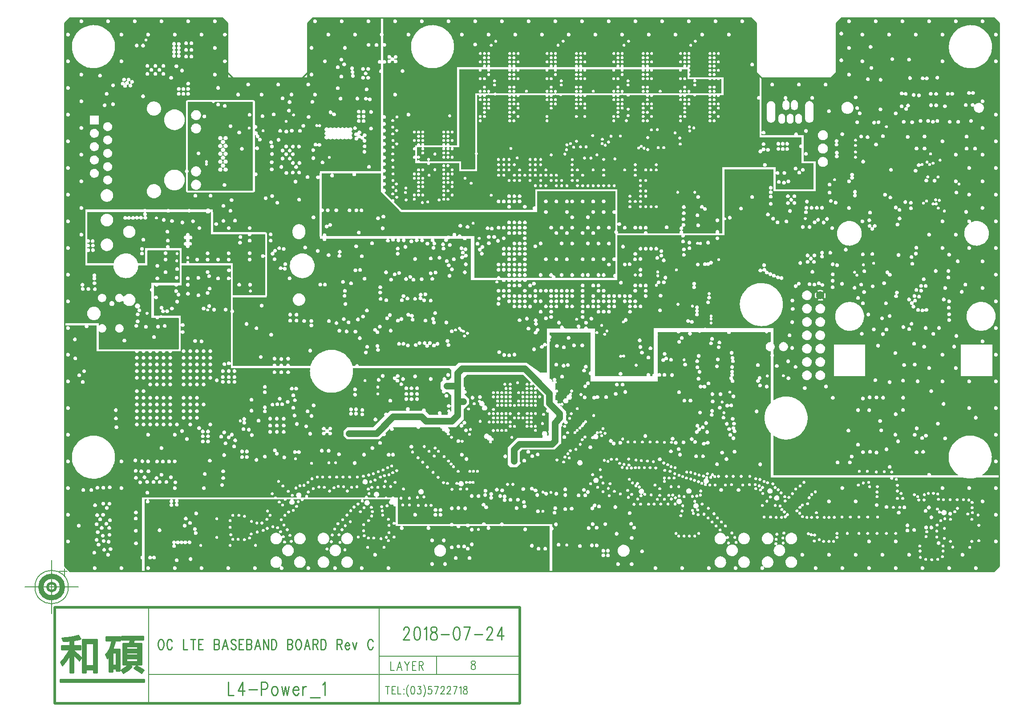
<source format=gbr>
G04 CAM350 V10.0.1 (Build 314) Date:  Fri Jul 27 19:02:52 2018 *
G04 Database: (Untitled) *
G04 Layer 6: L4P *
%FSLAX25Y25*%
%MOIN*%
%SFA1.000B1.000*%

%MIA0B0*%
%IPPOS*%
%ADD11C,0.00800*%
%ADD12C,0.01000*%
%ADD13C,0.00500*%
%ADD15C,0.02000*%
%ADD16C,0.04000*%
%ADD17C,0.00700*%
%ADD70C,0.01400*%
%ADD71C,0.01500*%
%ADD24C,0.06200*%
%ADD46C,0.05000*%
%LNL4P*%
%LPD*%
G36*
X149914Y206959D02*
G01X126198D01*
X126163Y206962*
X126130Y206972*
X126098Y206987*
X126070Y207007*
X126046Y207032*
X126026Y207061*
X126011Y207092*
X126003Y207126*
X126000Y207157*
Y231000*
X93428*
X93393Y231003*
X93360Y231012*
X93328Y231027*
X93299Y231047*
X93275Y231071*
X93255Y231100*
X93240Y231132*
X93231Y231165*
X93228Y231200*
X93231Y231235*
X93240Y231268*
X93246Y231283*
X93247Y231285*
X93312Y231465*
X93346Y231654*
Y231845*
X93313Y232034*
X93247Y232214*
X93151Y232380*
X93028Y232527*
X92881Y232651*
X92715Y232747*
X92535Y232812*
X92346Y232846*
X92155*
X91966Y232813*
X91786Y232747*
X91620Y232651*
X91473Y232528*
X91349Y232381*
X91253Y232215*
X91188Y232035*
X91154Y231846*
Y231655*
X91187Y231466*
X91253Y231285*
X91254Y231283*
X91266Y231250*
X91271Y231215*
Y231180*
X91265Y231146*
X91252Y231113*
X91235Y231083*
X91212Y231057*
X91185Y231035*
X91154Y231018*
X91122Y231006*
X91087Y231001*
X91074Y231000*
X87808*
X87773Y231004*
X87740Y231013*
X87709Y231028*
X87680Y231049*
X87656Y231074*
X87636Y231102*
X87622Y231134*
X87614Y231168*
X87611Y231198*
Y242342*
X78754*
X78719Y242345*
X78685Y242354*
X78654Y242369*
X78625Y242389*
X78601Y242413*
X78581Y242442*
X78566Y242474*
X78557Y242507*
X78554Y242542*
X78557Y242577*
X78566Y242610*
X78576Y242634*
X78668Y242860*
X78720Y243098*
X78730Y243342*
X78697Y243584*
X78623Y243816*
X78509Y244032*
X78359Y244225*
X78179Y244389*
X77972Y244520*
X77747Y244612*
X77508Y244664*
X77264Y244673*
X77022Y244640*
X76790Y244566*
X76574Y244452*
X76381Y244303*
X76217Y244122*
X76087Y243916*
X75994Y243690*
X75943Y243451*
X75933Y243208*
X75966Y242966*
X76040Y242733*
X76086Y242635*
X76087Y242634*
X76100Y242601*
X76107Y242567*
X76109Y242532*
X76104Y242498*
X76094Y242465*
X76077Y242434*
X76056Y242406*
X76030Y242383*
X76001Y242364*
X75968Y242351*
X75934Y242344*
X75909Y242342*
X60279*
Y231198*
X60276Y231163*
X60267Y231130*
X60252Y231098*
X60232Y231069*
X60208Y231045*
X60179Y231025*
X60147Y231010*
X60114Y231001*
X60081Y230998*
X55086*
X55051Y231001*
X55017Y231010*
X54986Y231025*
X54957Y231045*
X54933Y231069*
X54913Y231098*
X54898Y231130*
X54891Y231154*
X54661Y231983*
X54356Y232787*
X53977Y233560*
X53528Y234294*
X53013Y234983*
X52436Y235621*
X51803Y236203*
X51118Y236724*
X50388Y237179*
X49618Y237564*
X48817Y237876*
X47989Y238113*
X47144Y238271*
X46287Y238351*
X45426Y238350*
X44570Y238270*
X43724Y238110*
X42897Y237873*
X42096Y237559*
X41327Y237173*
X40597Y236717*
X39913Y236196*
X39280Y235613*
X38704Y234974*
X38190Y234284*
X37742Y233549*
X37365Y232776*
X37060Y231971*
X36835Y231154*
X36824Y231121*
X36808Y231090*
X36786Y231062*
X36760Y231039*
X36731Y231020*
X36699Y231007*
X36665Y231000*
X36640Y230998*
X17198*
X17163Y231001*
X17130Y231011*
X17098Y231026*
X17070Y231046*
X17046Y231071*
X17026Y231100*
X17011Y231131*
X17003Y231165*
X17000Y231198*
Y239333*
X17003Y239367*
X17013Y239401*
X17028Y239432*
X17048Y239461*
X17073Y239485*
X17102Y239505*
X17133Y239519*
X17167Y239528*
X17202Y239531*
X17237Y239527*
X17259Y239522*
X17260Y239521*
X17498Y239470*
X17742Y239462*
X17984Y239496*
X18216Y239571*
X18432Y239685*
X18624Y239835*
X18788Y240017*
X18917Y240224*
X19009Y240450*
X19060Y240688*
X19070Y240899*
Y240900*
X19041Y241142*
X18971Y241376*
X18862Y241594*
X18716Y241790*
X18539Y241958*
X18335Y242092*
X18111Y242189*
X17874Y242245*
X17630Y242260*
X17388Y242231*
X17260Y242199*
X17259Y242198*
X17225Y242191*
X17190Y242190*
X17155Y242195*
X17122Y242205*
X17091Y242222*
X17064Y242243*
X17040Y242269*
X17022Y242298*
X17009Y242331*
X17001Y242365*
X17000Y242387*
Y242722*
X17003Y242757*
X17012Y242791*
X17027Y242822*
X17047Y242851*
X17071Y242876*
X17100Y242896*
X17132Y242910*
X17165Y242919*
X17200Y242922*
X17237Y242919*
X17240Y242918*
X17482Y242891*
X17726Y242905*
X17963Y242962*
X18187Y243059*
X18391Y243194*
X18568Y243362*
X18713Y243558*
X18822Y243776*
X18892Y244010*
X18919Y244252*
X18920Y244319*
Y244320*
X18893Y244563*
X18825Y244797*
X18717Y245016*
X18573Y245213*
X18397Y245382*
X18194Y245517*
X17971Y245616*
X17733Y245674*
X17490Y245690*
X17240Y245662*
X17238Y245661*
X17204Y245658*
X17169Y245660*
X17135Y245669*
X17103Y245683*
X17074Y245702*
X17049Y245726*
X17029Y245755*
X17013Y245786*
X17004Y245819*
X17000Y245858*
Y246221*
X17003Y246255*
X17013Y246289*
X17028Y246320*
X17048Y246349*
X17073Y246373*
X17102Y246393*
X17133Y246407*
X17167Y246416*
X17202Y246419*
X17237Y246415*
X17244Y246414*
X17245*
X17487Y246381*
X17731Y246392*
X17969Y246444*
X18195Y246537*
X18401Y246668*
X18581Y246833*
X18730Y247026*
X18843Y247242*
X18916Y247475*
X18945Y247660*
Y247904*
X18902Y248144*
X18818Y248374*
X18696Y248585*
X18539Y248771*
X18351Y248928*
X18140Y249050*
X17910Y249133*
X17670Y249175*
X17426*
X17245Y249146*
X17244*
X17209Y249141*
X17174Y249143*
X17140Y249150*
X17108Y249164*
X17079Y249182*
X17053Y249206*
X17032Y249233*
X17015Y249264*
X17005Y249298*
X17000Y249332*
Y269115*
X17003Y269150*
X17012Y269183*
X17027Y269215*
X17047Y269244*
X17071Y269268*
X17100Y269288*
X17132Y269303*
X17165Y269312*
X17198Y269315*
X59289*
X59323Y269312*
X59357Y269303*
X59389Y269288*
X59417Y269268*
X59442Y269244*
X59462Y269215*
X59476Y269183*
X59485Y269150*
X59489Y269115*
X59485Y269080*
X59476Y269047*
X59462Y269015*
X59442Y268986*
X59417Y268962*
X59402Y268951*
Y268950*
X59214Y268794*
X59057Y268608*
X58934Y268397*
X58849Y268168*
X58806Y267928*
X58805Y267684*
X58846Y267443*
X58929Y267214*
X59050Y267002*
X59206Y266814*
X59392Y266657*
X59477Y266601*
X59478Y266600*
X59507Y266580*
X59531Y266555*
X59550Y266526*
X59564Y266494*
X59573Y266460*
X59575Y266425*
X59572Y266391*
X59562Y266357*
X59547Y266326*
X59526Y266298*
X59503Y266275*
X59330Y266103*
X59190Y265904*
X59086Y265683*
X59022Y265447*
X59000Y265207*
Y265191*
X59023Y264949*
X59087Y264713*
X59192Y264493*
X59333Y264294*
X59507Y264122*
X59707Y263983*
X59929Y263882*
X60165Y263820*
X60409Y263800*
X60651Y263823*
X60887Y263887*
X61107Y263992*
X61306Y264133*
X61478Y264307*
X61617Y264507*
X61718Y264729*
X61780Y264965*
X61788Y265020*
X61799Y265264*
X61766Y265505*
X61692Y265738*
X61579Y265954*
X61430Y266148*
X61250Y266312*
X61122Y266400*
X61119Y266401*
X61091Y266422*
X61068Y266448*
X61048Y266477*
X61035Y266509*
X61027Y266543*
X61025Y266577*
X61029Y266612*
X61039Y266645*
X61055Y266677*
X61076Y266705*
X61096Y266724*
X61270Y266897*
X61410Y267096*
X61514Y267317*
X61578Y267553*
X61600Y267796*
X61580Y268039*
X61517Y268275*
X61415Y268496*
X61275Y268697*
X61103Y268870*
X60998Y268951*
X60996Y268952*
X60969Y268975*
X60947Y269001*
X60930Y269032*
X60918Y269065*
X60912Y269099*
X60911Y269115*
X60915Y269150*
X60924Y269183*
X60938Y269215*
X60958Y269244*
X60983Y269268*
X61012Y269288*
X61043Y269303*
X61077Y269312*
X61109Y269315*
X76527*
X76562Y269312*
X76595Y269302*
X76627Y269287*
X76655Y269267*
X76660Y269262*
X76855Y269115*
X77072Y269003*
X77305Y268931*
X77547Y268901*
X77791Y268913*
X78029Y268967*
X78254Y269062*
X78459Y269194*
X78541Y269263*
X78542Y269264*
X78570Y269285*
X78601Y269301*
X78634Y269311*
X78669Y269315*
X92347*
X92381Y269312*
X92415Y269303*
X92447Y269288*
X92464Y269277*
X92466Y269276*
X92674Y269148*
X92901Y269058*
X93140Y269009*
X93384Y269002*
X93625Y269038*
X93857Y269115*
X94071Y269232*
X94134Y269276*
X94135*
X94165Y269294*
X94197Y269307*
X94232Y269314*
X94251Y269315*
X105625*
X105660Y269312*
X105693Y269302*
X105725Y269287*
X105753Y269267*
X105778Y269242*
X105794Y269219*
X105795Y269217*
X105991Y268950*
X106230Y268721*
X106505Y268537*
X106808Y268403*
X107130Y268324*
X107460Y268302*
X107790Y268338*
X108108Y268431*
X108405Y268577*
X108672Y268773*
X108901Y269012*
X109045Y269218*
X109046Y269219*
X109066Y269247*
X109091Y269271*
X109120Y269290*
X109152Y269304*
X109186Y269313*
X109217Y269315*
X109414*
X109449Y269312*
X109482Y269303*
X109514Y269288*
X109543Y269268*
X109567Y269244*
X109587Y269215*
X109602Y269183*
X109611Y269150*
X109614Y269117*
Y252845*
X137007*
X137042Y252842*
X137076Y252833*
X137107Y252818*
X137136Y252798*
X137161Y252774*
X137181Y252745*
X137195Y252713*
X137204Y252680*
X137207Y252655*
X137240Y252413*
X137315Y252180*
X137429Y251965*
X137579Y251772*
X137760Y251608*
X137966Y251478*
X138192Y251386*
X138431Y251335*
X138675Y251325*
X138916Y251359*
X139149Y251433*
X139364Y251547*
X139557Y251697*
X139721Y251878*
X139851Y252084*
X139943Y252310*
X139995Y252549*
X140004Y252653*
Y252655*
X140009Y252689*
X140019Y252723*
X140035Y252753*
X140057Y252781*
X140083Y252804*
X140112Y252823*
X140144Y252836*
X140179Y252843*
X140204Y252845*
X149916*
X149951Y252842*
X149984Y252832*
X150016Y252817*
X150044Y252797*
X150068Y252772*
X150088Y252743*
X150103Y252712*
X150111Y252678*
X150114Y252647*
Y237249*
X150111Y237214*
X150102Y237180*
X150087Y237149*
X150067Y237120*
X150043Y237096*
X150014Y237076*
X149982Y237061*
X149949Y237052*
X149914Y237049*
X149879Y237052*
X149846Y237061*
X149814Y237076*
X149785Y237096*
X149761Y237120*
X149741Y237149*
X149737Y237155*
Y237156*
X149604Y237361*
X149438Y237540*
X149243Y237687*
X149025Y237798*
X148792Y237869*
X148550Y237899*
X148306Y237887*
X148068Y237832*
X147844Y237737*
X147639Y237604*
X147460Y237438*
X147313Y237243*
X147202Y237025*
X147131Y236792*
X147101Y236550*
X147113Y236306*
X147168Y236068*
X147263Y235844*
X147396Y235639*
X147562Y235460*
X147757Y235313*
X147974Y235202*
X148208Y235131*
X148450Y235101*
X148694Y235113*
X148932Y235168*
X149156Y235263*
X149361Y235396*
X149540Y235562*
X149687Y235757*
X149737Y235845*
X149738Y235846*
X149757Y235876*
X149781Y235901*
X149809Y235922*
X149840Y235937*
X149874Y235947*
X149909Y235951*
X149943Y235949*
X149977Y235941*
X150009Y235927*
X150038Y235908*
X150064Y235884*
X150084Y235856*
X150100Y235825*
X150110Y235791*
X150114Y235757*
Y207157*
X150111Y207122*
X150101Y207089*
X150086Y207057*
X150066Y207029*
X150041Y207005*
X150012Y206985*
X149981Y206970*
X149947Y206962*
X149914Y206959*
G37*
G36*
X363224Y400D02*
G01X60200D01*
X60165Y403*
X60132Y412*
X60100Y427*
X60071Y447*
X60047Y471*
X60027Y500*
X60012Y532*
X60003Y565*
X60000Y598*
Y53800*
X60003Y53835*
X60012Y53868*
X60027Y53900*
X60047Y53929*
X60071Y53953*
X60100Y53973*
X60132Y53988*
X60165Y53997*
X60200Y54000*
X61444*
X61478Y53997*
X61512Y53988*
X61544Y53973*
X61572Y53953*
X61597Y53929*
X61617Y53900*
X61632Y53868*
X61641Y53835*
X61644Y53800*
X61641Y53765*
X61632Y53732*
X61617Y53700*
X61597Y53671*
X61572Y53647*
X61544Y53627*
X61538Y53624*
X61537Y53623*
X61333Y53489*
X61156Y53322*
X61010Y53127*
X60900Y52909*
X60829Y52675*
X60801Y52433*
X60814Y52189*
X60870Y51952*
X60967Y51727*
X61101Y51523*
X61268Y51346*
X61463Y51200*
X61681Y51090*
X61915Y51019*
X62157Y50991*
X62401Y51004*
X62638Y51060*
X62863Y51157*
X63067Y51291*
X63244Y51458*
X63390Y51653*
X63500Y51871*
X63571Y52105*
X63599Y52347*
X63586Y52591*
X63530Y52828*
X63433Y53053*
X63299Y53257*
X63132Y53434*
X62937Y53580*
X62862Y53624*
X62860Y53625*
X62831Y53644*
X62806Y53669*
X62785Y53697*
X62770Y53728*
X62760Y53761*
X62756Y53796*
X62759Y53831*
X62767Y53865*
X62781Y53897*
X62801Y53926*
X62825Y53951*
X62853Y53971*
X62884Y53987*
X62918Y53996*
X62954Y54000*
X79069*
X79104Y53997*
X79137Y53987*
X79169Y53972*
X79197Y53952*
X79222Y53927*
X79241Y53898*
X79256Y53867*
X79265Y53833*
X79267Y53798*
X79264Y53763*
X79254Y53730*
X79239Y53698*
X79219Y53670*
X79194Y53646*
X79185Y53638*
X79184*
X78999Y53478*
X78844Y53290*
X78724Y53077*
X78644Y52847*
X78604Y52606*
X78607Y52362*
X78652Y52122*
X78738Y51894*
X78862Y51684*
X79022Y51499*
X79210Y51344*
X79284Y51297*
X79286Y51296*
X79314Y51275*
X79338Y51250*
X79357Y51221*
X79371Y51189*
X79379Y51155*
X79382Y51120*
X79378Y51086*
X79368Y51052*
X79353Y51021*
X79332Y50993*
X79307Y50969*
X79284Y50953*
X79086Y50810*
X78915Y50635*
X78778Y50433*
X78678Y50211*
X78618Y49974*
X78600Y49731*
X78625Y49488*
X78691Y49253*
X78797Y49033*
X78940Y48835*
X79115Y48665*
X79316Y48528*
X79539Y48428*
X79776Y48368*
X80019Y48350*
X80262Y48375*
X80497Y48441*
X80716Y48547*
X80914Y48690*
X81085Y48865*
X81222Y49066*
X81322Y49289*
X81382Y49525*
X81400Y49769*
X81375Y50012*
X81309Y50247*
X81203Y50466*
X81060Y50664*
X80885Y50835*
X80716Y50953*
X80714Y50954*
X80686Y50975*
X80662Y51000*
X80643Y51029*
X80629Y51061*
X80620Y51095*
X80618Y51130*
X80622Y51164*
X80632Y51198*
X80647Y51229*
X80668Y51257*
X80693Y51281*
X80716Y51297*
X80914Y51440*
X81085Y51615*
X81222Y51816*
X81322Y52039*
X81382Y52276*
X81400Y52519*
X81375Y52762*
X81309Y52997*
X81203Y53216*
X81060Y53414*
X80885Y53585*
X80816Y53638*
X80814Y53639*
X80788Y53662*
X80766Y53689*
X80750Y53720*
X80738Y53753*
X80733Y53787*
X80734Y53822*
X80741Y53856*
X80754Y53889*
X80772Y53919*
X80795Y53945*
X80822Y53966*
X80853Y53983*
X80886Y53994*
X80920Y54000*
X82795*
X82829Y53997*
X82863Y53987*
X82894Y53972*
X82923Y53952*
X82947Y53927*
X82967Y53898*
X82981Y53867*
X82990Y53833*
X82993Y53798*
X82989Y53763*
X82980Y53730*
X82965Y53698*
X82944Y53669*
X82943Y53668*
X82799Y53470*
X82692Y53250*
X82625Y53016*
X82600Y52773*
X82617Y52530*
X82677Y52293*
X82776Y52070*
X82913Y51868*
X83083Y51693*
X83284Y51547*
X83286Y51546*
X83314Y51525*
X83338Y51500*
X83357Y51471*
X83371Y51439*
X83379Y51405*
X83382Y51370*
X83378Y51336*
X83368Y51302*
X83353Y51271*
X83332Y51243*
X83307Y51219*
X83284Y51203*
X83086Y51060*
X82915Y50885*
X82778Y50683*
X82678Y50461*
X82618Y50224*
X82600Y49981*
X82625Y49738*
X82691Y49503*
X82797Y49283*
X82940Y49085*
X83115Y48915*
X83316Y48778*
X83539Y48678*
X83776Y48618*
X84019Y48600*
X84262Y48625*
X84497Y48691*
X84716Y48797*
X84914Y48940*
X85085Y49115*
X85222Y49316*
X85322Y49539*
X85378Y49750*
X85400Y49993*
X85380Y50236*
X85318Y50472*
X85216Y50694*
X85077Y50895*
X84905Y51068*
X84716Y51203*
X84714Y51204*
X84686Y51225*
X84662Y51250*
X84643Y51279*
X84629Y51311*
X84620Y51345*
X84618Y51375*
X84621Y51410*
X84630Y51443*
X84645Y51475*
X84665Y51504*
X84690Y51528*
X84716Y51547*
X84914Y51690*
X85085Y51865*
X85182Y52000*
X85294Y52217*
X85367Y52450*
X85399Y52692*
X85388Y52935*
X85334Y53174*
X85241Y53399*
X85109Y53604*
X85056Y53669*
X85055Y53671*
X85035Y53699*
X85020Y53730*
X85011Y53764*
X85007Y53800*
X85010Y53835*
X85019Y53868*
X85034Y53900*
X85054Y53929*
X85079Y53953*
X85107Y53973*
X85139Y53988*
X85173Y53997*
X85205Y54000*
X157502*
X157537Y53997*
X157570Y53987*
X157577Y53985*
X157579Y53984*
X157761Y53926*
X157951Y53901*
X158143Y53909*
X158330Y53951*
X158423Y53985*
X158424*
X158457Y53995*
X158492Y54000*
X163966*
X164000Y53997*
X164034Y53988*
X164066Y53973*
X164094Y53953*
X164119Y53929*
X164139Y53900*
X164153Y53868*
X164163Y53833*
Y53831*
X164209Y53645*
X164287Y53469*
X164393Y53310*
X164526Y53172*
X164681Y53059*
X164853Y52974*
X165037Y52921*
X165228Y52900*
X165419Y52913*
X165605Y52959*
X165781Y53037*
X165940Y53143*
X166078Y53276*
X166191Y53431*
X166276Y53603*
X166329Y53787*
X166337Y53831*
Y53833*
X166346Y53866*
X166360Y53898*
X166380Y53927*
X166404Y53952*
X166433Y53972*
X166464Y53987*
X166498Y53997*
X166533Y54000*
X169037*
X169072Y53997*
X169105Y53987*
X169137Y53972*
X169165Y53952*
X169189Y53927*
X169209Y53898*
X169224Y53867*
X169232Y53833*
X169235Y53798*
X169232Y53763*
X169222Y53730*
X169207Y53698*
X169187Y53670*
X169162Y53646*
X169152Y53638*
X169150Y53636*
X168883Y53412*
X168660Y53144*
X168486Y52842*
X168367Y52514*
X168307Y52171*
X168300Y52001*
Y52000*
X168330Y51653*
X168421Y51316*
X168568Y51000*
X168768Y50714*
X169014Y50468*
X169300Y50268*
X169616Y50121*
X169953Y50030*
X170300Y50000*
X170647Y50030*
X170984Y50121*
X171300Y50268*
X171586Y50468*
X171623Y50500*
X171863Y50753*
X172056Y51043*
X172196Y51362*
X172278Y51701*
X172299Y52049*
X172284Y52250*
X172211Y52591*
X172079Y52914*
X171893Y53209*
X171659Y53467*
X171451Y53635*
X171450Y53636*
X171423Y53659*
X171401Y53686*
X171384Y53716*
X171372Y53748*
X171366Y53783*
X171365Y53800*
X171368Y53835*
X171377Y53868*
X171392Y53900*
X171412Y53929*
X171436Y53953*
X171465Y53973*
X171497Y53988*
X171530Y53997*
X171565Y54000*
X176701*
X176736Y53997*
X176769Y53988*
X176801Y53973*
X176829Y53953*
X176854Y53929*
X176874Y53900*
X176889Y53868*
X176898Y53835*
X176901Y53800*
Y53792*
X176910Y53601*
X176953Y53414*
X177027Y53237*
X177131Y53076*
X177261Y52935*
X177414Y52819*
X177584Y52732*
X177767Y52675*
X177958Y52651*
X178149Y52660*
X178336Y52703*
X178513Y52777*
X178674Y52881*
X178815Y53011*
X178931Y53164*
X179018Y53334*
X179075Y53517*
X179099Y53708*
Y53793*
X179101Y53828*
X179109Y53862*
X179122Y53894*
X179141Y53923*
X179165Y53948*
X179193Y53969*
X179224Y53985*
X179257Y53996*
X179292Y54000*
X222236*
X222270Y53997*
X222304Y53987*
X222335Y53972*
X222364Y53952*
X222388Y53927*
X222408Y53898*
X222422Y53867*
X222431Y53833*
X222434Y53798*
X222430Y53763*
X222421Y53730*
X222406Y53698*
X222385Y53670*
X222361Y53646*
X222351Y53638*
X222207Y53512*
X222087Y53363*
X221994Y53195*
X221932Y53014*
X221903Y52824*
X221906Y52632*
X221943Y52444*
X222020Y52250*
X222122Y52087*
X222250Y51945*
X222401Y51827*
X222571Y51737*
X222753Y51678*
X222943Y51651*
X223135Y51658*
X223322Y51698*
X223500Y51770*
X223663Y51872*
X223805Y52000*
X223923Y52151*
X224013Y52321*
X224072Y52503*
X224099Y52693*
X224092Y52885*
X224052Y53072*
X223980Y53250*
X223878Y53413*
X223750Y53555*
X223650Y53638*
X223649*
X223622Y53661*
X223600Y53688*
X223584Y53719*
X223572Y53752*
X223567Y53786*
X223568Y53821*
X223574Y53856*
X223587Y53888*
X223605Y53918*
X223628Y53944*
X223655Y53966*
X223686Y53983*
X223719Y53994*
X223753Y54000*
X240250*
X240285Y53997*
X240318Y53988*
X240325Y53985*
X240327*
X240510Y53927*
X240700Y53901*
X240891Y53909*
X241079Y53950*
X241172Y53984*
X241173Y53985*
X241206Y53995*
X241241Y54000*
X243737*
X243772Y53997*
X243805Y53987*
X243837Y53972*
X243865Y53952*
X243889Y53927*
X243909Y53898*
X243924Y53867*
X243932Y53833*
X243935Y53798*
X243932Y53763*
X243922Y53730*
X243907Y53698*
X243887Y53670*
X243862Y53646*
X243852Y53638*
X243850Y53636*
X243583Y53412*
X243360Y53144*
X243186Y52842*
X243067Y52514*
X243007Y52171*
X243008Y51822*
X243064Y51500*
X243180Y51171*
X243351Y50868*
X243573Y50599*
X243838Y50372*
X244138Y50195*
X244465Y50073*
X244808Y50009*
X245156Y50006*
X245500Y50064*
X245829Y50180*
X245893Y50211*
X245926Y50223*
X245960Y50230*
X245995*
X246029Y50225*
X246062Y50213*
X246093Y50196*
X246120Y50174*
X246143Y50148*
X246161Y50118*
X246173Y50085*
X246180Y50051*
Y50016*
X246176Y49987*
Y49986*
X246151Y49796*
X246160Y49605*
X246201Y49417*
X246275Y49240*
X246297Y49200*
X246407Y49043*
X246543Y48907*
X246700Y48797*
X246874Y48716*
X247059Y48667*
X247250Y48650*
X247441Y48667*
X247626Y48716*
X247715Y48753*
X247748Y48765*
X247782Y48771*
X247817*
X247852Y48765*
X247884Y48753*
X247915Y48736*
X247941Y48714*
X247964Y48687*
X247981Y48657*
X247993Y48624*
X247999Y48590*
X248000Y48574*
Y36767*
X247997Y36732*
X247988Y36698*
X247973Y36667*
X247953Y36638*
X247929Y36613*
X247900Y36593*
X247868Y36579*
X247835Y36570*
X247800Y36567*
X247765Y36570*
X247732Y36579*
X247700Y36593*
X247671Y36613*
X247647Y36638*
X247638Y36649*
Y36650*
X247511Y36794*
X247362Y36914*
X247194Y37007*
X247012Y37068*
X246823Y37098*
X246631Y37094*
X246443Y37056*
X246264Y36987*
X246100Y36887*
X245956Y36761*
X245836Y36612*
X245743Y36444*
X245682Y36262*
X245652Y36072*
X245657Y35881*
X245694Y35693*
X245763Y35514*
X245863Y35350*
X245989Y35206*
X246139Y35086*
X246307Y34993*
X246488Y34932*
X246678Y34902*
X246869Y34906*
X247057Y34944*
X247236Y35013*
X247400Y35113*
X247544Y35239*
X247638Y35351*
X247639*
X247661Y35378*
X247689Y35400*
X247719Y35416*
X247752Y35428*
X247787Y35433*
X247821Y35432*
X247856Y35426*
X247888Y35413*
X247918Y35395*
X247944Y35372*
X247966Y35345*
X247983Y35314*
X247994Y35281*
X247999Y35247*
X248000Y35234*
Y34000*
X251567*
X251602Y33997*
X251636Y33988*
X251667Y33973*
X251696Y33953*
X251720Y33929*
X251740Y33900*
X251755Y33868*
X251764Y33835*
X251767Y33800*
X251764Y33765*
X251755Y33732*
X251740Y33700*
X251720Y33671*
X251696Y33647*
X251683Y33637*
X251498Y33478*
X251344Y33289*
X251224Y33076*
X251143Y32846*
X251104Y32605*
X251107Y32361*
X251152Y32121*
X251238Y31893*
X251363Y31683*
X251522Y31498*
X251711Y31344*
X251924Y31224*
X252154Y31143*
X252395Y31104*
X252639Y31107*
X252879Y31152*
X253107Y31238*
X253317Y31363*
X253502Y31522*
X253656Y31711*
X253776Y31924*
X253857Y32154*
X253896Y32395*
X253893Y32639*
X253848Y32879*
X253762Y33107*
X253637Y33317*
X253478Y33502*
X253318Y33637*
X253316Y33638*
X253290Y33660*
X253268Y33687*
X253251Y33718*
X253239Y33750*
X253233Y33785*
X253234Y33820*
X253240Y33854*
X253253Y33887*
X253270Y33917*
X253293Y33943*
X253320Y33965*
X253350Y33982*
X253383Y33994*
X253418Y33999*
X253433Y34000*
X271569*
X271604Y33997*
X271637Y33987*
X271669Y33972*
X271697Y33952*
X271722Y33927*
X271741Y33898*
X271756Y33867*
X271765Y33833*
X271767Y33798*
X271764Y33763*
X271754Y33730*
X271739Y33698*
X271719Y33670*
X271694Y33646*
X271685Y33638*
X271684*
X271499Y33478*
X271344Y33290*
X271224Y33077*
X271144Y32847*
X271104Y32606*
X271107Y32362*
X271152Y32122*
X271238Y31894*
X271362Y31684*
X271522Y31499*
X271710Y31344*
X271923Y31224*
X272153Y31144*
X272394Y31104*
X272638Y31107*
X272878Y31152*
X273131Y31250*
X273338Y31378*
X273520Y31541*
X273671Y31733*
X273786Y31948*
X273863Y32180*
X273898Y32421*
X273890Y32665*
X273840Y32904*
X273750Y33131*
X273621Y33338*
X273459Y33520*
X273316Y33638*
X273314Y33639*
X273288Y33662*
X273266Y33689*
X273250Y33720*
X273238Y33753*
X273233Y33787*
X273234Y33822*
X273241Y33856*
X273254Y33889*
X273272Y33918*
X273295Y33945*
X273322Y33966*
X273353Y33983*
X273386Y33994*
X273420Y34000*
X288942*
X288976Y33997*
X289010Y33988*
X289042Y33973*
X289072Y33952*
X289074Y33950*
X289270Y33805*
X289489Y33697*
X289723Y33628*
X289966Y33600*
X290209Y33616*
X290446Y33673*
X290670Y33771*
X290873Y33906*
X290926Y33950*
X290927*
X290955Y33971*
X290986Y33986*
X291019Y33996*
X291058Y34000*
X293403*
X293438Y33997*
X293471Y33987*
X293503Y33972*
X293531Y33952*
X293556Y33927*
X293575Y33898*
X293590Y33867*
X293599Y33833*
X293601Y33808*
Y33807*
X293632Y33564*
X293705Y33331*
X293817Y33115*
X293965Y32921*
X294144Y32755*
X294349Y32623*
X294575Y32529*
X294813Y32476*
X295057Y32464*
X295299Y32495*
X295532Y32568*
X295748Y32680*
X295942Y32828*
X296108Y33007*
X296240Y33212*
X296334Y33438*
X296387Y33676*
X296399Y33808*
Y33810*
X296404Y33844*
X296414Y33878*
X296431Y33908*
X296452Y33936*
X296478Y33959*
X296507Y33978*
X296540Y33991*
X296574Y33998*
X296597Y34000*
X300561*
X300596Y33997*
X300630Y33988*
X300661Y33973*
X300690Y33953*
X300715Y33929*
X300735Y33900*
X300741Y33888*
X300867Y33678*
X301027Y33494*
X301216Y33340*
X301429Y33222*
X301660Y33142*
X301901Y33104*
X302145Y33108*
X302385Y33154*
X302613Y33241*
X302822Y33367*
X303006Y33527*
X303160Y33716*
X303259Y33887*
X303277Y33917*
X303300Y33944*
X303327Y33966*
X303357Y33983*
X303390Y33994*
X303425Y33999*
X303439Y34000*
X316569*
X316604Y33997*
X316637Y33987*
X316669Y33972*
X316697Y33952*
X316722Y33927*
X316741Y33898*
X316756Y33867*
X316765Y33833*
X316767Y33798*
X316764Y33763*
X316754Y33730*
X316739Y33698*
X316719Y33670*
X316694Y33646*
X316685Y33638*
X316684*
X316499Y33478*
X316344Y33290*
X316224Y33077*
X316144Y32847*
X316104Y32606*
X316107Y32362*
X316152Y32122*
X316238Y31894*
X316362Y31684*
X316520Y31500*
X316709Y31345*
X316921Y31225*
X317151Y31144*
X317392Y31104*
X317636Y31107*
X317876Y31151*
X318104Y31237*
X318315Y31361*
X318493Y31513*
X318650Y31701*
X318771Y31913*
X318854Y32142*
X318895Y32383*
X318894Y32627*
X318851Y32867*
X318767Y33096*
X318644Y33307*
X318487Y33493*
X318316Y33638*
X318314Y33639*
X318288Y33662*
X318266Y33689*
X318250Y33720*
X318238Y33753*
X318233Y33787*
Y33800*
X318236Y33835*
X318245Y33868*
X318260Y33900*
X318280Y33929*
X318304Y33953*
X318333Y33973*
X318364Y33988*
X318398Y33997*
X318431Y34000*
X326824*
X326858Y33997*
X326892Y33988*
X326906Y33982*
X326908Y33981*
X327138Y33898*
X327378Y33855*
X327622*
X327862Y33898*
X328092Y33981*
X328094Y33982*
X328126Y33994*
X328161Y33999*
X328176Y34000*
X363226*
X363261Y33997*
X363294Y33987*
X363326Y33972*
X363354Y33952*
X363378Y33927*
X363398Y33898*
X363413Y33867*
X363421Y33833*
X363424Y33800*
Y600*
X363421Y565*
X363412Y532*
X363397Y500*
X363377Y471*
X363353Y447*
X363324Y427*
X363292Y412*
X363259Y403*
X363224Y400*
G37*
G36*
X411595Y220000D02*
G01X367928D01*
X367893Y220003*
X367859Y220012*
X367828Y220027*
X367799Y220047*
X367774Y220071*
X367754Y220100*
X367740Y220132*
X367731Y220165*
X367728Y220200*
X367731Y220238*
X367732Y220240*
X367759Y220482*
X367745Y220726*
X367688Y220963*
X367591Y221187*
X367456Y221391*
X367288Y221568*
X367092Y221713*
X366874Y221822*
X366640Y221892*
X366398Y221919*
X366154Y221905*
X366051Y221886*
X366017Y221881*
X365982Y221882*
X365948Y221890*
X365915Y221903*
X365886Y221921*
X365860Y221945*
X365839Y221972*
X365823Y222003*
X365812Y222037*
X365807Y222071*
Y222081*
X365815Y222240*
Y222241*
X365794Y222484*
X365731Y222720*
X365627Y222941*
X365487Y223141*
X365315Y223313*
X365115Y223453*
X364894Y223557*
X364658Y223620*
X364415Y223641*
X364172Y223620*
X363936Y223557*
X363715Y223453*
X363515Y223313*
X363342Y223141*
X363202Y222941*
X363099Y222720*
X363036Y222484*
X363015Y222241*
X363036Y221998*
X363099Y221762*
X363202Y221541*
X363342Y221341*
X363515Y221168*
X363715Y221028*
X363936Y220925*
X364172Y220862*
X364415Y220841*
X364658Y220862*
X364724Y220875*
X364758Y220880*
X364793Y220879*
X364827Y220871*
X364860Y220858*
X364889Y220839*
X364915Y220816*
X364936Y220788*
X364952Y220758*
X364963Y220724*
X364968Y220690*
X364967Y220660*
X364964Y220416*
X364988Y220240*
X364992Y220205*
X364990Y220171*
X364982Y220137*
X364968Y220105*
X364949Y220076*
X364925Y220050*
X364897Y220029*
X364866Y220014*
X364832Y220004*
X364798Y220000*
X326400*
X326365Y220003*
X326332Y220012*
X326300Y220027*
X326271Y220047*
X326247Y220071*
X326227Y220100*
X326212Y220132*
X326203Y220165*
X326183Y220391*
X326134Y220576*
X326053Y220750*
X325943Y220907*
X325807Y221043*
X325650Y221153*
X325476Y221234*
X325291Y221283*
X325100Y221300*
X324909Y221283*
X324724Y221234*
X324550Y221153*
X324393Y221043*
X324257Y220907*
X324147Y220750*
X324066Y220576*
X324017Y220391*
X323997Y220165*
X323988Y220132*
X323973Y220100*
X323953Y220071*
X323929Y220047*
X323900Y220027*
X323868Y220012*
X323835Y220003*
X323800Y220000*
X307083*
X307048Y220003*
X307015Y220012*
X306983Y220027*
X306954Y220047*
X306930Y220071*
X306910Y220100*
X306895Y220132*
X306886Y220165*
X306883Y220200*
Y251492*
X297352*
X297317Y251495*
X297283Y251504*
X297252Y251519*
X297223Y251539*
X297198Y251563*
X297178Y251592*
X297164Y251624*
X297158Y251643*
X297078Y251874*
X296959Y252087*
X296805Y252276*
X296620Y252436*
X296411Y252561*
X296183Y252648*
X295943Y252694*
X295699Y252698*
X295458Y252659*
X295228Y252579*
X295015Y252461*
X294825Y252307*
X294666Y252122*
X294540Y251913*
X294453Y251685*
X294442Y251643*
X294431Y251610*
X294414Y251580*
X294392Y251553*
X294366Y251530*
X294336Y251512*
X294303Y251500*
X294269Y251493*
X294248Y251492*
X293280*
X293245Y251495*
X293212Y251504*
X293180Y251519*
X293152Y251539*
X293127Y251563*
X293107Y251592*
X293092Y251624*
X293083Y251657*
X293080Y251692*
X293083Y251727*
X293092Y251760*
X293108Y251793*
X293212Y252014*
X293277Y252249*
X293300Y252492*
X293280Y252735*
X293219Y252971*
X293117Y253193*
X292979Y253394*
X292807Y253568*
X292608Y253709*
X292559Y253737*
X292651*
X292559*
X292334Y253833*
X292096Y253888*
X291853Y253901*
X291610Y253871*
X291377Y253800*
X291159Y253690*
X290964Y253543*
X290798Y253365*
X290665Y253160*
X290569Y252936*
X290514Y252698*
X290501Y252454*
X290530Y252212*
X290601Y251979*
X290692Y251793*
X290707Y251762*
X290717Y251728*
X290720Y251693*
X290717Y251659*
X290708Y251625*
X290694Y251593*
X290674Y251564*
X290650Y251540*
X290621Y251519*
X290590Y251505*
X290556Y251495*
X290520Y251492*
X288567*
X288533Y251495*
X288499Y251504*
X288467Y251519*
X288439Y251539*
X288433Y251544*
X288238Y251690*
X288020Y251800*
X287786Y251870*
X287544Y251899*
X287300Y251886*
X287063Y251830*
X286838Y251734*
X286634Y251600*
X286567Y251544*
X286566Y251543*
X286538Y251522*
X286507Y251506*
X286474Y251496*
X286439Y251492*
X196270*
X196235Y251495*
X196202Y251504*
X196170Y251519*
X196142Y251539*
X196117Y251563*
X196097Y251592*
X196082Y251624*
X196073Y251657*
X196070Y251692*
X196074Y251731*
X196100Y251973*
X196083Y252217*
X196024Y252454*
X195926Y252677*
X195789Y252879*
X195620Y253055*
X195423Y253199*
X195204Y253306*
X194969Y253374*
X194727Y253400*
X194483Y253383*
X194246Y253324*
X194023Y253226*
X193821Y253089*
X193645Y252920*
X193501Y252723*
X193394Y252504*
X193326Y252269*
X193300Y252027*
X193317Y251783*
X193326Y251731*
X193330Y251696*
X193328Y251661*
X193319Y251627*
X193305Y251595*
X193286Y251566*
X193261Y251541*
X193233Y251521*
X193202Y251505*
X193168Y251496*
X193130Y251492*
X192655*
X192620Y251495*
X192587Y251504*
X192555Y251519*
X192526Y251539*
X192502Y251563*
X192482Y251592*
X192467Y251624*
X192458Y251657*
X192455Y251692*
Y269239*
X192458Y269274*
X192467Y269307*
X192482Y269339*
X192502Y269368*
X192526Y269392*
X192555Y269412*
X192587Y269427*
X192620Y269436*
X192655Y269439*
X192682Y269437*
X192684*
X192927Y269425*
X193170Y269456*
X193403Y269528*
X193620Y269639*
X193814Y269787*
X193980Y269966*
X194112Y270171*
X194207Y270396*
X194261Y270634*
X194273Y270781*
Y270782*
X194260Y271025*
X194204Y271262*
X194107Y271486*
X193974Y271691*
X193806Y271868*
X193611Y272014*
X193393Y272124*
X193159Y272195*
X192917Y272223*
X192682Y272211*
X192647Y272209*
X192612Y272214*
X192579Y272224*
X192548Y272240*
X192520Y272261*
X192497Y272287*
X192478Y272316*
X192464Y272348*
X192457Y272382*
X192455Y272409*
Y298300*
X192458Y298335*
X192467Y298368*
X192482Y298400*
X192502Y298429*
X192526Y298453*
X192555Y298473*
X192587Y298488*
X192620Y298497*
X192655Y298500*
X199883*
X199918Y298497*
X199951Y298488*
X199983Y298473*
X200012Y298453*
X200036Y298429*
X200056Y298400*
X200071Y298368*
X200080Y298335*
X200083Y298300*
X200080Y298265*
X200071Y298232*
X200056Y298200*
X200036Y298171*
X200012Y298147*
X199983Y298127*
X199951Y298112*
X199944Y298110*
X199943Y298109*
X199718Y298016*
X199512Y297885*
X199332Y297720*
X199183Y297526*
X199071Y297310*
X198997Y297077*
X198965Y296835*
X198976Y296591*
X199029Y296353*
X199122Y296128*
X199253Y295922*
X199418Y295742*
X199612Y295593*
X199828Y295481*
X200061Y295407*
X200303Y295375*
X200547Y295386*
X200785Y295439*
X201010Y295532*
X201216Y295663*
X201396Y295828*
X201545Y296022*
X201657Y296238*
X201731Y296471*
X201763Y296713*
X201752Y296957*
X201699Y297195*
X201606Y297420*
X201475Y297626*
X201310Y297806*
X201116Y297955*
X200900Y298067*
X200785Y298109*
X200753Y298123*
X200723Y298141*
X200698Y298165*
X200676Y298193*
X200660Y298223*
X200650Y298257*
X200645Y298291*
X200647Y298326*
X200654Y298360*
X200668Y298392*
X200686Y298422*
X200710Y298447*
X200738Y298469*
X200768Y298485*
X200802Y298495*
X200836Y298500*
X215473*
X215508Y298497*
X215542Y298488*
X215573Y298473*
X215602Y298453*
X215627Y298429*
X215647Y298400*
X215661Y298368*
X215670Y298335*
X215673Y298300*
X215670Y298265*
X215661Y298232*
X215656Y298218*
X215655Y298216*
X215574Y297986*
X215535Y297745*
X215538Y297501*
X215583Y297261*
X215669Y297033*
X215794Y296823*
X215953Y296638*
X216142Y296484*
X216355Y296364*
X216585Y296283*
X216826Y296244*
X217070Y296247*
X217310Y296292*
X217538Y296378*
X217748Y296503*
X217933Y296662*
X218087Y296851*
X218207Y297064*
X218287Y297294*
X218327Y297535*
X218324Y297779*
X218279Y298019*
X218206Y298218*
X218195Y298250*
X218189Y298285*
Y298320*
X218196Y298354*
X218208Y298387*
X218226Y298417*
X218249Y298443*
X218276Y298465*
X218306Y298482*
X218339Y298494*
X218373Y298499*
X218389Y298500*
X236800*
X236835Y298497*
X236868Y298488*
X236900Y298473*
X236929Y298453*
X236953Y298429*
X236973Y298400*
X236988Y298368*
X236997Y298335*
X237000Y298300*
Y284500*
X237141Y284359*
X237163Y284332*
X237177Y284309*
X237326Y284073*
X237469Y283910*
X250665Y270713*
X250666*
X251410Y269969*
X251624Y269789*
X251809Y269677*
X251839Y269659*
X251859Y269641*
X252000Y269500*
X354000*
Y284800*
X354003Y284835*
X354012Y284868*
X354027Y284900*
X354047Y284929*
X354071Y284953*
X354100Y284973*
X354132Y284988*
X354165Y284997*
X354200Y285000*
X412300*
X412335Y284997*
X412368Y284988*
X412400Y284973*
X412429Y284953*
X412453Y284929*
X412473Y284900*
X412488Y284868*
X412497Y284835*
X412500Y284800*
Y270951*
X412497Y270916*
X412488Y270883*
X412473Y270851*
X412453Y270823*
X412429Y270798*
X412400Y270778*
X412368Y270763*
X412335Y270754*
X412300Y270751*
X412265Y270754*
X412232Y270763*
X412220Y270768*
X411989Y270846*
X411747Y270882*
X411503Y270876*
X411264Y270828*
X411037Y270739*
X410829Y270612*
X410645Y270451*
X410493Y270260*
X410376Y270046*
X410298Y269815*
X410262Y269573*
X410259Y269486*
Y269485*
X410280Y269242*
X410343Y269006*
X410447Y268785*
X410587Y268585*
X410759Y268413*
X410959Y268273*
X411180Y268169*
X411416Y268106*
X411659Y268085*
X411902Y268106*
X412138Y268169*
X412220Y268202*
X412253Y268213*
X412287Y268219*
X412322Y268218*
X412356Y268211*
X412389Y268198*
X412419Y268180*
X412445Y268157*
X412467Y268130*
X412483Y268099*
X412494Y268066*
X412500Y268032*
Y255774*
X412497Y255739*
X412488Y255706*
X412473Y255674*
X412453Y255645*
X412429Y255621*
X412401Y255601*
X412201Y255460*
X412029Y255287*
X411890Y255087*
X411788Y254865*
X411726Y254629*
X411705Y254386*
X411728Y254143*
X411792Y253908*
X411868Y253737*
X412000Y253532*
X412166Y253353*
X412361Y253206*
X412401Y253182*
X412429Y253162*
X412454Y253137*
X412474Y253108*
X412488Y253077*
X412497Y253043*
X412500Y253009*
Y235518*
X412497Y235483*
X412488Y235450*
X412473Y235418*
X412453Y235389*
X412429Y235365*
X412400Y235345*
X412368Y235330*
X412335Y235321*
X412300Y235318*
X412265Y235321*
X412232Y235330*
X412220Y235335*
X411989Y235413*
X411747Y235449*
X411503Y235443*
X411264Y235395*
X411037Y235306*
X410829Y235179*
X410645Y235018*
X410493Y234827*
X410376Y234613*
X410298Y234382*
X410262Y234140*
X410259Y234053*
Y234052*
X410280Y233809*
X410343Y233573*
X410447Y233352*
X410587Y233152*
X410759Y232980*
X410959Y232840*
X411180Y232736*
X411416Y232673*
X411659Y232652*
X411902Y232673*
X412138Y232736*
X412220Y232769*
X412253Y232780*
X412287Y232786*
X412322Y232785*
X412356Y232778*
X412389Y232765*
X412419Y232747*
X412445Y232724*
X412467Y232697*
X412483Y232666*
X412494Y232633*
X412500Y232599*
Y223259*
X412497Y223224*
X412488Y223191*
X412473Y223159*
X412453Y223131*
X412429Y223106*
X412400Y223086*
X412368Y223071*
X412335Y223062*
X412300Y223059*
X412293*
X412050Y223046*
X411812Y222990*
X411588Y222894*
X411384Y222760*
X411206Y222593*
X411060Y222397*
X410976Y222241*
X410895Y222011*
X410854Y221770*
X410856Y221526*
X410901Y221286*
X410986Y221058*
X411110Y220847*
X411268Y220662*
X411457Y220506*
X411677Y220383*
X411708Y220366*
X411735Y220344*
X411758Y220317*
X411775Y220287*
X411788Y220255*
X411794Y220220*
X411795Y220186*
X411789Y220151*
X411778Y220118*
X411761Y220088*
X411739Y220061*
X411713Y220038*
X411683Y220020*
X411650Y220008*
X411616Y220001*
X411595Y220000*
G37*
G36*
X492487Y253500D02*
G01X490384D01*
X490349Y253503*
X490315Y253513*
X490284Y253528*
X490256Y253548*
X490231Y253573*
X490211Y253602*
X490197Y253633*
X490188Y253667*
X490186Y253702*
X490189Y253737*
X490198Y253770*
X490213Y253800*
Y253801*
X490316Y254022*
X490379Y254258*
X490400Y254501*
X490379Y254744*
X490315Y254980*
X490212Y255201*
X490072Y255401*
X489899Y255573*
X489699Y255713*
X489478Y255816*
X489242Y255879*
X488999Y255900*
X488756Y255879*
X488520Y255815*
X488299Y255712*
X488099Y255572*
X487927Y255399*
X487787Y255199*
X487684Y254978*
X487621Y254742*
X487600Y254499*
X487621Y254256*
X487685Y254020*
X487788Y253800*
X487789Y253798*
X487803Y253766*
X487812Y253732*
X487814Y253698*
X487811Y253663*
X487802Y253629*
X487786Y253598*
X487766Y253570*
X487741Y253545*
X487712Y253526*
X487681Y253511*
X487647Y253503*
X487617Y253500*
X463503*
X463468Y253503*
X463434Y253512*
X463402Y253527*
X463374Y253547*
X463349Y253571*
X463329Y253600*
X463315Y253632*
X463306Y253665*
X463303Y253700*
X463306Y253735*
X463314Y253767*
X463315Y253769*
X463378Y254004*
X463400Y254247*
X463379Y254491*
X463316Y254726*
X463214Y254948*
X463074Y255148*
X462902Y255321*
X462702Y255461*
X462487Y255563*
X462485*
X462454Y255579*
X462426Y255599*
X462401Y255624*
X462382Y255653*
X462368Y255685*
X462359Y255719*
X462357Y255750*
X462360Y255785*
X462369Y255818*
X462384Y255850*
X462404Y255879*
X462428Y255903*
X462457Y255923*
X462486Y255937*
X462487Y255938*
X462708Y256042*
X462907Y256183*
X463078Y256357*
X463217Y256558*
X463319Y256780*
X463380Y257016*
X463400Y257259*
X463377Y257502*
X463312Y257737*
X463208Y257958*
X463116Y258095*
X463115Y258097*
X463097Y258127*
X463084Y258159*
X463077Y258193*
X463076Y258228*
X463081Y258263*
X463092Y258296*
X463109Y258326*
X463131Y258354*
X463157Y258377*
X463186Y258395*
X463219Y258408*
X463253Y258415*
X463288*
X463302Y258414*
X463304*
X463547Y258401*
X463790Y258430*
X464023Y258501*
X464241Y258612*
X464436Y258759*
X464602Y258937*
X464735Y259141*
X464831Y259366*
X464868Y259500*
X464899Y259742*
X464888Y259986*
X464834Y260224*
X464740Y260449*
X464609Y260655*
X464444Y260834*
X464250Y260982*
X464033Y261095*
X463800Y261168*
X463558Y261199*
X463314Y261188*
X463076Y261134*
X462851Y261040*
X462645Y260909*
X462466Y260744*
X462318Y260550*
X462205Y260333*
X462132Y260100*
X462101Y259858*
X462112Y259614*
X462166Y259376*
X462260Y259151*
X462384Y258955*
X462385Y258953*
X462403Y258923*
X462416Y258891*
X462423Y258857*
X462424Y258822*
X462419Y258787*
X462408Y258754*
X462391Y258724*
X462369Y258696*
X462343Y258673*
X462313Y258655*
X462281Y258642*
X462247Y258635*
X462212*
X462198Y258636*
X462196*
X461953Y258649*
X461710Y258620*
X461477Y258549*
X461259Y258438*
X461064Y258291*
X460898Y258113*
X460818Y258000*
X460706Y257783*
X460633Y257550*
X460601Y257308*
X460612Y257065*
X460666Y256826*
X460759Y256601*
X460891Y256396*
X461056Y256216*
X461250Y256068*
X461467Y255956*
X461513Y255938*
X461515Y255937*
X461546Y255921*
X461574Y255901*
X461599Y255876*
X461618Y255847*
X461632Y255815*
X461641Y255781*
X461643Y255746*
X461640Y255712*
X461630Y255678*
X461615Y255647*
X461594Y255619*
X461569Y255595*
X461540Y255575*
X461514Y255563*
X461513*
X461292Y255458*
X461093Y255317*
X460922Y255143*
X460783Y254942*
X460681Y254720*
X460620Y254484*
X460600Y254241*
X460623Y253998*
X460685Y253770*
Y253769*
X460694Y253735*
X460698Y253700*
X460695Y253666*
X460686Y253632*
X460671Y253600*
X460651Y253572*
X460626Y253547*
X460598Y253527*
X460566Y253512*
X460533Y253503*
X460498Y253500*
X436879*
X436844Y253503*
X436810Y253513*
X436779Y253528*
X436751Y253548*
X436726Y253573*
X436706Y253602*
X436692Y253633*
X436683Y253667*
X436681Y253705*
Y253706*
X436665Y253950*
X436607Y254187*
X436509Y254410*
X436373Y254613*
X436205Y254789*
X436008Y254934*
X435789Y255042*
X435555Y255110*
X435312Y255137*
X435069Y255121*
X434832Y255063*
X434608Y254965*
X434405Y254829*
X434229Y254661*
X434084Y254464*
X433976Y254245*
X433908Y254011*
X433881Y253768*
X433882Y253703*
X433879Y253668*
X433870Y253634*
X433856Y253602*
X433836Y253573*
X433812Y253548*
X433784Y253528*
X433752Y253513*
X433719Y253503*
X433684Y253500*
X414548*
X414514Y253503*
X414480Y253512*
X414448Y253527*
X414420Y253547*
X414395Y253571*
X414375Y253600*
X414360Y253632*
X414351Y253665*
X414348Y253700*
X414351Y253735*
X414360Y253768*
X414367Y253785*
X414368Y253786*
X414454Y254015*
X414499Y254255*
X414501Y254499*
X414462Y254739*
X414381Y254970*
X414261Y255182*
X414106Y255371*
X414063Y255413*
X414062Y255414*
X414039Y255441*
X414020Y255470*
X414008Y255503*
X414001Y255537*
X414000Y255559*
Y259469*
X414003Y259504*
X414013Y259537*
X414028Y259569*
X414048Y259597*
X414073Y259622*
X414102Y259641*
X414133Y259656*
X414167Y259665*
X414202Y259667*
X414237Y259664*
X414270Y259654*
X414302Y259639*
X414330Y259619*
X414354Y259594*
X414361Y259586*
X414363Y259584*
X414522Y259399*
X414710Y259244*
X414923Y259124*
X415153Y259044*
X415394Y259004*
X415638Y259007*
X415878Y259052*
X416106Y259138*
X416316Y259263*
X416501Y259422*
X416656Y259610*
X416776Y259823*
X416856Y260053*
X416896Y260294*
X416893Y260538*
X416848Y260778*
X416762Y261006*
X416637Y261216*
X416478Y261401*
X416290Y261556*
X416077Y261676*
X415847Y261756*
X415606Y261796*
X415362Y261793*
X415122Y261748*
X414894Y261662*
X414684Y261537*
X414499Y261378*
X414363Y261216*
X414362*
X414339Y261189*
X414312Y261167*
X414282Y261150*
X414249Y261139*
X414214Y261133*
X414179Y261134*
X414145Y261140*
X414113Y261153*
X414083Y261171*
X414056Y261194*
X414034Y261221*
X414017Y261251*
X414006Y261284*
X414000Y261319*
Y286500*
X352500*
Y273820*
X352497Y273785*
X352487Y273751*
X352472Y273720*
X352452Y273692*
X352427Y273667*
X352398Y273647*
X352367Y273633*
X352333Y273624*
X352298Y273622*
X352265Y273625*
X352263*
X352020Y273650*
X351776Y273632*
X351540Y273572*
X351317Y273472*
X351234Y273422*
X351042Y273271*
X350880Y273089*
X350751Y272882*
X350660Y272656*
X350610Y272417*
X350602Y272173*
X350637Y271931*
X350713Y271699*
X350828Y271484*
X350944Y271331*
X350945Y271330*
X350965Y271301*
X350980Y271270*
X350989Y271236*
X350993Y271201*
X350990Y271166*
X350981Y271133*
X350967Y271101*
X350947Y271072*
X350922Y271048*
X350894Y271027*
X350862Y271012*
X350829Y271003*
X350795Y271000*
X252702*
X252667Y271003*
X252634Y271013*
X252602Y271028*
X252574Y271048*
X250199Y273422*
X247122Y276500*
X246728Y276894*
X246705Y276921*
X246688Y276951*
X246677Y276984*
X246671Y277018*
X246670Y277034*
X246673Y277069*
X246682Y277103*
X246697Y277134*
X246717Y277163*
X246736Y277182*
Y277183*
X246867Y277323*
X246971Y277484*
X247046Y277660*
X247089Y277847*
X247099Y278039*
X247076Y278229*
X247020Y278412*
X246980Y278500*
X246878Y278663*
X246750Y278805*
X246599Y278923*
X246429Y279013*
X246247Y279072*
X246057Y279099*
X245865Y279092*
X245678Y279052*
X245500Y278980*
X245337Y278878*
X245183Y278736*
X245182*
X245157Y278712*
X245128Y278693*
X245095Y278680*
X245061Y278672*
X245027Y278670*
X244992Y278675*
X244959Y278685*
X244928Y278701*
X244900Y278722*
X243121Y280500*
X239735Y283886*
X239713Y283913*
X239695Y283943*
X239683Y283976*
X239677Y284010*
X239676Y284028*
X239680Y284062*
X239689Y284096*
X239703Y284128*
X239723Y284156*
X239748Y284181*
X239777Y284201*
X239798Y284212*
X239799*
X240015Y284327*
X240207Y284478*
X240370Y284659*
X240499Y284867*
X240590Y285093*
X240640Y285332*
X240650Y285499*
Y285500*
X240629Y285743*
X240566Y285979*
X240462Y286200*
X240322Y286400*
X240150Y286572*
X239950Y286712*
X239729Y286816*
X239493Y286879*
X239250Y286900*
X239007Y286879*
X238769Y286815*
X238767Y286814*
X238734Y286805*
X238699Y286803*
X238664Y286806*
X238631Y286815*
X238599Y286830*
X238571Y286850*
X238546Y286875*
X238526Y286904*
X238512Y286935*
X238503Y286969*
X238500Y287002*
Y288999*
X238503Y289034*
X238513Y289068*
X238528Y289099*
X238548Y289128*
X238573Y289152*
X238602Y289172*
X238633Y289186*
X238667Y289195*
X238702Y289198*
X238737Y289194*
X238767Y289186*
X238769Y289185*
X239004Y289122*
X239247Y289100*
X239491Y289121*
X239726Y289184*
X239948Y289286*
X240148Y289426*
X240321Y289598*
X240461Y289798*
X240565Y290019*
X240628Y290254*
X240650Y290500*
X240629Y290743*
X240566Y290979*
X240462Y291200*
X240322Y291400*
X240150Y291573*
X240077Y291629*
X240137*
Y291630*
X240077*
X239868Y291756*
X239641Y291844*
X239402Y291892*
X239158Y291897*
X238916Y291860*
X238770Y291815*
X238769*
X238735Y291806*
X238700Y291803*
X238666Y291805*
X238632Y291814*
X238600Y291829*
X238572Y291849*
X238547Y291874*
X238527Y291902*
X238512Y291934*
X238503Y291967*
X238500Y292000*
Y293998*
X238503Y294032*
X238512Y294066*
X238527Y294098*
X238547Y294126*
X238571Y294151*
X238600Y294171*
X238632Y294185*
X238665Y294194*
X238700Y294198*
X238735Y294194*
X238769Y294185*
X238770*
X239006Y294121*
X239249Y294100*
X239492Y294121*
X239728Y294184*
X239949Y294287*
X240149Y294427*
X240322Y294599*
X240450Y294779*
X240557Y294999*
X240624Y295233*
X240650Y295476*
X240633Y295719*
X240574Y295956*
X240474Y296179*
X240338Y296381*
X240168Y296557*
X239971Y296700*
X239751Y296807*
X239517Y296874*
X239274Y296900*
X239031Y296883*
X238769Y296815*
X238767Y296814*
X238734Y296805*
X238699Y296803*
X238664Y296806*
X238631Y296815*
X238599Y296830*
X238571Y296850*
X238546Y296875*
X238526Y296904*
X238512Y296935*
X238503Y296969*
X238500Y297002*
Y298998*
X238503Y299032*
X238512Y299066*
X238527Y299098*
X238547Y299126*
X238571Y299151*
X238600Y299171*
X238632Y299185*
X238665Y299194*
X238700Y299198*
X238735Y299194*
X238769Y299185*
X238770*
X239005Y299121*
X239249Y299100*
X239492Y299121*
X239727Y299184*
X239949Y299287*
X240149Y299427*
X240322Y299599*
X240462Y299799*
X240565Y300020*
X240629Y300255*
X240650Y300499*
X240629Y300742*
X240566Y300977*
X240525Y301078*
X240405Y301291*
X240250Y301480*
X240065Y301638*
X239855Y301763*
X239626Y301848*
X239386Y301893*
X239142Y301896*
X238902Y301856*
X238769Y301815*
X238735Y301806*
X238700Y301803*
X238666Y301805*
X238632Y301814*
X238600Y301829*
X238572Y301849*
X238547Y301874*
X238527Y301902*
X238512Y301934*
X238503Y301967*
X238500Y302002*
Y303999*
X238503Y304034*
X238513Y304068*
X238528Y304099*
X238548Y304127*
X238573Y304152*
X238602Y304172*
X238633Y304186*
X238667Y304195*
X238702Y304197*
X238737Y304194*
X238766Y304186*
X238769Y304185*
X239004Y304122*
X239247Y304100*
X239491Y304121*
X239726Y304184*
X239835Y304228*
X239945*
X239835*
X240047Y304349*
X240235Y304505*
X240393Y304691*
X240516Y304902*
X240600Y305130*
X240644Y305371*
X240645Y305615*
X240604Y305855*
X240522Y306085*
X240401Y306297*
X240245Y306485*
X240059Y306643*
X239848Y306766*
X239620Y306850*
X239379Y306894*
X239135Y306895*
X238895Y306854*
X238769Y306815*
X238768Y306814*
X238734Y306805*
X238699Y306803*
X238665Y306806*
X238631Y306815*
X238599Y306830*
X238571Y306850*
X238546Y306875*
X238526Y306903*
X238512Y306935*
X238503Y306969*
X238500Y307000*
Y308748*
X238503Y308782*
X238512Y308816*
X238527Y308848*
X238547Y308876*
X238571Y308901*
X238600Y308921*
X238632Y308935*
X238665Y308944*
X238700Y308948*
X238735Y308944*
X238769Y308935*
X238770*
X239005Y308871*
X239249Y308850*
X239492Y308871*
X239727Y308934*
X239949Y309037*
X240149Y309177*
X240322Y309349*
X240462Y309549*
X240565Y309770*
X240629Y310005*
X240650Y310249*
X240629Y310492*
X240566Y310727*
X240463Y310949*
X240323Y311149*
X240151Y311322*
X239951Y311462*
X239730Y311565*
X239495Y311629*
X239251Y311650*
X239008Y311629*
X238770Y311565*
X238769*
X238735Y311556*
X238700Y311553*
X238666Y311555*
X238632Y311564*
X238600Y311579*
X238572Y311599*
X238547Y311624*
X238527Y311652*
X238512Y311684*
X238503Y311717*
X238500Y311752*
Y313999*
X238503Y314034*
X238513Y314068*
X238528Y314099*
X238548Y314127*
X238573Y314152*
X238602Y314172*
X238633Y314186*
X238667Y314195*
X238702Y314197*
X238737Y314194*
X238766Y314186*
X238769Y314185*
X239004Y314122*
X239247Y314100*
X239491Y314121*
X239726Y314184*
X239948Y314286*
X240148Y314426*
X240321Y314598*
X240461Y314798*
X240565Y315019*
X240628Y315254*
X240650Y315497*
X240629Y315741*
X240567Y315976*
X240464Y316198*
X240324Y316398*
X240152Y316571*
X239952Y316711*
X239731Y316815*
X239496Y316878*
X239253Y316900*
X239010Y316879*
X238769Y316815*
X238768Y316814*
X238734Y316805*
X238699Y316803*
X238665Y316806*
X238631Y316815*
X238599Y316830*
X238571Y316850*
X238546Y316875*
X238526Y316903*
X238512Y316935*
X238503Y316969*
X238500Y317000*
Y318998*
X238503Y319032*
X238512Y319066*
X238527Y319098*
X238547Y319126*
X238571Y319151*
X238600Y319171*
X238632Y319185*
X238665Y319194*
X238700Y319198*
X238735Y319194*
X238769Y319185*
X238770*
X239005Y319121*
X239249Y319100*
X239492Y319121*
X239727Y319184*
X239949Y319287*
X240149Y319427*
X240322Y319599*
X240462Y319799*
X240565Y320020*
X240629Y320255*
X240650Y320500*
X240629Y320743*
X240566Y320979*
X240462Y321200*
X240322Y321400*
X240150Y321572*
X239950Y321712*
X239729Y321816*
X239493Y321879*
X239250Y321900*
X239007Y321879*
X238770Y321815*
X238769*
X238735Y321806*
X238700Y321803*
X238666Y321805*
X238632Y321814*
X238600Y321829*
X238572Y321849*
X238547Y321874*
X238527Y321902*
X238512Y321934*
X238503Y321967*
X238500Y322002*
Y323999*
X238503Y324034*
X238513Y324068*
X238528Y324099*
X238548Y324127*
X238573Y324152*
X238602Y324172*
X238633Y324186*
X238667Y324195*
X238702Y324197*
X238737Y324194*
X238766Y324186*
X238769Y324185*
X239004Y324122*
X239247Y324100*
X239491Y324121*
X239726Y324184*
X239948Y324286*
X240148Y324426*
X240321Y324598*
X240461Y324798*
X240565Y325019*
X240628Y325254*
X240650Y325497*
X240629Y325740*
X240567Y325976*
X240464Y326198*
X240416Y326275*
X240263Y326466*
X240080Y326627*
X239872Y326754*
X239645Y326843*
X239406Y326891*
X239162Y326897*
X238920Y326861*
X238768Y326814*
X238734Y326805*
X238699Y326803*
X238665Y326806*
X238631Y326815*
X238599Y326830*
X238571Y326850*
X238546Y326875*
X238526Y326903*
X238512Y326935*
X238503Y326969*
X238500Y327000*
Y328998*
X238503Y329032*
X238512Y329066*
X238527Y329098*
X238547Y329126*
X238571Y329151*
X238600Y329171*
X238632Y329185*
X238665Y329194*
X238700Y329198*
X238735Y329194*
X238769Y329185*
X238770*
X239005Y329121*
X239249Y329100*
X239492Y329121*
X239727Y329184*
X239949Y329287*
X240149Y329427*
X240322Y329599*
X240462Y329799*
X240565Y330020*
X240629Y330255*
X240650Y330500*
X240629Y330743*
X240566Y330979*
X240462Y331200*
X240322Y331400*
X240150Y331572*
X239950Y331712*
X239729Y331816*
X239493Y331879*
X239250Y331900*
X239007Y331879*
X238770Y331815*
X238769*
X238735Y331806*
X238700Y331803*
X238666Y331805*
X238632Y331814*
X238600Y331829*
X238572Y331849*
X238547Y331874*
X238527Y331902*
X238512Y331934*
X238503Y331967*
X238500Y332002*
Y333999*
X238503Y334034*
X238513Y334068*
X238528Y334099*
X238548Y334127*
X238573Y334152*
X238602Y334172*
X238633Y334186*
X238667Y334195*
X238702Y334197*
X238737Y334194*
X238766Y334186*
X238769Y334185*
X239004Y334122*
X239247Y334100*
X239491Y334121*
X239726Y334184*
X239948Y334286*
X240148Y334426*
X240321Y334598*
X240461Y334798*
X240565Y335019*
X240628Y335254*
X240650Y335497*
X240629Y335741*
X240567Y335976*
X240464Y336198*
X240324Y336398*
X240152Y336571*
X239952Y336711*
X239731Y336815*
X239496Y336878*
X239253Y336900*
X239010Y336879*
X238769Y336815*
X238768Y336814*
X238734Y336805*
X238699Y336803*
X238665Y336806*
X238631Y336815*
X238599Y336830*
X238571Y336850*
X238546Y336875*
X238526Y336903*
X238512Y336935*
X238503Y336969*
X238500Y337000*
Y339248*
X238503Y339282*
X238512Y339316*
X238527Y339348*
X238547Y339376*
X238571Y339401*
X238600Y339421*
X238632Y339435*
X238665Y339444*
X238700Y339448*
X238735Y339444*
X238769Y339435*
X238770*
X239005Y339371*
X239249Y339350*
X239492Y339371*
X239727Y339434*
X239949Y339537*
X240149Y339677*
X240322Y339849*
X240462Y340049*
X240565Y340270*
X240629Y340505*
X240649Y340700*
Y340701*
X240637Y340944*
X240582Y341182*
X240487Y341406*
X240354Y341611*
X240188Y341790*
X239993Y341937*
X239775Y342048*
X239542Y342119*
X239300Y342149*
X239056Y342137*
X238818Y342082*
X238770Y342065*
X238769*
X238735Y342056*
X238700Y342053*
X238666Y342055*
X238632Y342064*
X238600Y342079*
X238572Y342099*
X238547Y342124*
X238527Y342152*
X238512Y342184*
X238503Y342217*
X238500Y342252*
Y380616*
X238503Y380651*
X238513Y380685*
X238528Y380716*
X238548Y380744*
X238573Y380769*
X238602Y380789*
X238633Y380803*
X238667Y380812*
X238702Y380814*
X238737Y380811*
X238770Y380802*
X238798Y380788*
X238800*
X239021Y380684*
X239257Y380621*
X239500Y380600*
X239743Y380621*
X239979Y380684*
X240200Y380788*
X240400Y380928*
X240573Y381100*
X240712Y381300*
X240816Y381521*
X240879Y381757*
X240900Y382000*
X240879Y382243*
X240841Y382402*
X240751Y382628*
X240623Y382836*
X240461Y383018*
X240269Y383170*
X240054Y383286*
X239823Y383362*
X239581Y383398*
X239337Y383391*
X239098Y383341*
X238872Y383251*
X238800Y383213*
X238799Y383212*
X238767Y383197*
X238734Y383189*
X238699Y383186*
X238664Y383189*
X238630Y383198*
X238599Y383213*
X238570Y383233*
X238546Y383258*
X238526Y383287*
X238512Y383318*
X238503Y383352*
X238500Y383383*
Y393366*
X238503Y393400*
X238508Y393417*
X238511Y393430*
X238512Y393434*
X238520Y393450*
X238527Y393465*
X238547Y393494*
X238571Y393519*
X238600Y393539*
X238631Y393553*
X238665Y393562*
X238700Y393565*
X238735Y393563*
X238768Y393554*
X238788Y393545*
X238790Y393544*
X239017Y393456*
X239257Y393409*
X239501Y393405*
X239742Y393443*
X239973Y393522*
X240186Y393640*
X240376Y393793*
X240537Y393977*
X240663Y394186*
X240751Y394413*
X240798Y394653*
X240802Y394897*
X240765Y395138*
X240685Y395369*
X240568Y395582*
X240414Y395772*
X240230Y395933*
X240021Y396059*
X239794Y396147*
X239554Y396194*
X239310Y396198*
X239069Y396161*
X238838Y396082*
X238789Y396059*
X238788Y396058*
X238756Y396046*
X238721Y396039*
X238687Y396038*
X238652Y396043*
X238619Y396055*
X238589Y396071*
X238561Y396093*
X238539Y396120*
X238521Y396149*
X238508Y396182*
X238501Y396216*
X238500Y396238*
Y401444*
X238503Y401478*
X238513Y401512*
X238528Y401543*
X238550Y401574*
X238695Y401771*
X238804Y401989*
X238872Y402223*
X238900Y402466*
Y402500*
X238879Y402743*
X238816Y402979*
X238712Y403200*
X238572Y403400*
X238550Y403426*
X238549Y403428*
X238528Y403456*
X238513Y403487*
X238504Y403521*
X238500Y403556*
Y414400*
X238503Y414435*
X238512Y414468*
X238527Y414500*
X238547Y414529*
X238571Y414553*
X238600Y414573*
X238632Y414588*
X238665Y414597*
X238700Y414600*
X293802*
X293837Y414597*
X293870Y414587*
X293902Y414572*
X293930Y414552*
X293954Y414527*
X293974Y414498*
X293989Y414467*
X293997Y414433*
X294000Y414402*
Y414401*
X294003Y414435*
X294012Y414468*
X294027Y414500*
X294047Y414529*
X294071Y414553*
X294100Y414573*
X294132Y414588*
X294165Y414597*
X294200Y414600*
X513754*
X513788Y414597*
X513822Y414587*
X513853Y414572*
X513882Y414552*
X517541Y410893*
X517564Y410866*
X517581Y410836*
X517593Y410803*
X517599Y410769*
X517600Y410754*
Y374000*
X517606Y373931*
X517624Y373863*
X517654Y373800*
X517694Y373743*
X517716Y373718*
X518885Y372549*
X518886*
X520443Y370991*
X520465Y370964*
X520482Y370934*
X520494Y370901*
X520499Y370866*
X520500Y370852*
Y356570*
X520497Y356535*
X520487Y356501*
X520472Y356470*
X520452Y356442*
X520427Y356417*
X520398Y356397*
X520367Y356383*
X520333Y356374*
X520298Y356372*
X520265Y356375*
X520263*
X520020Y356400*
X519776Y356382*
X519540Y356322*
X519317Y356222*
X519115Y356085*
X518940Y355915*
X518798Y355717*
X518691Y355497*
X518625Y355262*
X518600Y355020*
X518618Y354776*
X518678Y354540*
X518778Y354317*
X518915Y354115*
X519085Y353940*
X519283Y353798*
X519503Y353691*
X519624Y353651*
X519625*
X519865Y353607*
X520109Y353604*
X520261Y353625*
X520262*
X520297Y353628*
X520332Y353626*
X520366Y353617*
X520398Y353603*
X520426Y353583*
X520451Y353559*
X520472Y353531*
X520487Y353499*
X520497Y353466*
X520500Y353430*
Y325500*
X551800*
X551835Y325497*
X551868Y325488*
X551900Y325473*
X551929Y325453*
X551953Y325429*
X551973Y325400*
X551988Y325368*
X551997Y325335*
X552000Y325300*
Y320388*
X551997Y320353*
X551987Y320320*
X551972Y320288*
X551952Y320260*
X551927Y320235*
X551898Y320216*
X551867Y320201*
X551833Y320192*
X551798Y320190*
X551779Y320191*
X551776*
X551532Y320200*
X551290Y320166*
X551058Y320090*
X550843Y319975*
X550650Y319825*
X550487Y319644*
X550358Y319437*
X550267Y319210*
X550216Y318972*
X550207Y318728*
X550241Y318486*
X550317Y318254*
X550432Y318039*
X550582Y317846*
X550763Y317683*
X550970Y317554*
X551197Y317463*
X551435Y317412*
X551679Y317403*
X551776Y317412*
X551778*
X551812Y317413*
X551847Y317408*
X551880Y317397*
X551911Y317380*
X551938Y317358*
X551961Y317332*
X551979Y317302*
X551992Y317270*
X551999Y317236*
X552000Y317215*
Y306000*
X560800*
X560835Y305997*
X560868Y305988*
X560900Y305973*
X560929Y305953*
X560953Y305929*
X560973Y305900*
X560988Y305868*
X560997Y305835*
X561000Y305802*
Y286698*
X560997Y286663*
X560987Y286630*
X560972Y286598*
X560952Y286570*
X560927Y286546*
X560898Y286526*
X560867Y286511*
X560833Y286503*
X560800Y286500*
X532700*
X532665Y286503*
X532632Y286512*
X532600Y286527*
X532571Y286547*
X532547Y286571*
X532527Y286600*
X532512Y286632*
X532503Y286665*
X532500Y286698*
Y297777*
X532503Y297811*
X532512Y297845*
X532527Y297877*
X532547Y297905*
X532571Y297930*
X532600Y297950*
X532632Y297964*
X532665Y297973*
X532700Y297977*
X532735Y297973*
X532768Y297964*
X532800Y297950*
X532829Y297930*
X532853Y297905*
X532863Y297892*
X532864Y297891*
X533022Y297705*
X533210Y297549*
X533422Y297429*
X533652Y297347*
X533893Y297306*
X534137Y297308*
X534377Y297352*
X534606Y297437*
X534816Y297560*
X535002Y297718*
X535158Y297906*
X535278Y298118*
X535360Y298348*
X535401Y298589*
X535406Y298701*
Y298702*
X535384Y298945*
X535321Y299180*
X535218Y299402*
X535078Y299602*
X534905Y299774*
X534705Y299914*
X534484Y300017*
X534249Y300080*
X534005Y300102*
X533762Y300080*
X533527Y300017*
X533305Y299914*
X533106Y299774*
X532933Y299601*
X532864Y299512*
X532863Y299511*
X532841Y299484*
X532814Y299462*
X532784Y299445*
X532751Y299433*
X532716Y299427*
X532681*
X532647Y299434*
X532614Y299446*
X532584Y299463*
X532558Y299486*
X532536Y299513*
X532518Y299543*
X532507Y299576*
X532501Y299610*
X532500Y299627*
Y303000*
X524895*
X524860Y303003*
X524827Y303013*
X524795Y303028*
X524767Y303048*
X524743Y303073*
X524723Y303102*
X524708Y303133*
X524700Y303167*
X524697Y303202*
X524700Y303237*
X524710Y303270*
X524725Y303302*
X524745Y303330*
X524770Y303354*
X524799Y303374*
X524830Y303389*
X524847Y303394*
X524849*
X525079Y303475*
X525291Y303595*
X525480Y303750*
X525639Y303935*
X525763Y304145*
X525849Y304374*
X525893Y304614*
X525896Y304858*
X525856Y305098*
X525775Y305329*
X525655Y305541*
X525500Y305730*
X525315Y305889*
X525105Y306013*
X524876Y306099*
X524636Y306143*
X524392Y306146*
X524152Y306106*
X523922Y306025*
X523709Y305905*
X523520Y305750*
X523362Y305565*
X523237Y305355*
X523152Y305126*
X523110Y304918*
X523102Y304674*
X523136Y304433*
X523212Y304201*
X523327Y303985*
X523478Y303793*
X523659Y303630*
X523867Y303501*
X524093Y303410*
X524153Y303394*
X524155Y303393*
X524188Y303381*
X524218Y303364*
X524244Y303341*
X524267Y303315*
X524284Y303284*
X524296Y303252*
X524302Y303217*
Y303183*
X524296Y303148*
X524284Y303115*
X524267Y303085*
X524244Y303059*
X524218Y303036*
X524187Y303019*
X524155Y303007*
X524120Y303001*
X524105Y303000*
X492687*
Y253700*
X492684Y253665*
X492675Y253632*
X492660Y253600*
X492640Y253571*
X492616Y253547*
X492587Y253527*
X492555Y253512*
X492522Y253503*
X492487Y253500*
G37*
G36*
X695753Y400D02*
G01X365511D01*
X365476Y403*
X365443Y412*
X365411Y427*
X365382Y447*
X365358Y471*
X365338Y500*
X365323Y532*
X365314Y565*
X365311Y598*
Y30645*
X365314Y30680*
X365324Y30713*
X365339Y30745*
X365359Y30773*
X365384Y30797*
X365413Y30817*
X365428Y30825*
X365641Y30945*
X365716Y31000*
X365894Y31167*
X366040Y31363*
X366150Y31580*
X366221Y31814*
X366249Y32056*
X366236Y32300*
X366192Y32500*
X366102Y32727*
X365974Y32935*
X365812Y33117*
X365621Y33269*
X365428Y33375*
X365427Y33376*
X365396Y33393*
X365370Y33416*
X365347Y33442*
X365330Y33472*
X365318Y33505*
X365312Y33540*
X365311Y33557*
Y35500*
X329033*
X328999Y35503*
X328965Y35513*
X328934Y35528*
X328905Y35548*
X328881Y35573*
X328861Y35602*
X328847Y35633*
X328844Y35644*
X328843Y35645*
X328754Y35872*
X328627Y36081*
X328466Y36264*
X328275Y36416*
X328061Y36533*
X327829Y36611*
X327588Y36647*
X327344Y36641*
X327105Y36593*
X326878Y36504*
X326669Y36377*
X326486Y36216*
X326334Y36025*
X326217Y35811*
X326157Y35645*
X326156Y35644*
X326144Y35611*
X326126Y35582*
X326103Y35555*
X326075Y35534*
X326045Y35517*
X326012Y35506*
X325977Y35500*
X315588*
X315553Y35503*
X315519Y35512*
X315487Y35527*
X315459Y35547*
X315434Y35571*
X315414Y35600*
X315400Y35632*
X315391Y35665*
X315389Y35674*
Y35675*
X315337Y35914*
X315245Y36140*
X315115Y36346*
X314952Y36527*
X314759Y36677*
X314543Y36790*
X314311Y36865*
X314069Y36898*
X313825Y36889*
X313586Y36837*
X313360Y36745*
X313154Y36615*
X312973Y36452*
X312823Y36259*
X312710Y36043*
X312635Y35811*
X312611Y35675*
Y35673*
X312603Y35639*
X312590Y35607*
X312571Y35578*
X312547Y35552*
X312519Y35531*
X312488Y35515*
X312455Y35505*
X312421Y35500*
X303056*
X303022Y35503*
X302988Y35513*
X302957Y35528*
X302926Y35550*
X302925Y35551*
X302728Y35696*
X302510Y35804*
X302275Y35873*
X302033Y35900*
X301789Y35884*
X301552Y35826*
X301329Y35729*
X301125Y35593*
X301074Y35550*
X301045Y35529*
X301014Y35514*
X300981Y35504*
X300942Y35500*
X291439*
X291404Y35503*
X291370Y35512*
X291339Y35527*
X291310Y35547*
X291286Y35571*
X291266Y35600*
X291260Y35611*
X291259Y35613*
X291133Y35822*
X290973Y36006*
X290784Y36160*
X290571Y36278*
X290340Y36358*
X290099Y36396*
X289855Y36392*
X289615Y36346*
X289387Y36259*
X289178Y36133*
X288994Y35973*
X288840Y35784*
X288741Y35613*
Y35611*
X288722Y35581*
X288699Y35555*
X288672Y35534*
X288642Y35517*
X288609Y35506*
X288574Y35500*
X249698*
X249663Y35503*
X249630Y35513*
X249598Y35528*
X249570Y35548*
X249546Y35573*
X249526Y35602*
X249511Y35633*
X249503Y35667*
X249500Y35700*
Y55500*
X247093*
X247059Y55503*
X247025Y55513*
X246994Y55528*
X246965Y55548*
X246941Y55573*
X246927Y55592*
X246926Y55594*
X246809Y55745*
X246667Y55875*
X246505Y55977*
X246328Y56050*
X246140Y56091*
X245949Y56099*
X245759Y56073*
X245576Y56015*
X245406Y55926*
X245254Y55809*
X245125Y55667*
X245074Y55593*
X245073Y55592*
X245052Y55565*
X245026Y55541*
X244997Y55522*
X244964Y55509*
X244930Y55502*
X244907Y55500*
X241845*
X241811Y55503*
X241777Y55512*
X241745Y55527*
X241717Y55547*
X241692Y55571*
X241678Y55590*
X241677Y55592*
X241560Y55744*
X241418Y55874*
X241257Y55976*
X241079Y56050*
X240892Y56091*
X240700Y56099*
X240510Y56074*
X240328Y56016*
X240158Y55927*
X240006Y55810*
X239876Y55668*
X239823Y55592*
Y55591*
X239801Y55564*
X239775Y55541*
X239746Y55522*
X239713Y55509*
X239679Y55502*
X239655Y55500*
X234397*
X234362Y55503*
X234328Y55513*
X234297Y55528*
X234268Y55548*
X234244Y55573*
X234224Y55602*
X234210Y55633*
X234201Y55667*
X234199Y55702*
X234202Y55737*
X234211Y55770*
X234226Y55802*
X234247Y55830*
X234271Y55854*
X234300Y55874*
X234325Y55886*
X234326*
X234639Y56041*
X234920Y56247*
X235161Y56499*
X235354Y56789*
X235494Y57108*
X235577Y57447*
X235600Y57750*
X235570Y58097*
X235479Y58434*
X235332Y58750*
X235132Y59036*
X234886Y59282*
X234600Y59482*
X234284Y59629*
X233910Y59726*
X234211*
X233909*
X233561Y59750*
X233215Y59713*
X232880Y59616*
X232567Y59462*
X232285Y59257*
X232043Y59006*
X231849Y58716*
X231708Y58397*
X231677Y58300*
X231611Y57958*
X231605Y57609*
X231660Y57265*
X231773Y56935*
X231943Y56631*
X232162Y56360*
X232426Y56131*
X232724Y55952*
X232873Y55887*
X232874Y55886*
X232905Y55871*
X232933Y55850*
X232958Y55825*
X232977Y55796*
X232991Y55764*
X232999Y55730*
X233001Y55696*
X232998Y55661*
X232988Y55627*
X232972Y55596*
X232952Y55568*
X232927Y55544*
X232898Y55525*
X232866Y55511*
X232832Y55502*
X232803Y55500*
X227341*
X227307Y55503*
X227273Y55512*
X227241Y55527*
X227213Y55547*
X227188Y55571*
X227168Y55600*
X227153Y55632*
X227144Y55665*
X227143Y55675*
Y55677*
X227104Y55865*
X227033Y56043*
X226933Y56206*
X226805Y56350*
X226655Y56469*
X226486Y56560*
X226304Y56620*
X226115Y56648*
X225923Y56643*
X225735Y56604*
X225557Y56533*
X225394Y56433*
X225250Y56305*
X225131Y56155*
X225040Y55986*
X224980Y55804*
X224957Y55677*
Y55675*
X224950Y55641*
X224937Y55609*
X224918Y55579*
X224895Y55553*
X224867Y55532*
X224836Y55516*
X224803Y55505*
X224769Y55500*
X182426*
X182391Y55503*
X182358Y55513*
X182326Y55528*
X182298Y55548*
X182273Y55573*
X182254Y55602*
X182239Y55633*
X182231Y55667*
X182228Y55702*
X182231Y55737*
X182241Y55770*
X182247Y55785*
Y55786*
X182313Y55966*
X182346Y56155*
Y56346*
X182312Y56535*
X182247Y56715*
X182151Y56881*
X182028Y57028*
X181881Y57151*
X181714Y57247*
X181534Y57313*
X181345Y57346*
X181154*
X180965Y57312*
X180785Y57247*
X180619Y57151*
X180472Y57028*
X180349Y56881*
X180253Y56714*
X180187Y56534*
X180154Y56345*
Y56154*
X180188Y55965*
X180253Y55786*
Y55785*
X180265Y55752*
X180271Y55718*
Y55683*
X180265Y55648*
X180253Y55616*
X180236Y55585*
X180214Y55559*
X180187Y55536*
X180157Y55519*
X180124Y55507*
X180090Y55501*
X180074Y55500*
X177009*
X176975Y55503*
X176941Y55512*
X176909Y55527*
X176881Y55547*
X176856Y55571*
X176836Y55600*
X176821Y55632*
X176812Y55665*
X176809Y55700*
X176812Y55735*
X176821Y55768*
X176836Y55800*
X176856Y55829*
X176863Y55836*
X177078Y56111*
X177241Y56419*
X177349Y56751*
X177397Y57096*
X177385Y57444*
X177312Y57785*
X177182Y58108*
X177070Y58300*
X176854Y58573*
X176593Y58805*
X176297Y58988*
X175972Y59116*
X175631Y59187*
X175282Y59197*
X174938Y59146*
X174607Y59036*
X174300Y58870*
X174027Y58654*
X173795Y58393*
X173698Y58250*
X173541Y57938*
X173441Y57604*
X173401Y57258*
X173410Y57000*
X173475Y56657*
X173598Y56331*
X173777Y56032*
X173937Y55836*
X173938Y55835*
X173959Y55807*
X173975Y55777*
X173986Y55743*
X173990Y55709*
X173989Y55674*
X173981Y55640*
X173968Y55608*
X173949Y55578*
X173926Y55553*
X173898Y55531*
X173867Y55515*
X173834Y55505*
X173799Y55500*
X159096*
X159061Y55503*
X159027Y55512*
X158995Y55527*
X158967Y55547*
X158942Y55571*
X158928Y55590*
X158927Y55592*
X158810Y55744*
X158668Y55874*
X158507Y55976*
X158329Y56050*
X158142Y56091*
X157950Y56099*
X157760Y56074*
X157578Y56016*
X157408Y55927*
X157256Y55810*
X157126Y55668*
X157073Y55592*
Y55591*
X157051Y55564*
X157025Y55540*
X156996Y55522*
X156963Y55509*
X156929Y55501*
X156907Y55500*
X57800*
Y11881*
X57797Y11847*
X57787Y11813*
X57772Y11782*
X57752Y11753*
X57727Y11729*
X57698Y11709*
X57676Y11698*
X57675*
X57458Y11587*
X57263Y11440*
X57096Y11262*
X56964Y11057*
X56868Y10832*
X56813Y10594*
X56801Y10351*
X56831Y10108*
X56902Y9875*
X57013Y9658*
X57160Y9463*
X57338Y9296*
X57543Y9164*
X57675Y9102*
X57677Y9101*
X57708Y9085*
X57736Y9064*
X57759Y9038*
X57778Y9009*
X57791Y8976*
X57798Y8942*
X57800Y8917*
Y600*
X57797Y565*
X57788Y532*
X57773Y500*
X57753Y471*
X57729Y447*
X57700Y427*
X57668Y412*
X57635Y403*
X57600Y400*
X4247*
X4212Y403*
X4178Y413*
X4147Y428*
X4118Y448*
X459Y4107*
X436Y4134*
X419Y4164*
X407Y4197*
X401Y4231*
X400Y4246*
Y184300*
X403Y184335*
X412Y184368*
X427Y184400*
X447Y184429*
X471Y184453*
X500Y184473*
X532Y184488*
X565Y184497*
X600Y184500*
X14975*
X15009Y184497*
X15043Y184488*
X15075Y184473*
X15103Y184453*
X15128Y184429*
X15148Y184400*
X15163Y184368*
X15172Y184335*
X15175Y184300*
X15172Y184265*
X15163Y184232*
X15159Y184223*
Y184222*
X15084Y183990*
X15050Y183748*
X15059Y183504*
X15109Y183266*
X15201Y183039*
X15331Y182833*
X15494Y182651*
X15688Y182500*
X15904Y182386*
X16136Y182311*
X16378Y182278*
X16622Y182287*
X16861Y182338*
X17087Y182430*
X17293Y182560*
X17474Y182724*
X17624Y182916*
X17738Y183132*
X17813Y183364*
X17846Y183606*
X17837Y183850*
X17786Y184089*
X17737Y184222*
Y184223*
X17726Y184256*
X17722Y184291*
X17723Y184326*
X17731Y184360*
X17744Y184392*
X17763Y184422*
X17786Y184447*
X17814Y184469*
X17845Y184485*
X17878Y184495*
X17912Y184500*
X23802*
X23837Y184497*
X23870Y184487*
X23902Y184472*
X23930Y184452*
X23954Y184427*
X23974Y184398*
X23989Y184367*
X23997Y184333*
X24000Y184300*
Y165000*
X52553*
X52588Y164997*
X52621Y164987*
X52653Y164972*
X52681Y164952*
X52705Y164927*
X52725Y164898*
X52739Y164867*
X52744Y164851*
Y164850*
X52826Y164620*
X52946Y164407*
X53101Y164219*
X53287Y164061*
X53497Y163937*
X53725Y163851*
X53965Y163806*
X54209Y163804*
X54450Y163844*
X54680Y163926*
X54893Y164046*
X55081Y164201*
X55239Y164387*
X55363Y164597*
X55456Y164850*
Y164852*
X55468Y164884*
X55485Y164915*
X55508Y164941*
X55534Y164964*
X55565Y164981*
X55597Y164993*
X55632Y164999*
X55647Y165000*
X57551*
X57586Y164997*
X57619Y164988*
X57651Y164973*
X57679Y164953*
X57704Y164929*
X57724Y164900*
X57739Y164868*
X57745Y164850*
Y164848*
X57827Y164618*
X57947Y164406*
X58102Y164218*
X58288Y164059*
X58499Y163936*
X58727Y163850*
X58967Y163806*
X59211Y163804*
X59452Y163845*
X59682Y163927*
X59894Y164047*
X60082Y164202*
X60241Y164388*
X60364Y164599*
X60455Y164849*
X60456Y164850*
X60467Y164883*
X60484Y164913*
X60507Y164940*
X60533Y164963*
X60563Y164980*
X60596Y164993*
X60630Y164999*
X60649Y165000*
X62553*
X62588Y164997*
X62621Y164987*
X62653Y164972*
X62681Y164952*
X62705Y164927*
X62725Y164898*
X62739Y164867*
X62744Y164851*
Y164850*
X62826Y164620*
X62946Y164407*
X63101Y164219*
X63287Y164061*
X63497Y163937*
X63725Y163851*
X63965Y163806*
X64209Y163804*
X64450Y163844*
X64680Y163926*
X64893Y164046*
X65081Y164201*
X65239Y164387*
X65363Y164597*
X65456Y164850*
Y164852*
X65468Y164884*
X65485Y164915*
X65508Y164941*
X65534Y164964*
X65565Y164981*
X65597Y164993*
X65632Y164999*
X65647Y165000*
X67551*
X67586Y164997*
X67619Y164988*
X67651Y164973*
X67679Y164953*
X67704Y164929*
X67724Y164900*
X67739Y164868*
X67745Y164850*
Y164848*
X67827Y164618*
X67947Y164406*
X68102Y164218*
X68288Y164059*
X68499Y163936*
X68727Y163850*
X68967Y163806*
X69211Y163804*
X69452Y163845*
X69682Y163927*
X69894Y164047*
X70082Y164202*
X70241Y164388*
X70364Y164599*
X70455Y164849*
X70456Y164850*
X70467Y164883*
X70484Y164913*
X70507Y164940*
X70533Y164963*
X70563Y164980*
X70596Y164993*
X70630Y164999*
X70649Y165000*
X72553*
X72588Y164997*
X72621Y164987*
X72653Y164972*
X72681Y164952*
X72705Y164927*
X72725Y164898*
X72739Y164867*
X72744Y164851*
Y164850*
X72826Y164620*
X72946Y164407*
X73101Y164219*
X73287Y164061*
X73497Y163937*
X73725Y163851*
X73965Y163806*
X74209Y163804*
X74450Y163844*
X74680Y163926*
X74893Y164046*
X75081Y164201*
X75239Y164387*
X75363Y164597*
X75456Y164850*
Y164852*
X75468Y164884*
X75485Y164915*
X75508Y164941*
X75534Y164964*
X75565Y164981*
X75597Y164993*
X75632Y164999*
X75647Y165000*
X77551*
X77586Y164997*
X77619Y164988*
X77651Y164973*
X77679Y164953*
X77704Y164929*
X77724Y164900*
X77739Y164868*
X77745Y164850*
Y164848*
X77827Y164618*
X77947Y164406*
X78102Y164218*
X78288Y164059*
X78499Y163936*
X78727Y163850*
X78967Y163806*
X79211Y163804*
X79452Y163845*
X79682Y163927*
X79894Y164047*
X80082Y164202*
X80241Y164388*
X80364Y164599*
X80455Y164849*
X80456Y164850*
X80467Y164883*
X80484Y164913*
X80507Y164940*
X80533Y164963*
X80563Y164980*
X80596Y164993*
X80630Y164999*
X80649Y165000*
X86988*
Y178586*
X86991Y178621*
X87001Y178654*
X87016Y178686*
X87036Y178714*
X87061Y178739*
X87090Y178758*
X87121Y178773*
X87155Y178781*
X87190Y178784*
X87225Y178781*
X87258Y178771*
X87290Y178756*
X87318Y178736*
X87342Y178711*
X87351Y178701*
X87352Y178699*
X87509Y178512*
X87695Y178354*
X87906Y178232*
X88136Y178148*
X88376Y178106*
X88620Y178105*
X88860Y178147*
X89090Y178230*
X89301Y178352*
X89488Y178509*
X89646Y178695*
X89768Y178906*
X89852Y179136*
X89894Y179376*
X89895Y179620*
X89853Y179860*
X89770Y180090*
X89648Y180301*
X89491Y180488*
X89305Y180646*
X89094Y180768*
X88864Y180852*
X88624Y180894*
X88380Y180895*
X88140Y180853*
X87910Y180770*
X87699Y180648*
X87512Y180491*
X87352Y180302*
Y180301*
X87330Y180275*
X87303Y180252*
X87273Y180235*
X87240Y180223*
X87206Y180217*
X87171*
X87136Y180223*
X87104Y180235*
X87074Y180252*
X87047Y180274*
X87024Y180301*
X87007Y180331*
X86995Y180364*
X86989Y180398*
X86988Y180416*
Y183834*
X86991Y183869*
X87000Y183903*
X87015Y183934*
X87035Y183963*
X87059Y183987*
X87088Y184007*
X87120Y184022*
X87153Y184031*
X87188Y184034*
X87223Y184031*
X87256Y184022*
X87288Y184007*
X87317Y183987*
X87341Y183963*
X87352Y183949*
X87353Y183947*
X87510Y183760*
X87697Y183603*
X87908Y183481*
X88137Y183398*
X88378Y183355*
X88622*
X88862Y183398*
X89091Y183481*
X89303Y183603*
X89490Y183760*
X89647Y183947*
X89769Y184158*
X89852Y184387*
X89895Y184628*
Y184872*
X89852Y185112*
X89769Y185341*
X89647Y185553*
X89490Y185740*
X89303Y185897*
X89092Y186019*
X88863Y186102*
X88622Y186145*
X88378*
X88138Y186102*
X87909Y186019*
X87697Y185897*
X87510Y185740*
X87352Y185551*
X87329Y185524*
X87302Y185502*
X87272Y185484*
X87239Y185473*
X87205Y185467*
X87170*
X87136Y185473*
X87103Y185485*
X87073Y185502*
X87046Y185525*
X87024Y185552*
X87006Y185582*
X86995Y185615*
X86989Y185649*
X86988Y185664*
Y191636*
X73244*
X73209Y191639*
X73176Y191649*
X73144Y191664*
X73116Y191684*
X73094Y191706*
X72956Y191839*
X72796Y191946*
X72621Y192023*
X72435Y192069*
X72244Y192082*
X72053Y192061*
X71869Y192008*
X71697Y191923*
X71542Y191810*
X71437Y191706*
Y191705*
X71411Y191680*
X71383Y191661*
X71351Y191647*
X71317Y191638*
X71288Y191636*
X67023*
X66988Y191639*
X66955Y191648*
X66923Y191663*
X66894Y191683*
X66870Y191707*
X66850Y191736*
X66835Y191768*
X66826Y191801*
X66823Y191834*
Y204826*
X66826Y204861*
X66835Y204894*
X66850Y204926*
X66870Y204955*
X66894Y204979*
X66923Y204999*
X66955Y205014*
X66988Y205023*
X67023Y205026*
X67058Y205023*
X67091Y205014*
X67123Y204999*
X67152Y204979*
X67176Y204955*
X67196Y204926*
X67205Y204910*
X67206Y204908*
X67324Y204694*
X67478Y204505*
X67663Y204345*
X67872Y204220*
X68100Y204133*
X68340Y204087*
X68584Y204083*
X68825Y204122*
X69055Y204202*
X69269Y204320*
X69458Y204474*
X69618Y204659*
X69743Y204868*
X69830Y205096*
X69876Y205336*
X69880Y205580*
X69841Y205821*
X69761Y206052*
X69643Y206265*
X69489Y206454*
X69304Y206614*
X69095Y206739*
X68867Y206826*
X68627Y206872*
X68383Y206876*
X68142Y206837*
X67912Y206758*
X67698Y206639*
X67509Y206485*
X67349Y206300*
X67224Y206091*
X67206Y206052*
Y206051*
X67189Y206021*
X67167Y205994*
X67140Y205971*
X67110Y205953*
X67078Y205941*
X67044Y205934*
X67009*
X66974Y205939*
X66941Y205951*
X66911Y205967*
X66884Y205989*
X66861Y206016*
X66843Y206046*
X66831Y206078*
X66824Y206113*
X66823Y206133*
Y214303*
X66826Y214338*
X66836Y214371*
X66851Y214403*
X66871Y214431*
X66896Y214455*
X66925Y214475*
X66956Y214490*
X66990Y214498*
X67023Y214501*
X67530*
X67565Y214498*
X67598Y214488*
X67630Y214473*
X67658Y214453*
X67683Y214428*
X67702Y214399*
X67712Y214379*
X67713Y214378*
X67828Y214163*
X67979Y213971*
X68161Y213808*
X68368Y213679*
X68594Y213588*
X68833Y213538*
X69077Y213530*
X69319Y213565*
X69551Y213641*
X69766Y213756*
X69958Y213907*
X70120Y214089*
X70249Y214296*
X70287Y214378*
X70288Y214379*
X70304Y214410*
X70326Y214438*
X70352Y214461*
X70381Y214479*
X70414Y214492*
X70448Y214500*
X70470Y214501*
X82234*
X82268Y214498*
X82302Y214489*
X82334Y214474*
X82362Y214454*
X82387Y214430*
X82407Y214401*
X82418Y214379*
X82532Y214164*
X82683Y213972*
X82865Y213809*
X83072Y213680*
X83298Y213589*
X83537Y213538*
X83781Y213530*
X84022Y213565*
X84254Y213640*
X84470Y213755*
X84662Y213906*
X84825Y214087*
X84954Y214295*
X84993Y214379*
X85010Y214410*
X85031Y214438*
X85057Y214461*
X85087Y214479*
X85119Y214492*
X85153Y214500*
X85177Y214501*
X87724*
Y229300*
X87727Y229335*
X87736Y229368*
X87751Y229400*
X87771Y229429*
X87795Y229453*
X87824Y229473*
X87856Y229488*
X87889Y229497*
X87924Y229500*
X124300*
X124335Y229497*
X124368Y229488*
X124400Y229473*
X124429Y229453*
X124453Y229429*
X124473Y229400*
X124488Y229368*
X124497Y229335*
X124500Y229302*
Y226683*
X124497Y226648*
X124488Y226614*
X124473Y226583*
X124453Y226554*
X124429Y226530*
X124400Y226510*
X124368Y226495*
X124335Y226486*
X124300Y226483*
X124265Y226486*
X124232Y226495*
X124200Y226510*
X124171Y226530*
X124147Y226554*
X124137Y226566*
Y226568*
X123977Y226752*
X123788Y226907*
X123576Y227026*
X123345Y227107*
X123104Y227146*
X122860Y227143*
X122621Y227098*
X122392Y227011*
X122183Y226886*
X121998Y226727*
X121843Y226538*
X121724Y226325*
X121643Y226095*
X121604Y225854*
X121607Y225610*
X121653Y225370*
X121739Y225142*
X121864Y224932*
X122023Y224748*
X122212Y224593*
X122425Y224474*
X122655Y224393*
X122725Y224377*
X122726*
X122968Y224350*
X123212Y224366*
X123449Y224424*
X123672Y224522*
X123875Y224657*
X124052Y224826*
X124137Y224934*
X124160Y224960*
X124187Y224982*
X124218Y224999*
X124250Y225011*
X124285Y225017*
X124320Y225016*
X124354Y225010*
X124387Y224997*
X124417Y224980*
X124443Y224957*
X124465Y224930*
X124482Y224900*
X124494Y224867*
X124499Y224832*
X124500Y224817*
Y220343*
X124497Y220308*
X124487Y220275*
X124472Y220243*
X124452Y220215*
X124427Y220191*
X124398Y220171*
X124367Y220156*
X124333Y220148*
X124298Y220145*
X124263Y220148*
X124230Y220158*
X124198Y220173*
X124170Y220193*
X124146Y220218*
X124126Y220247*
X124121Y220256*
X124120Y220259*
X123995Y220468*
X123836Y220654*
X123648Y220808*
X123435Y220928*
X123205Y221009*
X122964Y221049*
X122720Y221046*
X122480Y221001*
X122252Y220915*
X122042Y220791*
X121856Y220632*
X121702Y220443*
X121582Y220230*
X121501Y220000*
X121461Y219759*
X121457Y219653*
X121479Y219410*
X121542Y219174*
X121645Y218953*
X121785Y218753*
X121957Y218580*
X122157Y218440*
X122379Y218337*
X122614Y218274*
X122857Y218253*
X123101Y218274*
X123336Y218337*
X123557Y218440*
X123757Y218580*
X123930Y218753*
X124070Y218953*
X124120Y219047*
Y219048*
X124138Y219078*
X124161Y219104*
X124188Y219126*
X124219Y219143*
X124252Y219155*
X124286Y219160*
X124321Y219159*
X124355Y219153*
X124388Y219140*
X124418Y219122*
X124444Y219099*
X124466Y219072*
X124483Y219042*
X124494Y219009*
X124500Y218974*
Y196056*
X124496Y196021*
X124487Y195987*
X124472Y195956*
X124450Y195926*
X124305Y195729*
X124196Y195511*
X124128Y195277*
X124100Y195034*
X124116Y194790*
X124173Y194553*
X124271Y194330*
X124406Y194126*
X124450Y194074*
X124452Y194072*
X124472Y194044*
X124487Y194012*
X124496Y193979*
X124500Y193944*
Y156933*
X124497Y156898*
X124488Y156864*
X124473Y156833*
X124453Y156804*
X124429Y156780*
X124400Y156760*
X124368Y156745*
X124335Y156736*
X124300Y156733*
X124265Y156736*
X124232Y156745*
X124200Y156760*
X124171Y156780*
X124147Y156804*
X124137Y156816*
Y156818*
X123977Y157002*
X123788Y157157*
X123576Y157276*
X123345Y157357*
X123104Y157396*
X122860Y157393*
X122621Y157348*
X122392Y157261*
X122182Y157137*
X121998Y156977*
X121843Y156788*
X121724Y156576*
X121643Y156345*
X121604Y156104*
X121607Y155860*
X121652Y155621*
X121735Y155400*
X121859Y155189*
X122017Y155004*
X122205Y154848*
X122417Y154727*
X122647Y154645*
X122887Y154605*
X123131Y154606*
X123371Y154650*
X123600Y154735*
X123811Y154859*
X123996Y155017*
X124137Y155184*
X124138Y155185*
X124161Y155211*
X124188Y155233*
X124218Y155250*
X124251Y155261*
X124286Y155267*
X124321Y155266*
X124355Y155260*
X124387Y155247*
X124417Y155229*
X124444Y155206*
X124466Y155179*
X124483Y155149*
X124494Y155116*
X124499Y155082*
X124500Y155067*
Y152500*
X183732*
X183767Y152497*
X183801Y152487*
X183832Y152472*
X183860Y152452*
X183885Y152427*
X183905Y152398*
X183919Y152367*
X183928Y152333*
X183930Y152298*
X183929Y152273*
X183928Y152272*
X183810Y151142*
X183772Y150006*
X183788Y149303*
Y149301*
X183880Y148169*
X184039Y147106*
X184284Y145996*
X184363Y145702*
X184706Y144618*
X185124Y143562*
X185616Y142537*
X185852Y142102*
X186445Y141132*
X187108Y140200*
X187109*
X187832Y139323*
X188615Y138500*
X189454Y137733*
X190379Y137002*
X190380*
X191319Y136363*
X192302Y135792*
X193322Y135291*
X194375Y134864*
X195456Y134511*
X195862Y134400*
X195863*
X196972Y134153*
X198096Y133985*
X199229Y133897*
X200365Y133888*
X201499Y133959*
X202626Y134110*
X203739Y134340*
X204833Y134647*
X205902Y135031*
X206942Y135489*
X207948Y136019*
X208735Y136500*
X209664Y137153*
X210546Y137871*
X210912Y138200*
X211716Y139002*
X212463Y139859*
X212808Y140300*
X213460Y141230*
X214045Y142205*
X214458Y143000*
X214916Y144040*
X215300Y145109*
X215608Y146203*
X215689Y146550*
X215894Y147668*
X216021Y148797*
X216068Y149932*
X216035Y151068*
X215912Y152272*
X215911Y152274*
X215910Y152309*
X215914Y152344*
X215925Y152377*
X215941Y152408*
X215962Y152435*
X215988Y152459*
X216018Y152478*
X216050Y152491*
X216084Y152498*
X216108Y152500*
X287920*
X287955Y152496*
X287988Y152487*
X288020Y152472*
X288048Y152451*
X288059Y152441*
X289441Y151059*
X289464Y151032*
X289481Y151002*
X289493Y150969*
X289499Y150935*
X289500Y150919*
Y145083*
X289497Y145048*
X289488Y145014*
X289473Y144983*
X289453Y144954*
X289441Y144941*
X288059Y143559*
X288032Y143536*
X288002Y143519*
X287969Y143507*
X287935Y143501*
X287919Y143500*
X286003*
X285968Y143503*
X285934Y143512*
X285902Y143527*
X285874Y143547*
X285849Y143571*
X285829Y143600*
X285815Y143632*
X285806Y143665*
X285803Y143700*
X285806Y143735*
X285814Y143767*
X285815Y143769*
X285878Y144004*
X285900Y144247*
X285879Y144491*
X285816Y144726*
X285714Y144948*
X285574Y145148*
X285402Y145321*
X285202Y145461*
X284981Y145565*
X284746Y145628*
X284503Y145650*
X284259Y145629*
X284024Y145566*
X283802Y145464*
X283602Y145324*
X283429Y145152*
X283289Y144952*
X283185Y144731*
X283122Y144496*
X283100Y144250*
X283121Y144007*
X283184Y143771*
X283288Y143550*
X283304Y143522*
X283305Y143521*
X283320Y143490*
X283330Y143456*
X283334Y143422*
X283332Y143387*
X283324Y143353*
X283310Y143321*
X283290Y143292*
X283277Y143277*
X281500Y141500*
Y137000*
X282777Y135723*
X282799Y135696*
X282816Y135666*
X282828Y135633*
X282833Y135599*
Y135564*
X282827Y135530*
X282815Y135497*
X282805Y135479*
X282804Y135478*
X282696Y135260*
X282627Y135026*
X282600Y134783*
X282616Y134539*
X282674Y134302*
X282771Y134079*
X282907Y133876*
X283075Y133699*
X283272Y133554*
X283490Y133446*
X283724Y133377*
X283967Y133350*
X284211Y133366*
X284448Y133424*
X284671Y133521*
X284874Y133657*
X285051Y133825*
X285196Y134022*
X285304Y134240*
X285343Y134355*
Y134356*
X285356Y134389*
X285374Y134418*
X285397Y134445*
X285425Y134466*
X285455Y134483*
X285488Y134494*
X285523Y134500*
X286917*
X286952Y134497*
X286986Y134488*
X287017Y134473*
X287046Y134453*
X287057Y134443*
X289441Y132059*
X289464Y132032*
X289481Y132002*
X289493Y131969*
X289499Y131935*
X289500Y131919*
Y124395*
X289497Y124360*
X289487Y124327*
X289472Y124295*
X289452Y124267*
X289427Y124243*
X289398Y124223*
X289367Y124208*
X289333Y124200*
X289298Y124197*
X289263Y124200*
X289230Y124210*
X289198Y124225*
X289170Y124245*
X289146Y124270*
X289126Y124299*
X289111Y124330*
X289107Y124345*
X289106Y124347*
X289025Y124578*
X288906Y124790*
X288751Y124979*
X288566Y125138*
X288356Y125262*
X288127Y125348*
X287888Y125393*
X287643Y125396*
X287403Y125356*
X287172Y125275*
X286960Y125156*
X286771Y125001*
X286612Y124816*
X286488Y124606*
X286442Y124500*
X286375Y124265*
X286350Y124023*
X286367Y123779*
X286427Y123542*
X286526Y123320*
X286663Y123117*
X286833Y122942*
X287031Y122799*
X287250Y122692*
X287485Y122625*
X287727Y122600*
X287971Y122617*
X288208Y122677*
X288430Y122776*
X288633Y122913*
X288808Y123083*
X288951Y123281*
X289058Y123500*
X289106Y123652*
Y123653*
X289118Y123686*
X289135Y123716*
X289157Y123743*
X289184Y123766*
X289213Y123783*
X289246Y123796*
X289280Y123802*
X289315*
X289350Y123797*
X289382Y123785*
X289413Y123768*
X289440Y123746*
X289463Y123720*
X289480Y123690*
X289493Y123657*
X289499Y123623*
X289500Y123603*
Y120083*
X289497Y120048*
X289488Y120014*
X289473Y119983*
X289453Y119954*
X289441Y119941*
X289078Y119578*
X289052Y119556*
X289022Y119539*
X288989Y119527*
X288954Y119521*
X288920*
X288885Y119527*
X288852Y119539*
X288822Y119556*
X288796Y119578*
X288773Y119605*
X288756Y119635*
X288744Y119668*
X288738Y119702*
Y119737*
X288744Y119772*
X288754Y119801*
X288755Y119802*
X288817Y119984*
X288847Y120173*
X288844Y120365*
X288807Y120553*
X288739Y120732*
X288640Y120896*
X288514Y121041*
X288365Y121162*
X288198Y121255*
X288016Y121317*
X287827Y121347*
X287635Y121344*
X287447Y121307*
X287268Y121239*
X287104Y121140*
X286959Y121014*
X286838Y120865*
X286745Y120698*
X286683Y120516*
X286653Y120327*
X286656Y120135*
X286693Y119947*
X286761Y119768*
X286860Y119604*
X286986Y119459*
X287135Y119338*
X287318Y119238*
X287320Y119237*
X287351Y119221*
X287378Y119199*
X287401Y119173*
X287419Y119143*
X287432Y119110*
X287438Y119076*
X287439Y119041*
X287434Y119007*
X287423Y118974*
X287406Y118943*
X287384Y118916*
X287357Y118892*
X287356*
X287211Y118766*
X287090Y118617*
X286996Y118450*
X286933Y118269*
X286903Y118080*
X286906Y117888*
X286930Y117746*
Y117744*
X286935Y117709*
X286933Y117675*
X286926Y117641*
X286913Y117608*
X286894Y117579*
X286871Y117553*
X286843Y117532*
X286812Y117515*
X286779Y117505*
X286745Y117500*
X282246*
X282211Y117503*
X282177Y117513*
X282146Y117528*
X282118Y117548*
X282093Y117573*
X282073Y117602*
X282059Y117633*
X282050Y117667*
X282048Y117702*
X282051Y117737*
X282060Y117770*
X282075Y117802*
X282092Y117825*
Y117826*
X282228Y118029*
X282326Y118252*
X282384Y118489*
X282400Y118733*
X282373Y118975*
X282305Y119209*
X282197Y119428*
X282052Y119625*
X281876Y119794*
X281673Y119929*
X281450Y120027*
X281213Y120085*
X280969Y120101*
X280726Y120075*
X280492Y120006*
X280273Y119898*
X280077Y119754*
X279908Y119578*
X279772Y119375*
X279674Y119151*
X279616Y118914*
X279600Y118671*
X279627Y118428*
X279695Y118194*
X279803Y117975*
X279907Y117826*
X279908Y117825*
X279928Y117796*
X279942Y117764*
X279950Y117730*
X279952Y117696*
X279948Y117661*
X279939Y117627*
X279923Y117596*
X279903Y117568*
X279877Y117544*
X279848Y117525*
X279816Y117511*
X279783Y117502*
X279752Y117500*
X273083*
X273048Y117503*
X273014Y117512*
X272983Y117527*
X272954Y117547*
X272943Y117557*
X270445Y120055*
X270423Y120082*
X270405Y120112*
X270393Y120144*
X270387Y120179*
Y120214*
X270393Y120248*
X270401Y120270*
Y120272*
X270474Y120505*
X270504Y120747*
X270493Y120991*
X270439Y121229*
X270344Y121454*
X270212Y121659*
X270046Y121838*
X269852Y121986*
X269635Y122098*
X269402Y122170*
X269160Y122201*
X268916Y122189*
X268678Y122135*
X268453Y122040*
X268248Y121908*
X268069Y121743*
X267921Y121548*
X267810Y121331*
X267737Y121098*
X267707Y120856*
X267708Y120713*
X267707Y120678*
X267701Y120644*
X267688Y120611*
X267670Y120581*
X267647Y120555*
X267619Y120533*
X267589Y120517*
X267556Y120506*
X267521Y120500*
X258351*
X258317Y120503*
X258283Y120513*
X258252Y120528*
X258223Y120548*
X258199Y120573*
X258179Y120602*
X258165Y120633*
X258156Y120667*
X258153Y120702*
X258157Y120737*
X258166Y120770*
X258181Y120802*
X258197Y120825*
X258198Y120826*
X258333Y121029*
X258431Y121252*
X258489Y121489*
X258505Y121733*
X258479Y121975*
X258410Y122209*
X258302Y122428*
X258158Y122625*
X257982Y122794*
X257779Y122929*
X257555Y123027*
X257318Y123085*
X257075Y123101*
X256832Y123075*
X256598Y123006*
X256379Y122898*
X256182Y122754*
X256013Y122578*
X255878Y122375*
X255780Y122151*
X255722Y121914*
X255706Y121671*
X255733Y121428*
X255801Y121194*
X255894Y121000*
X256014Y120825*
X256015Y120823*
X256034Y120794*
X256048Y120762*
X256056Y120728*
X256058Y120693*
X256054Y120659*
X256043Y120625*
X256028Y120594*
X256007Y120566*
X255981Y120543*
X255952Y120524*
X255920Y120510*
X255886Y120502*
X255860Y120500*
X243779*
X241914Y118707*
X241887Y118685*
X241856Y118669*
X241823Y118658*
X241789Y118653*
X241754Y118654*
X241720Y118661*
X241687Y118673*
X241658Y118692*
X241646Y118701*
X241645Y118702*
X241447Y118846*
X241228Y118952*
X240993Y119019*
X240751Y119045*
X240507Y119028*
X240270Y118968*
X240047Y118869*
X239845Y118732*
X239670Y118563*
X239526Y118365*
X239420Y118146*
X239353Y117911*
X239331Y117750*
X239334Y117506*
X239379Y117266*
X239465Y117038*
X239590Y116828*
X239634Y116770*
X239635Y116768*
X239655Y116739*
X239669Y116707*
X239677Y116674*
X239679Y116639*
X239676Y116604*
X239666Y116571*
X239650Y116539*
X239630Y116511*
X239618Y116499*
X236917Y113901*
X233392Y110512*
X231613Y108801*
X230837Y108056*
X230810Y108034*
X230779Y108017*
X230746Y108006*
X230712Y108000*
X211500*
X209000Y105500*
Y101500*
X211500Y99000*
X235500*
X238128Y101628*
X238154Y101650*
X238184Y101667*
X238217Y101679*
X238251Y101685*
X238286*
X238321Y101679*
X238353Y101667*
X238384Y101650*
X238390Y101645*
X238392Y101644*
X238597Y101512*
X238822Y101417*
X239060Y101363*
X239303Y101351*
X239545Y101381*
X239779Y101454*
X239996Y101565*
X240190Y101712*
X240356Y101892*
X240488Y102097*
X240583Y102322*
X240637Y102559*
X240649Y102803*
X240619Y103045*
X240547Y103278*
X240435Y103496*
X240357Y103608*
X240356*
X240337Y103638*
X240324Y103670*
X240316Y103704*
X240314Y103739*
X240319Y103773*
X240329Y103807*
X240345Y103838*
X240366Y103865*
X243364Y106864*
X243391Y106887*
X243421Y106904*
X243454Y106916*
X243488Y106922*
X243523*
X243557Y106916*
X243590Y106904*
X243620Y106887*
X243647Y106864*
X243669Y106837*
X243687Y106807*
X243699Y106775*
X243705Y106740*
X243706Y106723*
Y106720*
X243724Y106477*
X243784Y106240*
X243884Y106018*
X244021Y105816*
X244191Y105641*
X244389Y105498*
X244609Y105392*
X244844Y105326*
X245087Y105302*
X245330Y105320*
X245567Y105380*
X245789Y105480*
X245991Y105617*
X246166Y105787*
X246309Y105985*
X246415Y106205*
X246481Y106440*
X246505Y106683*
X246487Y106926*
X246427Y107163*
X246327Y107385*
X246190Y107587*
X246123Y107663*
X246122Y107664*
X246101Y107692*
X246084Y107723*
X246074Y107756*
X246069Y107791*
X246071Y107825*
X246078Y107860*
X246091Y107892*
X246110Y107921*
X246133Y107947*
X246161Y107968*
X246192Y107985*
X246225Y107995*
X246260Y108000*
X263465*
X263499Y107997*
X263533Y107988*
X263565Y107973*
X263593Y107953*
X263618Y107929*
X263638Y107900*
X263653Y107868*
X263657Y107856*
Y107855*
X263746Y107628*
X263873Y107419*
X264034Y107236*
X264225Y107084*
X264439Y106967*
X264671Y106889*
X264912Y106853*
X265156Y106859*
X265395Y106907*
X265622Y106996*
X265831Y107123*
X266014Y107284*
X266166Y107475*
X266283Y107689*
X266343Y107855*
Y107856*
X266356Y107889*
X266374Y107918*
X266397Y107945*
X266425Y107966*
X266455Y107983*
X266488Y107994*
X266523Y108000*
X281217*
X281252Y107997*
X281286Y107987*
X281317Y107972*
X281345Y107952*
X281370Y107927*
X281390Y107898*
X281404Y107867*
X281413Y107833*
Y107831*
X281459Y107645*
X281537Y107469*
X281643Y107310*
X281776Y107172*
X281931Y107059*
X282103Y106974*
X282287Y106921*
X282478Y106900*
X282585Y106903*
X282621*
X282655Y106897*
X282688Y106884*
X282718Y106867*
X282744Y106844*
X282766Y106817*
X282784Y106787*
X282795Y106754*
X282801Y106719*
Y106685*
X282794Y106650*
X282786Y106626*
X282727Y106444*
X282701Y106254*
X282709Y106062*
X282749Y105875*
X282822Y105697*
X282924Y105535*
X283053Y105393*
X283204Y105275*
X283374Y105186*
X283556Y105127*
X283746Y105101*
X283938Y105109*
X284125Y105149*
X284318Y105230*
X284319*
X284351Y105244*
X284385Y105252*
X284420Y105254*
X284454Y105249*
X284488Y105239*
X284519Y105223*
X284547Y105203*
X284570Y105177*
X284590Y105148*
X284603Y105117*
Y105116*
X284742Y104796*
X284935Y104505*
X285175Y104252*
X285455Y104045*
X285767Y103889*
X286101Y103790*
X286341Y103756*
X286343*
X286378Y103750*
X286410Y103738*
X286440Y103720*
X286467Y103698*
X286489Y103671*
X286507Y103641*
X286519Y103608*
X286525Y103574*
Y103539*
X286518Y103505*
X286506Y103471*
Y103470*
X286439Y103290*
X286405Y103102*
X286404Y102910*
X286436Y102721*
X286501Y102540*
X286596Y102374*
X286718Y102226*
X286864Y102102*
X287030Y102006*
X287210Y101939*
X287398Y101905*
X287590Y101904*
X287779Y101936*
X287960Y102001*
X288126Y102096*
X288274Y102218*
X288398Y102364*
X288494Y102530*
X288561Y102710*
X288571Y102750*
X288598Y102940*
X288592Y103131*
X288553Y103319*
X288481Y103497*
X288380Y103660*
X288252Y103803*
X288101Y103921*
X287961Y103999*
X287959Y104000*
X287929Y104017*
X287902Y104039*
X287879Y104066*
X287862Y104096*
X287850Y104128*
X287843Y104163*
Y104181*
X287846Y104216*
X287855Y104250*
X287869Y104281*
X287889Y104310*
X287902Y104324*
X288129Y104589*
X288305Y104890*
X288427Y105216*
X288491Y105559*
X288499Y105801*
Y105802*
X288460Y106148*
X288361Y106482*
X288206Y106794*
X287998Y107075*
X287746Y107315*
X287455Y107507*
X287226Y107614*
X287224*
X287193Y107630*
X287165Y107651*
X287141Y107677*
X287122Y107706*
X287108Y107738*
X287100Y107772*
X287099Y107800*
X287102Y107835*
X287111Y107868*
X287125Y107900*
X287145Y107929*
X287170Y107953*
X287199Y107973*
X287230Y107988*
X287264Y107997*
X287296Y108000*
X293000*
X299000Y114000*
Y121417*
X299003Y121452*
X299012Y121486*
X299027Y121517*
X299047Y121546*
X299059Y121559*
X303000Y125500*
Y129500*
X299735Y132765*
X299713Y132792*
X299696Y132823*
X299684Y132856*
X299678Y132890*
Y132905*
X299681Y132940*
X299690Y132974*
X299705Y133005*
X299725Y133034*
X299749Y133058*
X299778Y133078*
X299809Y133093*
X299843Y133102*
X299859Y133104*
X299862Y133105*
X300102Y133145*
X300332Y133227*
X300545Y133347*
X300733Y133503*
X300891Y133689*
X301015Y133899*
X301060Y134007*
X301126Y134242*
X301150Y134485*
X301131Y134728*
X301071Y134964*
X300970Y135187*
X300832Y135388*
X300662Y135562*
X300463Y135705*
X300243Y135810*
X300008Y135876*
X299765Y135900*
X299624Y135894*
X299606*
X299571Y135897*
X299537Y135906*
X299506Y135920*
X299477Y135940*
X299452Y135965*
X299432Y135994*
X299418Y136025*
X299409Y136059*
X299406Y136093*
X299409Y136128*
X299418Y136162*
X299432Y136194*
X299452Y136222*
X299468Y136238*
X299629Y136421*
X299755Y136630*
X299844Y136857*
X299892Y137097*
X299897Y137156*
Y137157*
X299892Y137400*
X299845Y137640*
X299757Y137867*
X299630Y138076*
X299470Y138260*
X299280Y138413*
X299114Y138508*
X299113Y138509*
X299083Y138527*
X299056Y138550*
X299034Y138577*
X299017Y138607*
X299006Y138640*
X299001Y138675*
X299000Y138687*
Y144917*
X299003Y144952*
X299012Y144986*
X299027Y145017*
X299047Y145046*
X299059Y145059*
X301441Y147441*
X301468Y147464*
X301498Y147481*
X301531Y147493*
X301565Y147499*
X301581Y147500*
X343417*
X343452Y147497*
X343486Y147488*
X343517Y147473*
X343546Y147453*
X343559Y147441*
X349303Y141697*
X349325Y141670*
X349342Y141640*
X349353Y141607*
X349359Y141573*
Y141538*
X349352Y141501*
X349339Y141469*
X349332Y141457*
X349331Y141456*
X349329Y141452*
X349324Y141445*
Y141444*
X349321Y141439*
X349318Y141436*
X349298Y141413*
X349271Y141391*
X349240Y141374*
X349216Y141365*
X349214*
X349034Y141297*
X348870Y141199*
X348724Y141074*
X348603Y140926*
X348509Y140759*
X348445Y140578*
X348414Y140388*
X348411Y140306*
X348428Y140115*
X348478Y139930*
X348559Y139756*
X348669Y139599*
X348804Y139463*
X348961Y139353*
X349135Y139272*
X349320Y139223*
X349511Y139206*
X349702Y139223*
X349888Y139272*
X350061Y139353*
X350218Y139463*
X350354Y139599*
X350464Y139756*
X350545Y139930*
X350570Y140007*
Y140008*
X350583Y140041*
X350601Y140071*
X350623Y140097*
X350650Y140119*
X350681Y140136*
X350714Y140148*
X350748Y140154*
X350783Y140153*
X350817Y140147*
X350850Y140134*
X350880Y140117*
X350903Y140097*
X352451Y138549*
X352473Y138523*
X352491Y138492*
X352502Y138460*
X352509Y138425*
Y138390*
X352502Y138356*
X352491Y138323*
X352473Y138293*
X352451Y138266*
X352424Y138244*
X352394Y138227*
X352363Y138215*
X352183Y138147*
X352018Y138049*
X351873Y137924*
X351752Y137776*
X351658Y137608*
X351595Y137427*
X351564Y137238*
X351561Y137157*
Y137156*
X351578Y136965*
X351627Y136780*
X351708Y136606*
X351818Y136449*
X351954Y136314*
X352111Y136204*
X352285Y136123*
X352470Y136073*
X352661Y136056*
X352852Y136073*
X353037Y136123*
X353211Y136204*
X353368Y136314*
X353504Y136449*
X353614Y136606*
X353695Y136780*
X353720Y136859*
X353721Y136861*
X353733Y136893*
X353751Y136923*
X353774Y136949*
X353801Y136971*
X353832Y136988*
X353865Y136999*
X353899Y137004*
X353934Y137003*
X353969Y136997*
X354001Y136984*
X354031Y136966*
X354054Y136946*
X358943Y132057*
X358965Y132030*
X358982Y132000*
X358994Y131967*
X358999Y131932*
X359000Y131917*
Y124000*
X361124Y121876*
X361146Y121849*
X361164Y121819*
X361176Y121787*
X361182Y121752*
Y121717*
X361176Y121683*
X361164Y121650*
X361146Y121620*
X361124Y121593*
X361111Y121581*
X361110Y121580*
X360935Y121408*
X360793Y121209*
X360688Y120989*
X360623Y120754*
X360600Y120511*
X360619Y120268*
X360681Y120031*
X360782Y119809*
X360921Y119608*
X361092Y119435*
X361291Y119293*
X361511Y119188*
X361746Y119123*
X361989Y119100*
X362261Y119125*
X362262*
X362297Y119128*
X362332Y119126*
X362366Y119117*
X362398Y119103*
X362426Y119083*
X362451Y119059*
X362472Y119031*
X362487Y118999*
X362497Y118966*
X362500Y118930*
Y105636*
X362497Y105601*
X362487Y105567*
X362472Y105536*
X362452Y105507*
X362446Y105501*
X362328Y105350*
X362238Y105180*
X362178Y104998*
X362152Y104808*
X362158Y104616*
X362198Y104429*
X362270Y104251*
X362371Y104088*
X362446Y103999*
X362448Y103997*
X362469Y103970*
X362485Y103939*
X362495Y103905*
X362500Y103871*
Y102083*
X362497Y102048*
X362488Y102014*
X362473Y101983*
X362453Y101954*
X362441Y101941*
X362087Y101587*
X362060Y101564*
X362030Y101547*
X361997Y101535*
X361963Y101529*
X361928*
X361893Y101535*
X361861Y101547*
X361830Y101564*
X361804Y101587*
X361781Y101613*
X361768Y101635*
Y101636*
X361578Y101929*
X361358Y102169*
X361357Y102170*
X361333Y102195*
X361314Y102225*
X361301Y102257*
X361294Y102291*
X361292Y102326*
X361297Y102361*
X361308Y102394*
X361311Y102401*
X361431Y102729*
X361492Y103072*
X361493Y103421*
X361433Y103764*
X361314Y104092*
X361140Y104394*
X360917Y104662*
X360650Y104886*
X360348Y105061*
X360021Y105181*
X359678Y105242*
X359329Y105243*
X358986Y105183*
X358658Y105064*
X358356Y104890*
X358088Y104667*
X357864Y104400*
X357689Y104098*
X357569Y103771*
X357508Y103428*
X357507Y103079*
X357567Y102736*
X357686Y102408*
X357860Y102106*
X358083Y101838*
X358143Y101780*
X358145Y101779*
X358168Y101753*
X358187Y101723*
X358199Y101691*
X358207Y101656*
Y101622*
X358202Y101587*
X358191Y101554*
X358189Y101549*
X358188Y101547*
X358069Y101220*
X358008Y100877*
X358010Y100502*
X358052Y100247*
Y100245*
X358057Y100211*
X358056Y100176*
X358049Y100142*
X358036Y100110*
X358018Y100080*
X357994Y100054*
X357967Y100032*
X357936Y100016*
X357903Y100005*
X357868Y100000*
X339000*
X332000Y93000*
Y80000*
X334000Y78000*
X338500*
X340617Y80117*
X340644Y80140*
X340674Y80157*
X340707Y80169*
X340716Y80171*
X340719Y80172*
X340903Y80226*
X341074Y80312*
X341229Y80426*
X341361Y80565*
X341467Y80725*
X341543Y80901*
X341588Y81087*
X341600Y81278*
X341578Y81469*
X341524Y81653*
X341438Y81824*
X341324Y81979*
X341185Y82111*
X341092Y82177*
X341090Y82178*
X341063Y82200*
X341040Y82226*
X341021Y82255*
X341008Y82288*
X341001Y82322*
X341000Y82345*
Y89419*
X341003Y89454*
X341013Y89487*
X341028Y89519*
X341048Y89547*
X341059Y89559*
X342941Y91441*
X342968Y91464*
X342998Y91481*
X343031Y91493*
X343065Y91499*
X343083Y91500*
X367000*
X368667Y93000*
X368751Y93076*
X368752Y93077*
X371167Y95250*
X371249Y95324*
X371252Y95327*
X371253*
X372000Y96000*
Y108282*
X372003Y108317*
X372013Y108351*
X372028Y108382*
X372048Y108410*
X372073Y108435*
X372102Y108455*
X372129Y108468*
X372131*
X372304Y108550*
X372461Y108660*
X372555Y108750*
X372673Y108901*
X372763Y109070*
X372822Y109253*
X372849Y109443*
X372842Y109634*
X372802Y109822*
X372730Y110000*
X372628Y110162*
X372542Y110264*
X372541Y110265*
X372519Y110292*
X372502Y110323*
X372491Y110356*
X372486Y110390*
Y110403*
X372489Y110437*
X372498Y110471*
X372512Y110503*
X372532Y110531*
X372544Y110544*
X373764Y111764*
X373790Y111786*
X373821Y111804*
X373853Y111815*
X373888Y111821*
X373923*
X373957Y111815*
X373990Y111803*
X374020Y111786*
X374047Y111764*
X374069Y111737*
X374086Y111707*
X374098Y111674*
X374104Y111638*
X374105*
X374145Y111397*
X374227Y111167*
X374348Y110955*
X374503Y110767*
X374689Y110609*
X374899Y110485*
X375128Y110400*
X375368Y110356*
X375612Y110355*
X375853Y110395*
X376083Y110477*
X376295Y110598*
X376483Y110753*
X376641Y110939*
X376765Y111149*
X376850Y111378*
X376894Y111618*
X376895Y111862*
X376855Y112103*
X376773Y112333*
X376652Y112545*
X376497Y112733*
X376311Y112891*
X376101Y113015*
X375872Y113100*
X375613Y113145*
X375612Y113146*
X375577Y113151*
X375545Y113163*
X375514Y113180*
X375487Y113202*
X375465Y113229*
X375447Y113259*
X375435Y113292*
X375429Y113326*
X375428Y113361*
X375434Y113395*
X375446Y113428*
X375463Y113458*
X375486Y113486*
X375500Y113500*
Y116657*
X375503Y116691*
X375513Y116725*
X375528Y116756*
X375548Y116785*
X375573Y116809*
X375591Y116823*
X375592*
X375700Y116902*
X375837Y117036*
X375948Y117192*
X376031Y117365*
X376082Y117550*
X376100Y117741*
X376085Y117932*
X376037Y118118*
X375980Y118250*
X375878Y118413*
X375750Y118555*
X375594Y118676*
X375592Y118677*
X375565Y118698*
X375541Y118724*
X375522Y118753*
X375509Y118786*
X375502Y118820*
X375500Y118843*
Y120000*
X373499Y122001*
X372909Y122592*
X372886Y122618*
X372869Y122648*
X372857Y122681*
X372851Y122715*
X372850Y122733*
Y122736*
X372836Y122927*
X372788Y123113*
X372710Y123287*
X372602Y123446*
X372468Y123583*
X372312Y123695*
X372140Y123779*
X371955Y123831*
X371764Y123850*
X371734*
X371699Y123853*
X371665Y123862*
X371634Y123876*
X371605Y123896*
X371592Y123909*
X371408Y124092*
X371386Y124118*
X371368Y124149*
X371357Y124181*
X371350Y124216*
Y124233*
X371353Y124268*
X371362Y124302*
X371376Y124333*
X371388Y124350*
X371480Y124500*
X371481Y124501*
X371499Y124531*
X371522Y124557*
X371550Y124578*
X371581Y124595*
X371614Y124605*
X371648Y124610*
X371683Y124609*
X371717Y124602*
X371750Y124589*
X371779Y124570*
X371804Y124548*
X371806Y124547*
X371949Y124419*
X372112Y124318*
X372290Y124248*
X372478Y124209*
X372670Y124203*
X372859Y124231*
X373001Y124275*
X373127*
X373001*
X373173Y124359*
X373328Y124472*
X373461Y124610*
X373568Y124769*
X373646Y124945*
X373692Y125131*
X373705Y125322*
X373685Y125513*
X373632Y125697*
X373548Y125869*
X373435Y126024*
X373297Y126157*
X373138Y126264*
X372962Y126342*
X372776Y126388*
X372585Y126401*
X372394Y126381*
X372210Y126328*
X372038Y126244*
X371883Y126131*
X371750Y125993*
X371643Y125834*
X371625Y125801*
Y125800*
X371607Y125771*
X371583Y125745*
X371556Y125723*
X371525Y125707*
X371492Y125696*
X371457Y125691*
X371422Y125692*
X371388Y125700*
X371356Y125713*
X371326Y125731*
X371301Y125754*
X371300Y125755*
X371157Y125882*
X370994Y125983*
X370815Y126054*
X370628Y126093*
X370436Y126098*
X370246Y126070*
X370064Y126010*
X369895Y125919*
X369851Y125888*
X369850*
X369820Y125870*
X369788Y125857*
X369754Y125851*
X369719Y125850*
X369684Y125856*
X369651Y125867*
X369621Y125884*
X369592Y125908*
X369044Y126456*
X369022Y126483*
X369004Y126513*
X368992Y126546*
X368986Y126580*
Y126597*
X368989Y126632*
X368998Y126666*
X369012Y126697*
X369032Y126726*
X369042Y126736*
Y126737*
X369163Y126886*
X369256Y127054*
X369318Y127235*
X369347Y127425*
X369344Y127617*
X369307Y127805*
X369279Y127890*
X369195Y128063*
X369083Y128218*
X368946Y128352*
X368787Y128460*
X368612Y128539*
X368427Y128586*
X368235Y128600*
X368045Y128581*
X367860Y128529*
X367785Y128497*
X367752Y128485*
X367718Y128479*
X367683*
X367648Y128485*
X367616Y128497*
X367585Y128514*
X367559Y128536*
X367536Y128563*
X367519Y128593*
X367507Y128626*
X367501Y128660*
X367500Y128676*
Y131802*
X367503Y131837*
X367513Y131870*
X367528Y131902*
X367548Y131930*
X367573Y131954*
X367602Y131974*
X367622Y131984*
X367623Y131985*
X367793Y132073*
X367945Y132191*
X368074Y132332*
X368177Y132494*
X368250Y132671*
X368291Y132859*
X368299Y133050*
X368273Y133240*
X368215Y133423*
X368127Y133593*
X368009Y133745*
X367925Y133828*
X367924Y133829*
X367900Y133854*
X367880Y133883*
X367867Y133915*
X367859Y133949*
X367857Y133984*
X367861Y134019*
X367871Y134052*
X367886Y134083*
X367907Y134111*
X367933Y134135*
X367962Y134154*
X367994Y134168*
X368028Y134176*
X368063Y134178*
X368097Y134174*
X368122Y134167*
X368125Y134166*
X368310Y134117*
X368501Y134100*
X368692Y134117*
X368877Y134167*
X369051Y134248*
X369208Y134358*
X369343Y134494*
X369453Y134651*
X369534Y134825*
X369583Y135010*
X369600Y135201*
X369583Y135392*
X369533Y135577*
X369452Y135751*
X369342Y135908*
X369206Y136043*
X369049Y136153*
X368875Y136234*
X368690Y136283*
X368499Y136300*
X368308Y136283*
X368123Y136233*
X367949Y136152*
X367824Y136068*
X367823Y136067*
X367794Y136048*
X367762Y136035*
X367728Y136027*
X367693Y136025*
X367658Y136029*
X367625Y136039*
X367594Y136055*
X367566Y136076*
X367542Y136102*
X367523Y136131*
X367510Y136163*
X367502Y136197*
X367500Y136223*
Y140956*
X367503Y140991*
X367512Y141025*
X367527Y141056*
X367547Y141085*
X367571Y141109*
X367600Y141129*
X367632Y141144*
X367665Y141153*
X367687Y141156*
X367700Y141157*
X368723*
Y142349*
X368057*
X368022Y142352*
X367989Y142361*
X367957Y142376*
X367929Y142396*
X367904Y142420*
X367884Y142449*
X367869Y142481*
X367860Y142514*
X367857Y142549*
X367860Y142584*
X367869Y142617*
X367884Y142649*
X367904Y142678*
X367925Y142699*
X368093Y142876*
X368229Y143079*
X368327Y143302*
X368384Y143540*
X368400Y143783*
X368373Y144026*
X368304Y144260*
X368196Y144478*
X368051Y144675*
X367874Y144843*
X367671Y144979*
X367448Y145077*
X367210Y145134*
X366967Y145150*
X366724Y145123*
X366490Y145054*
X366272Y144946*
X366075Y144801*
X365907Y144624*
X365771Y144421*
X365673Y144198*
X365616Y143960*
X365600Y143717*
X365627Y143474*
X365696Y143240*
X365804Y143022*
X365949Y142825*
X366076Y142698*
X366100Y142673*
X366119Y142643*
X366133Y142611*
X366141Y142577*
X366143Y142543*
X366139Y142508*
X366129Y142475*
X366113Y142444*
X366092Y142416*
X366066Y142392*
X366037Y142373*
X366005Y142359*
X365971Y142351*
X365945Y142349*
X365283*
X365248Y142352*
X365215Y142362*
X365183Y142377*
X365155Y142397*
X365131Y142422*
X365111Y142451*
X365096Y142482*
X365088Y142516*
X365085Y142551*
X365088Y142586*
X365093Y142605*
X365094Y142606*
X365142Y142846*
X365147Y143090*
X365110Y143331*
X365032Y143562*
X364915Y143776*
X364763Y143967*
X364579Y144128*
X364371Y144255*
X364144Y144344*
X363904Y144392*
X363660Y144397*
X363510Y144379*
X363509*
X363474Y144376*
X363439Y144380*
X363405Y144389*
X363374Y144404*
X363346Y144425*
X363321Y144450*
X363302Y144478*
X363287Y144510*
X363279Y144544*
X363276Y144576*
Y171982*
X363279Y172017*
X363288Y172051*
X363303Y172082*
X363323Y172111*
X363347Y172135*
X363354Y172141*
X363534Y172306*
X363682Y172500*
X363795Y172717*
X363867Y172950*
X363899Y173192*
X363888Y173436*
X363834Y173674*
X363741Y173899*
X363605Y174109*
X363604Y174111*
X363585Y174140*
X363571Y174172*
X363564Y174206*
X363562Y174241*
X363566Y174276*
X363576Y174309*
X363592Y174340*
X363613Y174368*
X363639Y174392*
X363668Y174411*
X363698Y174424*
X363699*
X363923Y174522*
X364126Y174658*
X364302Y174826*
X364432Y175000*
X364544Y175217*
X364617Y175450*
X364649Y175692*
X364638Y175935*
X364584Y176174*
X364491Y176399*
X364359Y176604*
X364194Y176784*
X364000Y176932*
X363783Y177044*
X363550Y177117*
X363448Y177136*
X363446*
X363412Y177145*
X363380Y177159*
X363351Y177178*
X363326Y177202*
X363305Y177230*
X363290Y177261*
X363280Y177295*
X363276Y177329*
Y178963*
X363279Y178998*
X363289Y179031*
X363304Y179063*
X363324Y179091*
X363349Y179115*
X363378Y179135*
X363409Y179150*
X363443Y179158*
X363474Y179161*
X393596*
X393631Y179158*
X393664Y179148*
X393696Y179133*
X393724Y179113*
X393748Y179088*
X393768Y179059*
X393783Y179028*
X393791Y178994*
X393794Y178961*
Y150069*
X393791Y150034*
X393781Y150000*
X393766Y149969*
X393746Y149940*
X393721Y149916*
X393692Y149896*
X393661Y149882*
X393634Y149875*
X393632Y149874*
X393398Y149807*
X393178Y149700*
X392981Y149556*
X392812Y149381*
X392675Y149178*
X392576Y148955*
X392517Y148718*
X392500Y148475*
X392526Y148232*
X392593Y147998*
X392700Y147778*
X392844Y147581*
X393019Y147412*
X393222Y147275*
X393445Y147176*
X393631Y147126*
X393632*
X393666Y147116*
X393697Y147101*
X393725Y147080*
X393750Y147055*
X393769Y147026*
X393783Y146994*
X393792Y146961*
X393794Y146932*
Y142349*
X444385*
Y145967*
X444388Y146002*
X444397Y146036*
X444412Y146067*
X444432Y146096*
X444456Y146121*
X444485Y146141*
X444517Y146155*
X444550Y146164*
X444585Y146167*
X444620Y146164*
X444653Y146155*
X444685Y146141*
X444699Y146132*
X444701Y146131*
X444912Y146009*
X445142Y145927*
X445382Y145885*
X445627Y145886*
X445867Y145929*
X446096Y146013*
X446307Y146136*
X446493Y146293*
X446649Y146481*
X446771Y146692*
X446853Y146922*
X446895Y147162*
Y147400*
X446853Y147640*
X446770Y147870*
X446648Y148081*
X446491Y148269*
X446305Y148426*
X446094Y148548*
X445864Y148632*
X445624Y148675*
X445380*
X445140Y148633*
X444910Y148550*
X444700Y148429*
X444699Y148428*
X444669Y148411*
X444636Y148399*
X444602Y148393*
X444567*
X444533Y148399*
X444500Y148411*
X444470Y148429*
X444443Y148451*
X444421Y148478*
X444404Y148508*
X444392Y148541*
X444386Y148576*
X444385Y148591*
Y176888*
X444388Y176923*
X444393Y176942*
Y176943*
X444440Y177183*
X444445Y177427*
X444407Y177668*
X444393Y177722*
X444392Y177724*
X444386Y177758*
X444385Y177778*
Y179329*
X444388Y179364*
X444397Y179397*
X444412Y179429*
X444432Y179458*
X444456Y179482*
X444485Y179502*
X444517Y179517*
X444550Y179526*
X444585Y179529*
X458304*
X458338Y179526*
X458372Y179516*
X458403Y179501*
X458432Y179481*
X458456Y179456*
X458476Y179427*
X458489Y179399*
Y179398*
X458595Y179177*
X458737Y178979*
X458911Y178808*
X459113Y178670*
X459335Y178569*
X459571Y178509*
X459815Y178490*
X460057Y178514*
X460292Y178579*
X460513Y178685*
X460711Y178827*
X460882Y179001*
X461020Y179203*
X461111Y179399*
X461112Y179400*
X461127Y179431*
X461147Y179460*
X461172Y179484*
X461201Y179504*
X461233Y179518*
X461266Y179526*
X461296Y179529*
X467267*
X467301Y179526*
X467335Y179517*
X467367Y179502*
X467395Y179482*
X467420Y179458*
X467440Y179429*
X467455Y179397*
X467464Y179364*
X467467Y179329*
X467464Y179294*
X467455Y179261*
X467440Y179229*
X467420Y179200*
X467411Y179191*
Y179190*
X467258Y179000*
X467140Y178787*
X467061Y178556*
X467023Y178315*
X467028Y178071*
X467075Y177831*
X467163Y177604*
X467289Y177395*
X467450Y177211*
X467640Y177058*
X467853Y176940*
X468084Y176861*
X468325Y176823*
X468569Y176828*
X468809Y176875*
X469036Y176963*
X469245Y177089*
X469429Y177250*
X469582Y177440*
X469700Y177653*
X469779Y177884*
X469817Y178125*
X469812Y178369*
X469765Y178609*
X469677Y178836*
X469551Y179045*
X469430Y179189*
X469429Y179190*
X469407Y179218*
X469390Y179248*
X469379Y179281*
X469374Y179316*
X469375Y179350*
X469381Y179385*
X469394Y179417*
X469412Y179447*
X469435Y179473*
X469462Y179495*
X469492Y179512*
X469525Y179523*
X469560Y179529*
X474251*
X474286Y179526*
X474319Y179516*
X474351Y179501*
X474379Y179481*
X474403Y179456*
X474412Y179445*
Y179444*
X474571Y179259*
X474760Y179104*
X474973Y178985*
X475203Y178904*
X475444Y178864*
X475688Y178867*
X475928Y178912*
X476156Y178998*
X476366Y179122*
X476551Y179281*
X476689Y179445*
Y179446*
X476712Y179472*
X476739Y179494*
X476769Y179511*
X476802Y179523*
X476837Y179528*
X476849Y179529*
X495969*
X496004Y179526*
X496038Y179517*
X496069Y179502*
X496098Y179482*
X496122Y179458*
X496142Y179429*
X496157Y179397*
X496166Y179364*
X496169Y179329*
Y179326*
X496188Y179083*
X496249Y178846*
X496349Y178624*
X496487Y178423*
X496658Y178248*
X496856Y178106*
X497076Y178001*
X497311Y177935*
X497554Y177911*
X497798Y177930*
X498034Y177991*
X498256Y178092*
X498458Y178229*
X498632Y178400*
X498774Y178599*
X498880Y178819*
X498945Y179054*
X498969Y179326*
Y179329*
X498972Y179364*
X498981Y179397*
X498996Y179429*
X499016Y179458*
X499040Y179482*
X499069Y179502*
X499101Y179517*
X499134Y179526*
X499169Y179529*
X524481*
X524515Y179526*
X524549Y179517*
X524581Y179502*
X524609Y179482*
X524634Y179458*
X524654Y179429*
X524669Y179397*
X524677Y179367*
X524678Y179365*
X524728Y179179*
X524810Y179006*
X524920Y178849*
X525056Y178714*
X525214Y178605*
X525388Y178525*
X525573Y178476*
X525765Y178460*
X525956Y178478*
X526141Y178528*
X526314Y178610*
X526471Y178720*
X526606Y178856*
X526715Y179014*
X526795Y179188*
X526842Y179364*
X526843Y179366*
X526852Y179400*
X526867Y179431*
X526888Y179459*
X526913Y179484*
X526941Y179503*
X526973Y179518*
X527007Y179526*
X527037Y179529*
X528613*
X528648Y179526*
X528681Y179516*
X528713Y179501*
X528741Y179481*
X528765Y179456*
X528785Y179427*
X528800Y179396*
X528808Y179362*
X528811Y179329*
Y172096*
X528808Y172062*
X528798Y172028*
X528783Y171997*
X528763Y171968*
X528738Y171944*
X528709Y171924*
X528678Y171910*
X528644Y171901*
X528607Y171898*
X528605*
X528084Y171874*
X527573Y171771*
X527155Y171623*
X527019*
Y171622*
X527155*
X526693Y171380*
X526274Y171070*
X525908Y170700*
X525602Y170278*
X525364Y169814*
X525200Y169320*
X525114Y168806*
X525107Y168285*
X525120Y168128*
X525217Y167616*
X525391Y167124*
X525637Y166665*
X525951Y166249*
X526325Y165886*
X526750Y165585*
X527216Y165352*
X527713Y165192*
X528227Y165111*
X528603Y165102*
X528605*
X528640Y165100*
X528674Y165092*
X528706Y165078*
X528735Y165059*
X528760Y165035*
X528781Y165007*
X528797Y164976*
X528807Y164943*
X528811Y164904*
Y162793*
X528808Y162758*
X528799Y162725*
X528785Y162694*
X528683Y162472*
X528621Y162236*
X528601Y161993*
X528623Y161750*
X528689Y161512*
X528785Y161306*
X528786Y161305*
X528800Y161273*
X528808Y161239*
X528811Y161207*
Y126324*
X528808Y126289*
X528798Y126256*
X528783Y126224*
X528763Y126196*
X528755Y126187*
X527997Y125341*
X527342Y124500*
X526706Y123558*
X526206Y122700*
X525700Y121683*
X525266Y120632*
X525019Y119919*
X524712Y118825*
X524481Y117712*
X524330Y116586*
X524258Y115452*
X524263Y114399*
X524345Y113267*
X524507Y112142*
X524747Y111031*
X524808Y110800*
X525142Y109714*
X525551Y108654*
X526034Y107625*
X526589Y106633*
X527211Y105682*
X527721Y105000*
X528456Y104133*
X528754Y103814*
X528755Y103813*
X528777Y103785*
X528794Y103755*
X528805Y103722*
X528811Y103687*
Y70500*
X618322*
X618357Y70497*
X618391Y70488*
X618422Y70473*
X618451Y70453*
X618475Y70429*
X618495Y70400*
X618510Y70368*
X618519Y70335*
X618522Y70300*
X618519Y70265*
X618510Y70232*
X618503Y70215*
X618437Y70034*
X618404Y69846*
Y69654*
X618438Y69465*
X618503Y69285*
X618599Y69119*
X618722Y68972*
X618802Y68900*
X618960Y68792*
X619135Y68712*
X619320Y68665*
X619512Y68650*
X619702Y68669*
X619887Y68720*
X620060Y68803*
X620216Y68915*
X620305Y69000*
X620423Y69151*
X620513Y69320*
X620572Y69503*
X620599Y69693*
X620592Y69884*
X620552Y70072*
X620497Y70214*
Y70215*
X620485Y70248*
X620479Y70282*
Y70317*
X620485Y70352*
X620497Y70384*
X620514Y70415*
X620536Y70441*
X620563Y70464*
X620593Y70481*
X620626Y70493*
X620660Y70499*
X620678Y70500*
X672814*
X672849Y70497*
X672879Y70489*
X672881Y70488*
X673964Y70145*
X675069Y69879*
X676190Y69690*
X677321Y69582*
X678457Y69553*
X679592Y69604*
X680721Y69734*
X681838Y69944*
X682937Y70232*
X683719Y70488*
X683721Y70489*
X683755Y70498*
X683786Y70500*
X699402*
X699437Y70497*
X699470Y70487*
X699502Y70472*
X699530Y70452*
X699554Y70427*
X699574Y70398*
X699589Y70367*
X699597Y70333*
X699600Y70300*
Y4249*
X699597Y4214*
X699588Y4180*
X699573Y4148*
X699553Y4120*
X699541Y4107*
X695893Y459*
X695866Y436*
X695836Y419*
X695803Y407*
X695769Y401*
X695753Y400*
G37*
G36*
X699400Y72000D02*
G01X687520D01*
X687485Y72003*
X687452Y72012*
X687420Y72027*
X687392Y72047*
X687367Y72071*
X687347Y72100*
X687332Y72132*
X687323Y72165*
X687320Y72200*
X687323Y72235*
X687332Y72268*
X687347Y72300*
X687367Y72329*
X687392Y72353*
X687407Y72365*
X687408Y72366*
X688323Y73039*
X689189Y73775*
X690000Y74571*
X690754Y75421*
X691446Y76323*
X692073Y77270*
X692632Y78260*
X693120Y79286*
X693534Y80345*
X693873Y81429*
X694128Y82500*
X694314Y83621*
X694420Y84753*
X694447Y85889*
X694394Y87024*
X694261Y88152*
X694049Y89269*
X693759Y90368*
X693392Y91443*
X692951Y92491*
X692437Y93504*
X691853Y94479*
X691202Y95411*
X690487Y96294*
X689712Y97125*
X688880Y97899*
X687996Y98613*
X687064Y99263*
X686088Y99846*
X685074Y100359*
X684026Y100799*
X682950Y101164*
X681851Y101453*
X680734Y101664*
X679606Y101795*
X678470Y101847*
X677334Y101819*
X676537Y101752*
X675881*
Y101751*
X676535*
X675413Y101588*
X674303Y101345*
X673212Y101026*
X672147Y100630*
X671112Y100160*
X670340Y99750*
X670239*
X670340*
X669372Y99155*
X668448Y98494*
X667572Y97770*
X667276Y97500*
X666474Y96695*
X665730Y95836*
X665100Y95001*
X664478Y94050*
X663925Y93057*
X663444Y92028*
X663229Y91500*
X662859Y90426*
X662630Y89602*
X662395Y88490*
X662238Y87364*
X662158Y86152*
Y86151*
X662167Y85015*
X662255Y83882*
X662422Y82758*
X662668Y81652*
X662991Y80562*
X663390Y79498*
X663863Y78465*
X663947Y78300*
X664503Y77309*
X665128Y76359*
X665817Y75456*
X666569Y74603*
X666667Y74500*
X667484Y73710*
X668354Y72979*
X669193Y72365*
X669195Y72364*
X669221Y72341*
X669244Y72315*
X669261Y72284*
X669273Y72252*
X669279Y72217*
Y72183*
X669273Y72148*
X669261Y72115*
X669244Y72085*
X669221Y72059*
X669195Y72036*
X669164Y72019*
X669132Y72007*
X669097Y72001*
X669082Y72000*
X649070*
X649035Y72003*
X649001Y72013*
X648970Y72028*
X648942Y72048*
X648917Y72073*
X648897Y72102*
X648883Y72133*
X648874Y72167*
X648872Y72202*
X648875Y72238*
X648900Y72480*
X648882Y72724*
X648822Y72960*
X648722Y73183*
X648585Y73385*
X648415Y73560*
X648217Y73702*
X647997Y73809*
X647762Y73875*
X647520Y73900*
X647276Y73882*
X647040Y73822*
X646817Y73722*
X646615Y73585*
X646440Y73415*
X646298Y73217*
X646191Y72997*
X646125Y72762*
X646100Y72520*
X646118Y72276*
X646125Y72239*
Y72238*
X646128Y72203*
X646126Y72168*
X646117Y72134*
X646103Y72102*
X646083Y72074*
X646059Y72049*
X646031Y72028*
X645999Y72013*
X645966Y72004*
X645928Y72000*
X531120*
X531085Y72003*
X531052Y72012*
X531020Y72027*
X530991Y72047*
X530967Y72071*
X530947Y72100*
X530932Y72132*
X530923Y72165*
X530920Y72198*
Y101541*
X530923Y101576*
X530932Y101610*
X530947Y101641*
X530967Y101670*
X530991Y101694*
X531020Y101714*
X531052Y101729*
X531085Y101738*
X531120Y101741*
X531155Y101738*
X531188Y101729*
X531220Y101714*
X531234Y101706*
X531235Y101705*
X532193Y101093*
X533192Y100550*
X534226Y100079*
X535290Y99682*
X536380Y99360*
X537490Y99116*
X538615Y98951*
X539748Y98865*
X540884Y98859*
X542018Y98933*
X543144Y99087*
X544257Y99319*
X545350Y99629*
X546257Y99952*
X547301Y100401*
X548311Y100922*
X549281Y101514*
X550208Y102172*
X550625Y102502*
X551479Y103252*
X552277Y104060*
X553017Y104922*
X553531Y105602*
X554160Y106548*
X554567Y107250*
X555077Y108266*
X555514Y109314*
X555877Y110392*
X555965Y110700*
X556229Y111805*
X556398Y112800*
X556513Y113931*
X556548Y115066*
X556546Y115249*
Y115251*
X556489Y116385*
X556351Y117513*
X556286Y117900*
X556042Y119010*
X555721Y120100*
X555432Y120900*
X554979Y121943*
X554701Y122500*
X554138Y123487*
X553507Y124432*
X552811Y125331*
X552617Y125560*
X551844Y126393*
X551014Y127170*
X550132Y127886*
X549201Y128539*
X548227Y129124*
X547215Y129640*
X546168Y130083*
X545852Y130200*
X546041*
X545851*
X544769Y130546*
X543665Y130815*
X542544Y131005*
X541413Y131116*
X540277Y131148*
X539142Y131099*
X538013Y130971*
X536896Y130763*
X535796Y130478*
X534719Y130116*
X533669Y129679*
X532654Y129169*
X531676Y128589*
X531234Y128294*
X531233*
X531202Y128277*
X531169Y128265*
X531135Y128259*
X531100Y128260*
X531066Y128266*
X531033Y128279*
X531003Y128296*
X530977Y128319*
X530955Y128346*
X530938Y128377*
X530926Y128409*
X530921Y128444*
X530920Y128459*
Y160859*
X530923Y160893*
X530933Y160927*
X530948Y160958*
X530968Y160987*
X530980Y161000*
X531139Y161185*
X531263Y161395*
X531349Y161623*
X531394Y161863*
X531397Y162107*
X531357Y162348*
X531276Y162578*
X531156Y162791*
X530981Y162999*
X530980Y163001*
X530957Y163027*
X530940Y163057*
X530927Y163090*
X530921Y163124*
X530920Y163141*
Y166031*
X530923Y166066*
X530932Y166099*
X530947Y166131*
X530967Y166160*
X530974Y166168*
X531302Y166574*
X531563Y167025*
X531753Y167510*
X531866Y168019*
X531900Y168499*
Y168500*
X531860Y169020*
X531741Y169527*
X531546Y170010*
X531280Y170458*
X530974Y170832*
X530973Y170833*
X530952Y170861*
X530935Y170892*
X530925Y170925*
X530920Y170960*
Y182489*
X480472*
X480437Y182492*
X480404Y182502*
X480384Y182511*
X480382*
X480156Y182604*
X479918Y182656*
X479674Y182667*
X479432Y182634*
X479200Y182560*
X479096Y182512*
X479095Y182511*
X479063Y182498*
X479029Y182491*
X479005Y182489*
X441383*
Y148313*
X441380Y148278*
X441371Y148245*
X441356Y148213*
X441336Y148185*
X441312Y148160*
X441283Y148140*
X441251Y148125*
X441223Y148117*
X441221*
X440987Y148048*
X440769Y147939*
X440573Y147794*
X440405Y147617*
X440270Y147413*
X440173Y147190*
X440116Y146952*
X440101Y146709*
X440109Y146587*
X440110Y146552*
X440105Y146517*
X440094Y146484*
X440077Y146454*
X440055Y146426*
X440029Y146403*
X439999Y146385*
X439967Y146372*
X439933Y146365*
X439910Y146364*
X438731*
X438696Y146367*
X438662Y146376*
X438631Y146391*
X438602Y146411*
X438578Y146435*
X438558Y146464*
X438543Y146496*
X438534Y146529*
X438531Y146564*
X438534Y146599*
X438543Y146632*
X438551Y146652*
X438552Y146654*
X438642Y146880*
X438691Y147119*
X438698Y147363*
X438662Y147605*
X438585Y147836*
X438469Y148051*
X438317Y148242*
X438134Y148404*
X437926Y148532*
X437700Y148622*
X437460Y148671*
X437217Y148678*
X436975Y148642*
X436744Y148565*
X436529Y148449*
X436338Y148297*
X436245Y148200*
X436101Y148003*
X435994Y147784*
X435926Y147549*
X435900Y147306*
X435917Y147063*
X435976Y146826*
X436048Y146654*
X436049Y146651*
X436061Y146619*
X436068Y146585*
X436069Y146550*
X436063Y146515*
X436052Y146482*
X436035Y146452*
X436013Y146425*
X435986Y146402*
X435957Y146384*
X435924Y146372*
X435890Y146365*
X435871Y146364*
X397452*
X397417Y146367*
X397384Y146377*
X397352Y146392*
X397324Y146412*
X397300Y146437*
X397280Y146466*
X397265Y146497*
X397257Y146531*
X397254Y146564*
Y178631*
X397257Y178666*
X397267Y178699*
X397282Y178731*
X397302Y178759*
X397327Y178784*
X397356Y178803*
X397387Y178818*
X397421Y178826*
X397456Y178829*
X397491Y178826*
X397524Y178816*
X397556Y178801*
X397584Y178781*
X397608Y178756*
X397628Y178727*
X397643Y178696*
X397645Y178688*
X397646Y178686*
X397716Y178508*
X397817Y178345*
X397944Y178201*
X398094Y178082*
X398263Y177991*
X398445Y177930*
X398634Y177902*
X398826Y177907*
X399014Y177946*
X399192Y178016*
X399355Y178117*
X399499Y178244*
X399618Y178394*
X399709Y178563*
X399770Y178745*
X399798Y178934*
X399793Y179126*
X399754Y179314*
X399684Y179492*
X399583Y179655*
X399456Y179799*
X399306Y179918*
X399137Y180009*
X398955Y180070*
X398766Y180098*
X398574Y180093*
X398386Y180054*
X398208Y179984*
X398045Y179883*
X397901Y179756*
X397782Y179606*
X397691Y179437*
X397646Y179314*
X397645Y179312*
X397632Y179280*
X397614Y179250*
X397590Y179225*
X397563Y179203*
X397532Y179187*
X397499Y179176*
X397464Y179171*
X397429Y179172*
X397395Y179180*
X397363Y179193*
X397334Y179211*
X397308Y179235*
X397286Y179262*
X397270Y179293*
X397259Y179326*
X397254Y179361*
Y182126*
X392070*
X392035Y182129*
X392002Y182138*
X391970Y182153*
X391942Y182173*
X391917Y182197*
X391897Y182226*
X391882Y182258*
X391873Y182291*
X391871Y182310*
Y182312*
X391830Y182552*
X391748Y182782*
X391628Y182994*
X391472Y183183*
X391287Y183341*
X391076Y183464*
X390847Y183549*
X390607Y183594*
X390363Y183595*
X390123Y183555*
X389893Y183473*
X389681Y183353*
X389492Y183197*
X389334Y183011*
X389211Y182801*
X389125Y182572*
X389080Y182312*
X389079Y182310*
X389074Y182276*
X389062Y182243*
X389045Y182213*
X389023Y182186*
X388996Y182163*
X388966Y182145*
X388933Y182133*
X388899Y182127*
X388880Y182126*
X385728*
X385693Y182129*
X385659Y182139*
X385628Y182154*
X385600Y182174*
X385575Y182199*
X385555Y182228*
X385541Y182259*
X385532Y182293*
X385530Y182326*
X385533Y182361*
X385542Y182394*
X385556Y182426*
X385576Y182455*
X385601Y182479*
X385630Y182499*
X385638Y182504*
X385639*
X385846Y182634*
X386027Y182798*
X386176Y182991*
X386290Y183207*
X386365Y183439*
X386398Y183681*
X386389Y183925*
X386338Y184163*
X386246Y184389*
X386183Y184499*
X386035Y184693*
X385855Y184858*
X385650Y184990*
X385424Y185084*
X385186Y185138*
X384943Y185149*
X384701Y185118*
X384468Y185045*
X384251Y184933*
X384057Y184785*
X383892Y184605*
X383760Y184400*
X383666Y184174*
X383612Y183936*
X383601Y183693*
X383632Y183451*
X383705Y183218*
X383817Y183001*
X383965Y182807*
X384145Y182642*
X384362Y182504*
X384364Y182503*
X384393Y182484*
X384419Y182460*
X384440Y182433*
X384456Y182402*
X384466Y182368*
X384470Y182334*
X384469Y182299*
X384461Y182265*
X384447Y182233*
X384429Y182203*
X384405Y182178*
X384377Y182157*
X384346Y182141*
X384313Y182131*
X384278Y182126*
X375436*
X375401Y182129*
X375367Y182138*
X375335Y182153*
X375307Y182173*
X375306Y182174*
X375106Y182314*
X374884Y182417*
X374649Y182480*
X374406Y182502*
X374162Y182480*
X374107Y182469*
X374105*
X374071Y182465*
X374036Y182467*
X374002Y182475*
X373970Y182489*
X373941Y182508*
X373915Y182532*
X373895Y182560*
X373879Y182591*
X373869Y182624*
X373865Y182659*
X373867Y182693*
X373869Y182707*
Y182708*
X373899Y182950*
X373887Y183194*
X373832Y183432*
X373737Y183656*
X373604Y183861*
X373438Y184040*
X373243Y184187*
X373025Y184298*
X372792Y184369*
X372550Y184399*
X372306Y184387*
X372068Y184332*
X371844Y184237*
X371639Y184104*
X371460Y183938*
X371313Y183743*
X371193Y183501*
X371126Y183267*
X371100Y183024*
X371117Y182781*
X371176Y182544*
X371230Y182411*
Y182410*
X371242Y182378*
X371248Y182343*
Y182308*
X371242Y182274*
X371230Y182241*
X371213Y182211*
X371190Y182184*
X371163Y182162*
X371133Y182145*
X371100Y182133*
X371066Y182127*
X371049Y182126*
X361378*
Y174149*
X361375Y174115*
X361365Y174081*
X361350Y174050*
X361343Y174039*
X361224Y173826*
X361143Y173595*
X361104Y173355*
X361107Y173110*
X361152Y172871*
X361239Y172642*
X361342Y172463*
X361343Y172461*
X361360Y172431*
X361372Y172398*
X361377Y172364*
X361378Y172351*
Y170722*
X361375Y170687*
X361366Y170653*
X361351Y170622*
X361331Y170593*
X361307Y170568*
X361278Y170548*
X361246Y170534*
X361213Y170525*
X361178Y170522*
X361143Y170525*
X361110Y170534*
X361078Y170548*
X361049Y170568*
X361025Y170593*
X361005Y170622*
X361000Y170632*
X360999*
X360870Y170840*
X360708Y171021*
X360516Y171172*
X360300Y171287*
X360069Y171363*
X359827Y171398*
X359583Y171390*
X359344Y171340*
X359118Y171249*
X358910Y171120*
X358729Y170958*
X358578Y170766*
X358463Y170550*
X358387Y170319*
X358352Y170077*
X358360Y169833*
X358373Y169750*
X358375Y169736*
X358376Y169733*
X358379Y169699*
X358376Y169664*
X358367Y169630*
X358352Y169599*
X358333Y169570*
X358308Y169545*
X358280Y169525*
X358248Y169510*
X358214Y169501*
X358180Y169498*
X358145Y169501*
X358111Y169509*
X358084Y169522*
X358082Y169523*
X357859Y169623*
X357622Y169682*
X357379Y169700*
X357136Y169675*
X356901Y169608*
X356682Y169502*
X356484Y169359*
X356314Y169184*
X356177Y168981*
X356077Y168759*
X356018Y168522*
X356000Y168279*
X356025Y168036*
X356092Y167801*
X356198Y167582*
X356341Y167384*
X356516Y167214*
X356719Y167077*
X356941Y166977*
X357178Y166918*
X357421Y166900*
X357664Y166925*
X357899Y166992*
X358118Y167098*
X358316Y167241*
X358486Y167416*
X358623Y167619*
X358723Y167841*
X358782Y168078*
X358800Y168321*
X358775Y168563*
Y168565*
X358771Y168599*
X358774Y168634*
X358782Y168668*
X358796Y168700*
X358816Y168728*
X358840Y168753*
X358869Y168774*
X358900Y168789*
X358933Y168799*
X358968Y168802*
X359003Y168800*
X359037Y168791*
X359069Y168777*
X359070Y168776*
X359293Y168677*
X359529Y168617*
X359773Y168600*
X360016Y168625*
X360250Y168692*
X360470Y168799*
X360667Y168942*
X360837Y169118*
X360974Y169320*
X361000Y169369*
Y169370*
X361019Y169399*
X361042Y169425*
X361070Y169446*
X361100Y169463*
X361134Y169473*
X361168Y169478*
X361203Y169477*
X361237Y169469*
X361269Y169456*
X361299Y169438*
X361325Y169414*
X361346Y169387*
X361362Y169356*
X361373Y169323*
X361378Y169288*
Y149381*
X361375Y149346*
X361366Y149313*
X361351Y149281*
X361331Y149252*
X361307Y149228*
X361278Y149208*
X361246Y149193*
X361213Y149184*
X361178Y149181*
X356201*
X356166Y149184*
X356132Y149193*
X356101Y149208*
X356086Y149218*
X346000Y156500*
X295000*
X292559Y154059*
X292532Y154036*
X292502Y154019*
X292469Y154007*
X292434Y154001*
X292417Y154000*
X220572*
X220537Y154003*
X220503Y154012*
X220472Y154027*
X220443Y154047*
X220418Y154071*
X220398Y154100*
X220384Y154132*
X220376Y154160*
X220375Y154163*
X220309Y154397*
X220202Y154617*
X220060Y154815*
X219885Y154985*
X219683Y155122*
X219460Y155222*
X219224Y155282*
X218980Y155300*
X218737Y155275*
X218503Y155209*
X218283Y155102*
X218085Y154960*
X217915Y154785*
X217778Y154583*
X217678Y154360*
X217625Y154163*
Y154161*
X217615Y154127*
X217599Y154096*
X217579Y154068*
X217553Y154044*
X217524Y154025*
X217492Y154011*
X217459Y154002*
X217428Y154000*
X215725*
X215691Y154003*
X215657Y154013*
X215626Y154028*
X215597Y154048*
X215573Y154073*
X215553Y154102*
X215539Y154133*
X215534Y154149*
X215205Y155238*
X214801Y156300*
X214323Y157331*
X213774Y158326*
X213156Y159280*
X212473Y160188*
X211727Y161046*
X210923Y161849*
X210476Y162250*
X210529*
X210476*
X209591Y162962*
X208657Y163610*
X207771Y164141*
X207875*
X207771*
X206759Y164658*
X205713Y165103*
X204639Y165473*
X203541Y165767*
X202425Y165982*
X201297Y166119*
X200162Y166176*
X199026Y166153*
X197894Y166050*
X196773Y165868*
X195666Y165608*
X195290Y165500*
X195052*
X195289*
X194213Y165136*
X193165Y164697*
X192150Y164186*
X191174Y163604*
X190241Y162956*
X189356Y162243*
X188523Y161470*
X187746Y160640*
X187030Y159757*
X186841Y159501*
X186208Y158558*
X185642Y157573*
X185147Y156550*
X184725Y155495*
X184378Y154412*
X184306Y154150*
Y154149*
X184294Y154116*
X184277Y154086*
X184255Y154059*
X184228Y154037*
X184198Y154019*
X184165Y154007*
X184131Y154001*
X184115Y154000*
X168993*
X168958Y154003*
X168924Y154012*
X168893Y154027*
X168864Y154047*
X168840Y154071*
X168820Y154100*
X168805Y154132*
X168796Y154165*
X168793Y154200*
X168794Y154223*
Y154225*
X168804Y154469*
X168771Y154711*
X168697Y154943*
X168583Y155159*
X168433Y155352*
X168253Y155516*
X168046Y155646*
X167820Y155739*
X167582Y155790*
X167338Y155800*
X167096Y155767*
X166864Y155693*
X166648Y155579*
X166455Y155429*
X166291Y155249*
X166161Y155042*
X166068Y154816*
X166017Y154578*
X166007Y154334*
X166017Y154225*
Y154223*
X166018Y154188*
X166013Y154154*
X166002Y154121*
X165985Y154090*
X165964Y154063*
X165938Y154039*
X165908Y154021*
X165875Y154008*
X165841Y154001*
X165818Y154000*
X163891*
X163856Y154003*
X163823Y154013*
X163791Y154028*
X163763Y154048*
X163738Y154073*
X163719Y154102*
X163704Y154133*
X163695Y154167*
X163693Y154202*
X163694Y154225*
X163695Y154227*
X163704Y154470*
X163671Y154712*
X163596Y154944*
X163482Y155160*
X163332Y155353*
X163152Y155517*
X162945Y155647*
X162719Y155739*
X162481Y155791*
X162237Y155800*
X161995Y155767*
X161763Y155692*
X161547Y155578*
X161354Y155429*
X161190Y155248*
X161060Y155041*
X160968Y154815*
X160917Y154577*
X160907Y154333*
X160917Y154227*
Y154225*
X160918Y154190*
X160913Y154156*
X160903Y154123*
X160886Y154092*
X160865Y154064*
X160839Y154041*
X160810Y154022*
X160778Y154009*
X160743Y154002*
X160720Y154000*
X158793*
X158758Y154003*
X158724Y154012*
X158693Y154027*
X158664Y154047*
X158640Y154071*
X158620Y154100*
X158605Y154132*
X158596Y154165*
X158593Y154200*
X158594Y154223*
Y154225*
X158604Y154469*
X158571Y154711*
X158497Y154943*
X158383Y155159*
X158233Y155352*
X158053Y155516*
X157846Y155646*
X157620Y155739*
X157382Y155790*
X157138Y155800*
X156896Y155767*
X156664Y155693*
X156448Y155579*
X156255Y155429*
X156091Y155249*
X155961Y155042*
X155868Y154816*
X155817Y154578*
X155807Y154334*
X155817Y154225*
Y154223*
X155818Y154188*
X155813Y154154*
X155802Y154121*
X155785Y154090*
X155764Y154063*
X155738Y154039*
X155708Y154021*
X155675Y154008*
X155641Y154001*
X155618Y154000*
X126198*
X126163Y154003*
X126130Y154013*
X126098Y154028*
X126070Y154048*
X126046Y154073*
X126026Y154102*
X126011Y154133*
X126003Y154167*
X126000Y154200*
Y193563*
X126003Y193598*
X126013Y193631*
X126028Y193663*
X126048Y193691*
X126073Y193716*
X126102Y193735*
X126112Y193741*
X126113Y193742*
X126323Y193867*
X126507Y194027*
X126660Y194217*
X126779Y194430*
X126858Y194661*
X126897Y194902*
X126892Y195146*
X126846Y195386*
X126764Y195602*
X126641Y195812*
X126482Y195998*
X126294Y196153*
X126114Y196258*
X126113Y196259*
X126083Y196277*
X126056Y196300*
X126034Y196327*
X126017Y196357*
X126006Y196390*
X126001Y196425*
X126000Y196437*
Y205256*
X126003Y205291*
X126012Y205324*
X126027Y205356*
X126047Y205385*
X126071Y205409*
X126100Y205429*
X126132Y205444*
X126165Y205453*
X126198Y205456*
X151377*
Y206168*
X151380Y206203*
X151390Y206236*
X151403Y206265*
X151404Y206267*
X151521Y206520*
X151591Y206790*
X151614Y207057*
Y252745*
X151590Y253023*
X151518Y253292*
X151404Y253537*
X151403Y253539*
X151389Y253570*
X151380Y253604*
X151377Y253636*
Y254105*
X150910*
X150875Y254108*
X150842Y254118*
X150812Y254132*
X150811Y254133*
X150558Y254250*
X150288Y254321*
X150014Y254345*
X111314*
X111279Y254348*
X111246Y254357*
X111214Y254372*
X111185Y254392*
X111161Y254416*
X111141Y254445*
X111126Y254477*
X111117Y254510*
X111114Y254543*
Y269215*
X111090Y269493*
X111017Y269762*
X111004Y269799*
X111003Y269801*
X110993Y269834*
X110989Y269869*
Y271277*
X109087*
X109052Y271280*
X109018Y271290*
X108987Y271305*
X108959Y271325*
X108934Y271350*
X108929Y271357*
X108705Y271601*
X108443Y271803*
X108149Y271957*
X107833Y272057*
X107505Y272100*
X107174Y272086*
X106851Y272015*
X106545Y271888*
X106265Y271711*
X106021Y271487*
X105910Y271356*
X105909Y271354*
X105885Y271329*
X105858Y271308*
X105827Y271292*
X105793Y271281*
X105759Y271277*
X94483*
X94449Y271280*
X94415Y271289*
X94383Y271304*
X94355Y271324*
X94337Y271341*
X94335Y271342*
X94156Y271508*
X93951Y271640*
X93725Y271734*
X93487Y271787*
X93244Y271799*
X93001Y271768*
X92769Y271695*
X92552Y271583*
X92358Y271435*
X92265Y271343*
Y271342*
X92239Y271319*
X92210Y271300*
X92177Y271286*
X92143Y271279*
X92117Y271277*
X78682*
X78647Y271280*
X78614Y271290*
X78582Y271305*
X78554Y271325*
X78548Y271330*
X78547Y271331*
X78354Y271480*
X78137Y271593*
X77905Y271666*
X77663Y271699*
X77419Y271688*
X77181Y271636*
X76955Y271543*
X76749Y271412*
X76652Y271330*
X76624Y271309*
X76593Y271292*
X76560Y271282*
X76525Y271277*
X61535*
X61500Y271280*
X61466Y271289*
X61435Y271304*
X61406Y271324*
X61381Y271348*
X61377Y271354*
X61375Y271356*
X61212Y271537*
X61019Y271687*
X60803Y271800*
X60571Y271875*
X60329Y271908*
X60085Y271899*
X59846Y271848*
X59620Y271755*
X59414Y271625*
X59233Y271462*
X59145Y271357*
Y271356*
X59121Y271330*
X59094Y271309*
X59063Y271293*
X59030Y271282*
X58995Y271277*
X15477*
Y229471*
X36408*
X36443Y229468*
X36476Y229458*
X36508Y229443*
X36536Y229423*
X36560Y229398*
X36580Y229369*
X36595Y229338*
X36603Y229304*
X36606Y229267*
Y229266*
X36631Y228405*
X36735Y227551*
X36918Y226711*
X37179Y225891*
X37515Y225099*
X37922Y224341*
X38399Y223624*
X38939Y222955*
X39540Y222339*
X40195Y221781*
X40899Y221287*
X41646Y220860*
X42429Y220504*
X43242Y220222*
X44078Y220017*
X44929Y219891*
X45788Y219844*
X46648Y219877*
X47501Y219990*
X48340Y220181*
X49157Y220450*
X49946Y220793*
X50700Y221208*
X51412Y221691*
X52076Y222238*
X52686Y222844*
X53238Y223505*
X53725Y224214*
X53825Y224377*
X54229Y225137*
X54561Y225930*
X54817Y226750*
X54997Y227591*
X55098Y228446*
X55121Y229101*
X55120Y229266*
Y229271*
X55123Y229306*
X55132Y229339*
X55146Y229371*
X55166Y229400*
X55191Y229424*
X55220Y229444*
X55251Y229459*
X55285Y229468*
X55319Y229471*
X62097*
Y240478*
X62100Y240513*
X62110Y240546*
X62125Y240578*
X62145Y240606*
X62170Y240630*
X62199Y240650*
X62230Y240665*
X62264Y240673*
X62295Y240676*
X85911*
X85946Y240673*
X85979Y240664*
X86011Y240649*
X86040Y240629*
X86064Y240605*
X86084Y240576*
X86099Y240544*
X86108Y240511*
X86111Y240476*
Y231099*
X86136Y230821*
X86208Y230551*
X86326Y230299*
X86355Y230251*
X86356Y230249*
X86372Y230218*
X86381Y230184*
X86385Y230149*
X86383Y230115*
X86375Y230081*
X86367Y230062*
Y230061*
X86274Y229798*
X86229Y229522*
X86224Y229401*
Y216595*
X86221Y216560*
X86212Y216527*
X86197Y216495*
X86177Y216466*
X86153Y216442*
X86124Y216422*
X86092Y216407*
X86059Y216398*
X86024Y216395*
X65083*
Y212572*
X65080Y212537*
X65070Y212503*
X65055Y212472*
X65035Y212444*
X65010Y212419*
X64981Y212399*
X64949Y212385*
X64947Y212384*
X64724Y212286*
X64521Y212151*
X64344Y211982*
X64200Y211785*
X64105Y211600*
X64031Y211368*
X63998Y211126*
X64007Y210882*
X64059Y210643*
X64151Y210418*
X64281Y210211*
X64445Y210030*
X64638Y209881*
X64854Y209767*
X64947Y209732*
X64950Y209731*
X64981Y209717*
X65010Y209697*
X65035Y209673*
X65055Y209644*
X65070Y209613*
X65080Y209579*
X65083Y209542*
Y189938*
X68137*
X68172Y189935*
X68205Y189926*
X68237Y189911*
X68265Y189891*
X68290Y189867*
X68310Y189838*
X68325Y189806*
X68333Y189775*
X68334Y189773*
X68383Y189588*
X68464Y189414*
X68574Y189257*
X68710Y189121*
X68867Y189011*
X69041Y188930*
X69226Y188881*
X69417Y188864*
X69608Y188881*
X69793Y188930*
X69967Y189011*
X70124Y189121*
X70260Y189257*
X70370Y189414*
X70451Y189588*
X70500Y189773*
X70501Y189775*
X70510Y189808*
X70525Y189840*
X70545Y189868*
X70570Y189892*
X70599Y189912*
X70631Y189927*
X70664Y189935*
X70697Y189938*
X71891*
X71925Y189935*
X71947Y189929*
X71948*
X72136Y189890*
X72327Y189884*
X72517Y189911*
X72585Y189929*
X72587Y189930*
X72621Y189937*
X72641Y189938*
X85288*
X85323Y189935*
X85356Y189926*
X85388Y189911*
X85417Y189891*
X85441Y189867*
X85461Y189838*
X85476Y189806*
X85485Y189773*
X85488Y189740*
Y166700*
X85485Y166665*
X85476Y166632*
X85461Y166600*
X85441Y166571*
X85417Y166547*
X85388Y166527*
X85356Y166512*
X85323Y166503*
X85290Y166500*
X79657*
X79622Y166503*
X79589Y166512*
X79587*
X79352Y166577*
X79109Y166600*
X78866Y166580*
X78614Y166513*
X78613Y166512*
X78579Y166503*
X78543Y166500*
X74655*
X74620Y166503*
X74587Y166513*
X74586*
X74350Y166577*
X74107Y166600*
X73864Y166580*
X73613Y166513*
X73612Y166512*
X73578Y166503*
X73545Y166500*
X69657*
X69622Y166503*
X69589Y166512*
X69587*
X69352Y166577*
X69109Y166600*
X68866Y166580*
X68614Y166513*
X68613Y166512*
X68579Y166503*
X68543Y166500*
X64655*
X64620Y166503*
X64587Y166513*
X64586*
X64350Y166577*
X64107Y166600*
X63864Y166580*
X63613Y166513*
X63612Y166512*
X63578Y166503*
X63545Y166500*
X59657*
X59622Y166503*
X59589Y166512*
X59587*
X59352Y166577*
X59109Y166600*
X58866Y166580*
X58614Y166513*
X58613Y166512*
X58579Y166503*
X58543Y166500*
X54655*
X54620Y166503*
X54587Y166513*
X54586*
X54350Y166577*
X54107Y166600*
X53864Y166580*
X53613Y166513*
X53612Y166512*
X53578Y166503*
X53545Y166500*
X25700*
X25665Y166503*
X25632Y166512*
X25600Y166527*
X25571Y166547*
X25547Y166571*
X25527Y166600*
X25512Y166632*
X25503Y166665*
X25500Y166698*
Y179790*
X25503Y179825*
X25512Y179858*
X25527Y179890*
X25547Y179918*
X25571Y179943*
X25600Y179963*
X25632Y179978*
X25665Y179987*
X25700Y179990*
X25735Y179987*
X25768Y179978*
X25800Y179963*
X25829Y179943*
X25838Y179934*
X25840Y179933*
X26226Y179613*
X26659Y179358*
X27126Y179175*
X27617Y179068*
X28118Y179040*
X28617Y179093*
X29102Y179223*
X29560Y179430*
X29979Y179706*
X30350Y180045*
X30661Y180438*
X30907Y180876*
X31080Y181347*
X31176Y181840*
X31196Y182195*
Y182196*
X31156Y182696*
X31037Y183184*
X30842Y183646*
X30577Y184073*
X30247Y184451*
X29861Y184773*
X29430Y185029*
X28963Y185213*
X28473Y185322*
X27971Y185351*
X27472Y185300*
X26987Y185170*
X26528Y184966*
X26108Y184691*
X25840Y184458*
X25839Y184457*
X25812Y184435*
X25782Y184418*
X25749Y184407*
X25715Y184401*
X25680Y184402*
X25646Y184408*
X25613Y184421*
X25583Y184439*
X25557Y184461*
X25535Y184488*
X25518Y184519*
X25506Y184552*
X25501Y184586*
X25500Y184601*
Y186000*
X600*
X565Y186003*
X532Y186012*
X500Y186027*
X471Y186047*
X447Y186071*
X427Y186100*
X412Y186132*
X403Y186165*
X400Y186200*
Y410753*
X403Y410788*
X413Y410822*
X428Y410853*
X448Y410881*
X459Y410893*
X4107Y414541*
X4134Y414564*
X4164Y414581*
X4197Y414593*
X4231Y414599*
X4249Y414600*
X117754*
X117788Y414597*
X117822Y414587*
X117853Y414572*
X117882Y414552*
X121543Y410891*
X121565Y410864*
X121582Y410834*
X121594Y410801*
X121599Y410766*
X121600Y410754*
Y403275*
X121597Y403240*
X121588Y403206*
X121573Y403175*
X121553Y403146*
X121529Y403121*
X121500Y403101*
X121468Y403087*
X121435Y403078*
X121400Y403075*
X121365Y403078*
X121332Y403087*
X121300Y403101*
X121271Y403121*
X121247Y403146*
X121225Y403178*
X121224Y403179*
X121088Y403381*
X120918Y403557*
X120721Y403700*
X120501Y403807*
X120267Y403874*
X120024Y403900*
X119780Y403883*
X119544Y403824*
X119321Y403724*
X119119Y403588*
X118943Y403418*
X118800Y403221*
X118693Y403001*
X118626Y402767*
X118600Y402500*
X118621Y402257*
X118684Y402021*
X118788Y401800*
X118928Y401600*
X119100Y401428*
X119300Y401288*
X119521Y401184*
X119757Y401121*
X120000Y401100*
X120243Y401121*
X120479Y401184*
X120700Y401288*
X120900Y401428*
X121072Y401600*
X121225Y401822*
X121226Y401823*
X121245Y401852*
X121270Y401877*
X121298Y401897*
X121329Y401912*
X121363Y401922*
X121398Y401925*
X121432Y401923*
X121466Y401914*
X121498Y401900*
X121527Y401880*
X121552Y401856*
X121572Y401827*
X121587Y401796*
X121597Y401762*
X121600Y401725*
Y383273*
X121597Y383238*
X121587Y383204*
X121572Y383173*
X121552Y383145*
X121527Y383120*
X121498Y383100*
X121467Y383086*
X121433Y383077*
X121398Y383075*
X121363Y383078*
X121330Y383087*
X121298Y383102*
X121270Y383123*
X121246Y383148*
X121226Y383176*
X121225Y383178*
X121089Y383380*
X120919Y383556*
X120722Y383699*
X120503Y383807*
X120268Y383874*
X120025Y383900*
X119782Y383883*
X119545Y383824*
X119322Y383725*
X119120Y383589*
X118944Y383419*
X118801Y383222*
X118693Y383003*
X118626Y382768*
X118600Y382500*
X118621Y382257*
X118684Y382021*
X118788Y381800*
X118928Y381600*
X119100Y381428*
X119300Y381288*
X119521Y381184*
X119757Y381121*
X120000Y381100*
X120243Y381121*
X120479Y381184*
X120700Y381288*
X120900Y381428*
X121072Y381600*
X121225Y381821*
Y381822*
X121244Y381851*
X121269Y381876*
X121297Y381897*
X121328Y381912*
X121362Y381922*
X121396Y381925*
X121431Y381923*
X121465Y381914*
X121497Y381900*
X121526Y381881*
X121551Y381857*
X121571Y381828*
X121587Y381797*
X121596Y381764*
X121600Y381727*
Y374000*
X121606Y373931*
X121624Y373863*
X121654Y373800*
X121694Y373743*
X121716Y373718*
X122441Y372993*
X122464Y372966*
X122481Y372936*
X122493Y372903*
X122499Y372869*
X122500Y372852*
Y370500*
X124853*
X124888Y370497*
X124922Y370487*
X124953Y370472*
X124981Y370452*
X124993Y370441*
X125717Y369717*
X125771Y369672*
X125831Y369637*
X125896Y369614*
X125965Y369601*
X125999Y369600*
X178000*
X178069Y369606*
X178137Y369624*
X178200Y369654*
X178257Y369694*
X178283Y369717*
X179007Y370442*
X179034Y370464*
X179064Y370481*
X179097Y370493*
X179131Y370499*
X179149Y370500*
X181500*
Y372851*
X181503Y372886*
X181512Y372920*
X181527Y372951*
X181547Y372980*
X181559Y372993*
X182283Y373717*
X182328Y373771*
X182363Y373831*
X182386Y373896*
X182399Y373965*
X182400Y374000*
Y410754*
X182403Y410788*
X182413Y410822*
X182428Y410853*
X182448Y410882*
X186107Y414541*
X186134Y414564*
X186164Y414581*
X186197Y414593*
X186231Y414599*
X186249Y414600*
X236802*
X236837Y414597*
X236870Y414587*
X236902Y414572*
X236930Y414552*
X236954Y414527*
X236974Y414498*
X236989Y414467*
X236997Y414433*
X237000Y414402*
Y403939*
X236997Y403904*
X236988Y403870*
X236973Y403839*
X236953Y403810*
X236929Y403786*
X236900Y403766*
X236888Y403759*
X236887*
X236677Y403633*
X236493Y403473*
X236340Y403283*
X236221Y403070*
X236142Y402839*
X236104Y402598*
X236100Y402501*
Y402500*
X236121Y402257*
X236184Y402021*
X236288Y401800*
X236428Y401600*
X236600Y401428*
X236800Y401288*
X236886Y401242*
X236887Y401241*
X236917Y401223*
X236944Y401200*
X236966Y401173*
X236983Y401143*
X236994Y401110*
X236999Y401075*
X237000Y401061*
Y383384*
X236997Y383349*
X236987Y383315*
X236972Y383284*
X236952Y383256*
X236927Y383231*
X236898Y383211*
X236867Y383197*
X236833Y383188*
X236798Y383186*
X236763Y383189*
X236730Y383198*
X236702Y383211*
X236700Y383213*
X236479Y383316*
X236243Y383379*
X236000Y383400*
X235757Y383379*
X235521Y383316*
X235300Y383212*
X235100Y383072*
X234927Y382900*
X234787Y382700*
X234684Y382479*
X234621Y382243*
X234600Y382000*
X234621Y381757*
X234684Y381521*
X234788Y381300*
X234928Y381100*
X235100Y380927*
X235300Y380787*
X235521Y380684*
X235757Y380621*
X236000Y380600*
X236243Y380621*
X236479Y380684*
X236700Y380788*
X236701*
X236733Y380803*
X236766Y380811*
X236801Y380814*
X236836Y380811*
X236870Y380802*
X236901Y380787*
X236929Y380767*
X236954Y380742*
X236974Y380713*
X236988Y380682*
X236997Y380648*
X237000Y380616*
Y376588*
X236997Y376553*
X236988Y376519*
X236973Y376487*
X236953Y376459*
X236929Y376434*
X236900Y376414*
X236868Y376400*
X236835Y376391*
X236825Y376389*
X236823*
X236585Y376337*
X236359Y376245*
X236152Y376114*
X235972Y375950*
X235822Y375757*
X235709Y375541*
X235634Y375309*
X235602Y375067*
X235611Y374823*
X235663Y374585*
X235755Y374359*
X235886Y374152*
X236050Y373972*
X236243Y373822*
X236459Y373709*
X236691Y373634*
X236824Y373611*
X236825*
X236859Y373604*
X236891Y373590*
X236921Y373572*
X236947Y373549*
X236968Y373521*
X236984Y373490*
X236995Y373457*
X237000Y373422*
Y300198*
X236997Y300163*
X236987Y300130*
X236972Y300098*
X236952Y300070*
X236927Y300046*
X236898Y300026*
X236867Y300011*
X236833Y300003*
X236802Y300000*
X191138*
Y299191*
X191135Y299156*
X191126Y299122*
X191118Y299103*
X191117Y299102*
X191107Y299081*
X191011Y298820*
X190962Y298545*
X190955Y298400*
Y296743*
X190952Y296708*
X190942Y296675*
X190927Y296643*
X190907Y296615*
X190882Y296591*
X190853Y296571*
X190822Y296556*
X190788Y296548*
X190753Y296545*
X190718Y296548*
X190685Y296558*
X190653Y296573*
X190631Y296588*
X190629Y296589*
X190427Y296726*
X190204Y296824*
X189967Y296883*
X189723Y296900*
X189481Y296874*
X189246Y296806*
X189027Y296699*
X188830Y296555*
X188661Y296379*
X188524Y296177*
X188426Y295954*
X188367Y295717*
X188356Y295632*
X188355Y295388*
X188395Y295147*
X188477Y294917*
X188598Y294705*
X188753Y294517*
X188939Y294359*
X189150Y294235*
X189378Y294150*
X189618Y294106*
X189862Y294105*
X190103Y294145*
X190333Y294227*
X190545Y294348*
X190631Y294412*
X190660Y294431*
X190692Y294445*
X190725Y294453*
X190760Y294455*
X190795Y294451*
X190828Y294441*
X190860Y294425*
X190888Y294405*
X190912Y294379*
X190931Y294350*
X190945Y294318*
X190953Y294284*
X190955Y294257*
Y251592*
X190979Y251314*
X191051Y251045*
X191117Y250891*
X191118Y250889*
X191130Y250857*
X191137Y250822*
X191138Y250801*
Y249499*
X193130*
X193165Y249496*
X193198Y249486*
X193230Y249471*
X193258Y249451*
X193283Y249426*
X193302Y249397*
X193317Y249366*
X193326Y249332*
X193328Y249297*
X193325Y249262*
X193324Y249261*
X193300Y249018*
X193318Y248774*
X193378Y248538*
X193479Y248315*
X193616Y248114*
X193721Y247999*
X193910Y247844*
X194122Y247725*
X194352Y247644*
X194593Y247604*
X194837Y247607*
X195077Y247652*
X195306Y247738*
X195515Y247862*
X195701Y248021*
X195856Y248210*
X195975Y248422*
X196056Y248653*
X196096Y248893*
X196093Y249137*
X196075Y249262*
Y249264*
X196072Y249299*
X196075Y249333*
X196084Y249367*
X196098Y249399*
X196118Y249427*
X196143Y249452*
X196171Y249472*
X196203Y249487*
X196237Y249496*
X196270Y249499*
X241176*
X241211Y249496*
X241245Y249487*
X241276Y249472*
X241305Y249452*
X241329Y249428*
X241349Y249399*
X241364Y249367*
X241373Y249334*
X241376Y249299*
X241373Y249264*
X241364Y249231*
X241349Y249199*
X241329Y249170*
X241305Y249146*
X241293Y249137*
X241292Y249136*
X241107Y248977*
X240953Y248788*
X240834Y248575*
X240753Y248345*
X240714Y248104*
X240717Y247860*
X240763Y247620*
X240849Y247392*
X240974Y247182*
X241133Y246997*
X241322Y246843*
X241535Y246724*
X241766Y246643*
X242006Y246604*
X242250Y246607*
X242490Y246653*
X242718Y246739*
X242928Y246864*
X243113Y247023*
X243267Y247212*
X243387Y247425*
X243467Y247655*
X243506Y247896*
X243503Y248140*
X243458Y248380*
X243371Y248608*
X243246Y248818*
X243087Y249003*
X242928Y249136*
Y249137*
X242901Y249159*
X242879Y249186*
X242862Y249217*
X242851Y249250*
X242845Y249284*
Y249319*
X242852Y249353*
X242864Y249386*
X242882Y249416*
X242905Y249442*
X242932Y249464*
X242962Y249481*
X242995Y249493*
X243029Y249498*
X243044Y249499*
X244499*
X244534Y249496*
X244567Y249486*
X244599Y249471*
X244627Y249451*
X244652Y249426*
X244671Y249397*
X244686Y249366*
X244694Y249332*
X244697Y249297*
X244694Y249262*
X244685Y249230*
Y249229*
X244621Y248994*
X244600Y248751*
X244621Y248507*
X244684Y248272*
X244787Y248050*
X244927Y247851*
X245100Y247678*
X245299Y247538*
X245521Y247435*
X245756Y247371*
X245999Y247350*
X246243Y247371*
X246478Y247434*
X246700Y247537*
X246899Y247677*
X247072Y247850*
X247212Y248049*
X247315Y248271*
X247379Y248506*
X247400Y248749*
X247379Y248993*
X247315Y249230*
X247314Y249233*
X247306Y249266*
X247303Y249301*
X247306Y249336*
X247316Y249369*
X247331Y249401*
X247351Y249429*
X247376Y249453*
X247405Y249473*
X247436Y249488*
X247470Y249496*
X247501Y249499*
X248792*
X248827Y249496*
X248860Y249487*
X248892Y249472*
X248920Y249452*
X248945Y249428*
X248965Y249399*
X248980Y249367*
X248989Y249334*
X248992Y249299*
X248989Y249264*
X248980Y249231*
X248965Y249199*
X248943Y249168*
X248800Y248970*
X248693Y248751*
X248626Y248516*
X248600Y248274*
X248617Y248030*
X248677Y247793*
X248776Y247571*
X248912Y247368*
X249082Y247193*
X249280Y247050*
X249499Y246943*
X249734Y246876*
X249976Y246850*
X250220Y246867*
X250457Y246927*
X250679Y247026*
X250882Y247162*
X251057Y247332*
X251200Y247530*
X251307Y247749*
X251374Y247984*
X251400Y248226*
X251383Y248470*
X251323Y248707*
X251224Y248929*
X251088Y249132*
X251057Y249168*
X251037Y249196*
X251021Y249227*
X251012Y249261*
X251008Y249296*
X251011Y249330*
X251019Y249364*
X251033Y249396*
X251053Y249425*
X251077Y249450*
X251105Y249470*
X251137Y249486*
X251170Y249495*
X251208Y249499*
X252794*
X252829Y249496*
X252862Y249486*
X252894Y249471*
X252922Y249451*
X252946Y249426*
X252966Y249397*
X252980Y249366*
X252989Y249332*
X252992Y249297*
X252988Y249262*
X252979Y249229*
X252964Y249197*
X252943Y249168*
Y249167*
X252799Y248970*
X252693Y248751*
X252625Y248516*
X252600Y248273*
X252617Y248030*
X252677Y247793*
X252776Y247570*
X252913Y247368*
X253082Y247192*
X253280Y247049*
X253499Y246942*
X253734Y246875*
X253977Y246850*
X254220Y246867*
X254457Y246927*
X254680Y247026*
X254882Y247163*
X255057Y247332*
X255182Y247500*
X255294Y247717*
X255367Y247950*
X255399Y248192*
X255388Y248435*
X255334Y248674*
X255241Y248899*
X255109Y249104*
X255057Y249168*
X255056Y249170*
X255035Y249198*
X255021Y249230*
X255011Y249263*
X255008Y249299*
X255011Y249334*
X255020Y249367*
X255035Y249399*
X255055Y249428*
X255080Y249452*
X255108Y249472*
X255140Y249487*
X255173Y249496*
X255206Y249499*
X262542*
X262577Y249496*
X262610Y249487*
X262642Y249472*
X262670Y249452*
X262695Y249428*
X262715Y249399*
X262730Y249367*
X262739Y249334*
X262742Y249299*
X262739Y249264*
X262730Y249231*
X262715Y249199*
X262693Y249168*
X262550Y248970*
X262443Y248751*
X262376Y248516*
X262350Y248274*
X262367Y248030*
X262427Y247793*
X262526Y247571*
X262568Y247500*
X262716Y247306*
X262896Y247141*
X263101Y247009*
X263327Y246916*
X263565Y246862*
X263809Y246851*
X264051Y246883*
X264283Y246956*
X264500Y247068*
X264694Y247216*
X264859Y247396*
X264991Y247601*
X265085Y247826*
X265138Y248065*
X265149Y248308*
X265118Y248550*
X265045Y248783*
X264932Y249000*
X264808Y249167*
X264807Y249168*
X264787Y249196*
X264771Y249227*
X264762Y249261*
X264758Y249296*
X264761Y249330*
X264769Y249364*
X264783Y249396*
X264803Y249425*
X264827Y249450*
X264855Y249470*
X264887Y249486*
X264920Y249495*
X264958Y249499*
X266544*
X266579Y249496*
X266612Y249486*
X266644Y249471*
X266672Y249451*
X266696Y249426*
X266716Y249397*
X266730Y249366*
X266739Y249332*
X266742Y249297*
X266738Y249262*
X266729Y249229*
X266714Y249197*
X266693Y249168*
Y249167*
X266549Y248970*
X266443Y248751*
X266375Y248516*
X266350Y248273*
X266367Y248030*
X266427Y247793*
X266526Y247570*
X266663Y247368*
X266832Y247192*
X267030Y247049*
X267249Y246942*
X267484Y246875*
X267727Y246850*
X267970Y246867*
X268207Y246927*
X268430Y247026*
X268632Y247163*
X268807Y247332*
X268951Y247530*
X269057Y247749*
X269125Y247984*
X269150Y248227*
X269133Y248470*
X269073Y248707*
X268974Y248930*
X268837Y249132*
X268806Y249170*
X268785Y249198*
X268771Y249230*
X268761Y249263*
X268758Y249298*
X268761Y249333*
X268770Y249367*
X268785Y249398*
X268804Y249427*
X268829Y249452*
X268857Y249472*
X268889Y249487*
X268923Y249496*
X268956Y249499*
X274354*
X274389Y249496*
X274423Y249487*
X274454Y249472*
X274483Y249452*
X274508Y249428*
X274528Y249399*
X274542Y249367*
X274551Y249334*
X274554Y249299*
X274551Y249264*
X274542Y249231*
X274528Y249199*
X274511Y249174*
X274510Y249173*
X274375Y248970*
X274278Y248746*
X274221Y248509*
X274206Y248265*
X274234Y248023*
X274303Y247789*
X274412Y247570*
X274557Y247374*
X274734Y247206*
X274937Y247071*
X275161Y246974*
X275398Y246917*
X275532Y246904*
X275534Y246903*
X275568Y246898*
X275601Y246887*
X275632Y246870*
X275659Y246849*
X275682Y246822*
X275700Y246793*
X275713Y246760*
X275720Y246726*
X275721Y246691*
X275715Y246657*
X275704Y246624*
X275694Y246604*
Y246603*
X275590Y246382*
X275527Y246146*
X275506Y245903*
X275514Y245752*
X275561Y245512*
X275649Y245285*
X275775Y245076*
X275936Y244892*
X276126Y244739*
X276340Y244621*
X276570Y244542*
X276812Y244505*
X277056Y244510*
X277295Y244557*
X277523Y244645*
X277732Y244771*
X277915Y244932*
X278068Y245122*
X278145Y245250*
X278239Y245475*
X278293Y245713*
X278304Y245957*
X278274Y246199*
X278201Y246432*
X278089Y246649*
X277942Y246843*
X277762Y247009*
X277557Y247141*
X277332Y247235*
X277094Y247289*
X276981Y247300*
X276979*
X276945Y247304*
X276912Y247315*
X276881Y247332*
X276853Y247353*
X276830Y247379*
X276812Y247409*
X276799Y247441*
X276791Y247475*
X276790Y247510*
X276795Y247544*
X276806Y247578*
X276816Y247599*
X276817Y247600*
X276920Y247821*
X276984Y248056*
X277005Y248299*
X276985Y248542*
X276922Y248778*
X276819Y249000*
X276700Y249174*
X276699Y249177*
X276680Y249206*
X276666Y249238*
X276658Y249272*
X276657Y249299*
X276660Y249334*
X276669Y249367*
X276683Y249399*
X276703Y249428*
X276728Y249452*
X276757Y249472*
X276788Y249487*
X276822Y249496*
X276854Y249499*
X284364*
X284399Y249496*
X284432Y249487*
X284464Y249472*
X284492Y249452*
X284517Y249428*
X284537Y249399*
X284552Y249367*
X284561Y249334*
X284564Y249299*
X284561Y249264*
X284552Y249231*
X284538Y249200*
X284537Y249199*
X284434Y248978*
X284371Y248742*
X284350Y248499*
X284372Y248256*
X284435Y248020*
X284538Y247799*
X284678Y247599*
X284851Y247427*
X285051Y247287*
X285272Y247184*
X285508Y247121*
X285751Y247100*
X285994Y247121*
X286230Y247185*
X286451Y247288*
X286651Y247428*
X286823Y247601*
X286963Y247801*
X287066Y248022*
X287129Y248258*
X287150Y248501*
X287129Y248744*
X287103Y248860*
Y248861*
X287097Y248896*
Y248931*
X287103Y248965*
X287115Y248998*
X287132Y249028*
X287155Y249055*
X287181Y249077*
X287211Y249094*
X287244Y249106*
X287279Y249112*
X287313*
X287321Y249111*
X287323*
X287567Y249102*
X287808Y249134*
X288041Y249209*
X288257Y249322*
X288425Y249449*
X288453Y249470*
X288484Y249485*
X288518Y249495*
X288553Y249499*
X298129*
X298163Y249496*
X298197Y249487*
X298229Y249472*
X298257Y249452*
X298282Y249428*
X298302Y249399*
X298316Y249367*
X298324Y249339*
X298325Y249337*
X298392Y249102*
X298498Y248882*
X298641Y248684*
X298816Y248514*
X299018Y248377*
X299241Y248278*
X299477Y248218*
X299721Y248200*
X299963Y248225*
X300198Y248292*
X300418Y248398*
X300616Y248541*
X300786Y248716*
X300923Y248918*
X301022Y249141*
X301075Y249337*
X301076Y249339*
X301085Y249373*
X301101Y249404*
X301122Y249432*
X301147Y249456*
X301176Y249475*
X301208Y249489*
X301242Y249497*
X301269Y249499*
X304091*
X304126Y249496*
X304159Y249486*
X304191Y249471*
X304219Y249451*
X304243Y249426*
X304263Y249397*
X304278Y249366*
X304286Y249332*
X304289Y249299*
Y218500*
X327384*
X327419Y218497*
X327452Y218487*
X327484Y218472*
X327512Y218452*
X327536Y218427*
X327556Y218398*
X327571Y218367*
X327579Y218333*
X327582Y218301*
Y218299*
X327604Y218056*
X327668Y217821*
X327772Y217600*
X327913Y217400*
X328086Y217228*
X328286Y217089*
X328472Y217000*
X328706Y216931*
X328949Y216904*
X329192Y216920*
X329430Y216977*
X329653Y217075*
X329856Y217210*
X330033Y217379*
X330177Y217575*
X330286Y217794*
X330355Y218028*
X330382Y218299*
Y218301*
X330385Y218335*
X330394Y218369*
X330409Y218400*
X330429Y218429*
X330454Y218454*
X330482Y218473*
X330514Y218488*
X330548Y218497*
X330580Y218500*
X331319*
X331354Y218497*
X331387Y218488*
X331419Y218473*
X331447Y218453*
X331472Y218429*
X331492Y218400*
X331507Y218368*
X331516Y218335*
X331519Y218303*
Y218301*
X331541Y218057*
X331605Y217822*
X331708Y217601*
X331849Y217401*
X332022Y217229*
X332222Y217090*
X332443Y216987*
X332679Y216925*
X332922Y216904*
X333165Y216926*
X333401Y216990*
X333622Y217093*
X333821Y217234*
X333994Y217407*
X334133Y217607*
X334236Y217828*
X334298Y218064*
X334319Y218300*
Y218303*
X334322Y218337*
X334332Y218371*
X334347Y218402*
X334367Y218430*
X334392Y218455*
X334421Y218474*
X334453Y218489*
X334487Y218497*
X334519Y218500*
X335258*
X335293Y218497*
X335326Y218487*
X335358Y218472*
X335386Y218452*
X335410Y218427*
X335430Y218398*
X335445Y218367*
X335453Y218333*
X335456Y218301*
Y218299*
X335478Y218056*
X335542Y217821*
X335646Y217600*
X335787Y217400*
X335960Y217228*
X336160Y217089*
X336382Y216987*
X336618Y216924*
X336861Y216904*
X337104Y216926*
X337339Y216990*
X337560Y217094*
X337759Y217235*
X337931Y217408*
X338071Y217608*
X338173Y217830*
X338235Y218066*
X338256Y218299*
Y218301*
X338259Y218335*
X338268Y218369*
X338283Y218400*
X338303Y218429*
X338328Y218454*
X338356Y218473*
X338388Y218488*
X338422Y218497*
X338454Y218500*
X339193*
X339228Y218497*
X339261Y218488*
X339293Y218473*
X339321Y218453*
X339346Y218429*
X339366Y218400*
X339381Y218368*
X339390Y218335*
X339393Y218303*
Y218301*
X339415Y218057*
X339479Y217822*
X339582Y217601*
X339723Y217401*
X339896Y217229*
X340096Y217090*
X340317Y216987*
X340553Y216925*
X340796Y216904*
X341039Y216926*
X341275Y216990*
X341496Y217093*
X341695Y217234*
X341868Y217407*
X342007Y217607*
X342110Y217828*
X342172Y218064*
X342193Y218301*
Y218303*
X342196Y218337*
X342206Y218371*
X342221Y218402*
X342241Y218430*
X342266Y218455*
X342295Y218474*
X342327Y218489*
X342361Y218497*
X342393Y218500*
X343132*
X343167Y218497*
X343200Y218487*
X343232Y218472*
X343260Y218452*
X343284Y218427*
X343304Y218398*
X343319Y218367*
X343327Y218333*
X343330Y218301*
Y218299*
X343352Y218056*
X343416Y217821*
X343520Y217600*
X343661Y217400*
X343834Y217228*
X344034Y217089*
X344256Y216987*
X344492Y216924*
X344735Y216904*
X344978Y216926*
X345213Y216990*
X345434Y217094*
X345633Y217235*
X345805Y217408*
X345945Y217608*
X346047Y217830*
X346109Y218066*
X346130Y218299*
Y218301*
X346133Y218335*
X346142Y218369*
X346157Y218400*
X346177Y218429*
X346202Y218454*
X346230Y218473*
X346262Y218488*
X346296Y218497*
X346328Y218500*
X414000*
Y251802*
X414003Y251837*
X414013Y251870*
X414028Y251902*
X414048Y251930*
X414073Y251954*
X414102Y251974*
X414133Y251989*
X414167Y251997*
X414198Y252000*
X461603*
X461638Y251997*
X461672Y251988*
X461703Y251973*
X461732Y251953*
X461756Y251929*
X461776Y251900*
X461791Y251868*
X461800Y251835*
X461803Y251800*
Y251788*
X461809Y251544*
X461857Y251304*
X461946Y251077*
X462073Y250869*
X462235Y250686*
X462426Y250534*
X462640Y250417*
X462871Y250339*
X463113Y250303*
X463356Y250309*
X463596Y250357*
X463823Y250446*
X464031Y250573*
X464214Y250735*
X464366Y250926*
X464483Y251140*
X464561Y251371*
X464597Y251613*
Y251787*
X464598Y251822*
X464605Y251857*
X464618Y251889*
X464636Y251919*
X464659Y251945*
X464686Y251967*
X464717Y251983*
X464750Y251994*
X464784Y252000*
X494169*
Y253348*
X494171Y253374*
Y253376*
X494180Y253449*
X494187Y253599*
Y263105*
X494190Y263140*
X494199Y263173*
X494214Y263205*
X494234Y263233*
X494258Y263258*
X494287Y263278*
X494319Y263293*
X494352Y263302*
X494387Y263305*
X494404Y263304*
X494597*
X494786Y263338*
X494966Y263403*
X495132Y263499*
X495278Y263623*
X495402Y263770*
X495497Y263936*
X495563Y264116*
X495596Y264305*
Y264497*
X495562Y264686*
X495497Y264866*
X495401Y265032*
X495277Y265178*
X495255Y265200*
X495105Y265319*
X494936Y265410*
X494754Y265470*
X494564Y265498*
X494404Y265496*
X494370*
X494335Y265502*
X494302Y265514*
X494272Y265531*
X494246Y265554*
X494223Y265580*
X494206Y265611*
X494194Y265643*
X494188Y265678*
X494187Y265695*
Y301302*
X494190Y301337*
X494200Y301370*
X494215Y301402*
X494235Y301430*
X494260Y301454*
X494289Y301474*
X494320Y301489*
X494354Y301497*
X494385Y301500*
X530800*
X530835Y301497*
X530868Y301488*
X530900Y301473*
X530929Y301453*
X530953Y301429*
X530973Y301400*
X530988Y301368*
X530997Y301335*
X531000Y301300*
Y285000*
X562500*
Y307500*
X553698*
X553663Y307503*
X553630Y307513*
X553598Y307528*
X553570Y307548*
X553546Y307573*
X553526Y307602*
X553511Y307633*
X553503Y307667*
X553500Y307700*
Y327000*
X549331*
X549296Y327003*
X549262Y327013*
X549231Y327028*
X549203Y327048*
X549178Y327073*
X549158Y327102*
X549144Y327133*
X549135Y327167*
X549133Y327202*
X549136Y327237*
X549141Y327257*
X549142Y327260*
X549194Y327498*
X549204Y327742*
X549172Y327984*
X549098Y328216*
X548984Y328433*
X548835Y328626*
X548655Y328790*
X548449Y328921*
X548223Y329013*
X547985Y329066*
X547741Y329076*
X547499Y329043*
X547266Y328969*
X547050Y328856*
X546857Y328707*
X546693Y328527*
X546562Y328320*
X546469Y328095*
X546417Y327856*
X546407Y327612*
X546439Y327371*
X546469Y327260*
X546470Y327258*
X546477Y327223*
X546478Y327188*
X546473Y327154*
X546462Y327121*
X546445Y327090*
X546424Y327063*
X546398Y327040*
X546368Y327021*
X546336Y327008*
X546302Y327001*
X546280Y327000*
X522200*
X522165Y327003*
X522132Y327012*
X522100Y327027*
X522071Y327047*
X522047Y327071*
X522027Y327100*
X522012Y327132*
X522003Y327165*
X522000Y327200*
Y328079*
X522003Y328113*
X522013Y328147*
X522028Y328178*
X522048Y328207*
X522073Y328231*
X522102Y328251*
X522133Y328265*
X522167Y328274*
X522202Y328277*
X522237Y328273*
X522270Y328264*
X522302Y328249*
X522330Y328228*
X522354Y328204*
X522362Y328194*
X522363Y328192*
X522521Y328006*
X522709Y327850*
X522921Y327729*
X523151Y327647*
X523391Y327606*
X523635Y327608*
X523875Y327651*
X524104Y327736*
X524315Y327859*
X524501Y328017*
X524657Y328205*
X524778Y328417*
X524860Y328647*
X524901Y328887*
X524900Y329131*
X524856Y329371*
X524771Y329600*
X524648Y329811*
X524490Y329997*
X524302Y330153*
X524227Y330202*
X524007Y330309*
X523773Y330376*
X523530Y330401*
X523287Y330384*
X523050Y330325*
X522827Y330226*
X522625Y330090*
X522449Y329920*
X522364Y329812*
X522363Y329811*
X522341Y329784*
X522314Y329762*
X522284Y329745*
X522251Y329733*
X522216Y329727*
X522181*
X522147Y329734*
X522114Y329746*
X522084Y329763*
X522058Y329786*
X522036Y329813*
X522018Y329843*
X522007Y329876*
X522001Y329910*
X522000Y329925*
Y369400*
X522003Y369435*
X522012Y369468*
X522027Y369500*
X522047Y369529*
X522071Y369553*
X522100Y369573*
X522132Y369588*
X522165Y369597*
X522200Y369600*
X574001*
X574071Y369606*
X574138Y369625*
X574201Y369654*
X574258Y369694*
X574283Y369717*
X578283Y373717*
X578328Y373771*
X578363Y373831*
X578386Y373896*
X578399Y373965*
X578400Y374000*
Y410754*
X578403Y410788*
X578413Y410822*
X578428Y410853*
X578448Y410882*
X582107Y414541*
X582134Y414564*
X582164Y414581*
X582197Y414593*
X582231Y414599*
X582249Y414600*
X695754*
X695788Y414597*
X695822Y414587*
X695853Y414572*
X695882Y414552*
X699541Y410893*
X699564Y410866*
X699581Y410836*
X699593Y410803*
X699599Y410769*
X699600Y410754*
Y72200*
X699597Y72165*
X699588Y72132*
X699573Y72100*
X699553Y72071*
X699529Y72047*
X699500Y72027*
X699468Y72012*
X699435Y72003*
X699400Y72000*
G37*
%LPC*%
G36*
X130975Y213550D02*
G01X131210Y213613D01*
X131432Y213716*
X131631Y213856*
X131804Y214028*
X131944Y214228*
X132047Y214450*
X132110Y214685*
X132131Y214900*
Y214901*
X132132Y214928*
Y214929*
X132110Y215172*
X132047Y215407*
X131944Y215628*
X131804Y215828*
X131631Y216001*
X131431Y216141*
X131210Y216244*
X130975Y216307*
X130731Y216328*
X130488Y216307*
X130253Y216244*
X130031Y216141*
X129832Y216001*
X129659Y215828*
X129519Y215628*
X129416Y215407*
X129353Y215171*
X129332Y214928*
X129353Y214685*
X129416Y214450*
X129519Y214228*
X129659Y214028*
X129832Y213856*
X130032Y213716*
X130253Y213613*
X130488Y213550*
X130732Y213528*
X130975Y213550*
G37*
G36*
X139143Y213521D02*
G01X139379Y213584D01*
X139600Y213688*
X139800Y213828*
X139972Y214000*
X140112Y214200*
X140216Y214421*
X140279Y214657*
X140300Y214900*
X140279Y215143*
X140216Y215379*
X140112Y215600*
X139972Y215800*
X139800Y215972*
X139600Y216112*
X139379Y216216*
X139143Y216279*
X138900Y216300*
X138657Y216279*
X138421Y216216*
X138200Y216112*
X138000Y215972*
X137828Y215800*
X137688Y215600*
X137584Y215379*
X137521Y215143*
X137500Y214928*
Y214927*
Y214901*
Y214900*
X137521Y214657*
X137584Y214421*
X137688Y214200*
X137828Y214000*
X138000Y213828*
X138200Y213688*
X138421Y213584*
X138657Y213521*
X138900Y213500*
X139143Y213521*
G37*
G36*
X92441Y234117D02*
G01X92626Y234166D01*
X92800Y234247*
X92957Y234357*
X93093Y234493*
X93203Y234650*
X93284Y234824*
X93333Y235009*
X93350Y235200*
X93333Y235391*
X93284Y235576*
X93203Y235750*
X93093Y235907*
X92957Y236043*
X92800Y236153*
X92626Y236234*
X92441Y236283*
X92250Y236300*
X92059Y236283*
X91874Y236234*
X91700Y236153*
X91543Y236043*
X91407Y235907*
X91297Y235750*
X91216Y235576*
X91167Y235391*
X91150Y235200*
X91167Y235009*
X91216Y234824*
X91297Y234650*
X91407Y234493*
X91543Y234357*
X91700Y234247*
X91874Y234166*
X92059Y234117*
X92250Y234100*
X92441Y234117*
G37*
G36*
X99479Y232447D02*
G01X99714Y232510D01*
X99935Y232614*
X100135Y232753*
X100308Y232926*
X100448Y233126*
X100551Y233347*
X100614Y233583*
X100636Y233826*
X100614Y234069*
X100551Y234305*
X100448Y234526*
X100308Y234726*
X100135Y234898*
X99935Y235038*
X99714Y235142*
X99479Y235205*
X99235Y235226*
X98967Y235200*
X98734*
X98966*
X98732Y235132*
X98513Y235025*
X98316Y234882*
X98146Y234706*
X98010Y234503*
X97911Y234280*
X97852Y234043*
X97835Y233826*
X97857Y233583*
X97920Y233347*
X98023Y233126*
X98163Y232926*
X98336Y232753*
X98535Y232614*
X98757Y232510*
X98992Y232447*
X99235Y232426*
X99479Y232447*
G37*
G36*
X107353D02*
G01X107588Y232510D01*
X107809Y232614*
X108009Y232754*
X108182Y232926*
X108322Y233126*
X108425Y233347*
X108488Y233583*
X108510Y233826*
X108488Y234069*
X108425Y234305*
X108322Y234526*
X108182Y234726*
X108009Y234898*
X107809Y235038*
X107588Y235142*
X107353Y235205*
X107109Y235226*
X106866Y235205*
X106631Y235142*
X106409Y235038*
X106210Y234898*
X106037Y234726*
X105897Y234526*
X105794Y234305*
X105731Y234069*
X105709Y233826*
X105731Y233583*
X105794Y233347*
X105897Y233126*
X106037Y232926*
X106210Y232753*
X106409Y232614*
X106631Y232510*
X106866Y232447*
X107109Y232426*
X107353Y232447*
G37*
G36*
X115227D02*
G01X115462Y232510D01*
X115683Y232614*
X115883Y232753*
X116056Y232926*
X116196Y233126*
X116299Y233347*
X116362Y233583*
X116384Y233826*
X116362Y234069*
X116299Y234305*
X116196Y234526*
X116056Y234726*
X115883Y234898*
X115683Y235038*
X115462Y235142*
X115227Y235205*
X114983Y235226*
X114740Y235205*
X114505Y235142*
X114283Y235038*
X114084Y234898*
X113911Y234726*
X113771Y234526*
X113668Y234305*
X113605Y234069*
X113583Y233826*
X113605Y233583*
X113668Y233347*
X113771Y233126*
X113911Y232926*
X114084Y232753*
X114283Y232614*
X114505Y232510*
X114740Y232447*
X114983Y232426*
X115227Y232447*
G37*
G36*
X123101D02*
G01X123336Y232510D01*
X123558Y232614*
X123757Y232754*
X123930Y232926*
X124070Y233126*
X124173Y233347*
X124236Y233583*
X124258Y233826*
X124236Y234069*
X124173Y234305*
X124070Y234526*
X123930Y234726*
X123757Y234898*
X123557Y235038*
X123336Y235142*
X123101Y235205*
X122857Y235226*
X122614Y235205*
X122379Y235142*
X122157Y235038*
X121958Y234898*
X121785Y234726*
X121645Y234526*
X121542Y234305*
X121479Y234069*
X121458Y233826*
X121479Y233583*
X121542Y233347*
X121645Y233126*
X121785Y232926*
X121958Y232754*
X122158Y232614*
X122379Y232510*
X122614Y232447*
X122858Y232426*
X123101Y232447*
G37*
G36*
X138849D02*
G01X139084Y232510D01*
X139306Y232614*
X139505Y232754*
X139678Y232926*
X139818Y233126*
X139921Y233347*
X139984Y233583*
X140006Y233826*
X139984Y234069*
X139921Y234305*
X139818Y234526*
X139678Y234726*
X139505Y234898*
X139305Y235038*
X139084Y235142*
X138849Y235205*
X138605Y235226*
X138362Y235205*
X138127Y235142*
X137905Y235038*
X137706Y234898*
X137533Y234726*
X137393Y234526*
X137290Y234305*
X137227Y234069*
X137206Y233826*
X137227Y233583*
X137290Y233347*
X137393Y233126*
X137533Y232926*
X137706Y232754*
X137906Y232614*
X138127Y232510*
X138362Y232447*
X138606Y232426*
X138849Y232447*
G37*
G36*
X21463Y239521D02*
G01X21699Y239584D01*
X21920Y239688*
X22120Y239828*
X22292Y240000*
X22432Y240200*
X22536Y240421*
X22599Y240657*
X22620Y240900*
X22599Y241143*
X22536Y241379*
X22432Y241600*
X22292Y241800*
X22120Y241972*
X21920Y242112*
X21699Y242216*
X21463Y242279*
X21220Y242300*
X20977Y242279*
X20741Y242216*
X20520Y242112*
X20320Y241972*
X20148Y241800*
X20008Y241600*
X19904Y241379*
X19841Y241143*
X19820Y240900*
X19841Y240657*
X19904Y240421*
X20008Y240200*
X20148Y240000*
X20320Y239828*
X20520Y239688*
X20741Y239584*
X20977Y239521*
X21220Y239500*
X21463Y239521*
G37*
G36*
X58150Y236988D02*
G01X58386Y237051D01*
X58607Y237155*
X58807Y237294*
X58980Y237467*
X59120Y237667*
X59223Y237888*
X59286Y238124*
X59307Y238367*
X59286Y238610*
X59223Y238846*
X59120Y239067*
X58980Y239267*
X58807Y239439*
X58607Y239579*
X58386Y239683*
X58150Y239746*
X57907Y239767*
X57664Y239746*
X57428Y239683*
X57207Y239579*
X57007Y239439*
X56835Y239267*
X56695Y239067*
X56591Y238846*
X56528Y238610*
X56507Y238367*
X56528Y238124*
X56591Y237888*
X56695Y237667*
X56835Y237467*
X57007Y237294*
X57207Y237155*
X57428Y237051*
X57664Y236988*
X57907Y236967*
X58150Y236988*
G37*
G36*
X107353Y237172D02*
G01X107588Y237235D01*
X107809Y237338*
X108009Y237478*
X108182Y237650*
X108322Y237850*
X108425Y238072*
X108488Y238307*
X108510Y238550*
Y238551*
X108488Y238794*
X108425Y239029*
X108322Y239250*
X108182Y239450*
X108009Y239623*
X107809Y239763*
X107588Y239866*
X107353Y239929*
X107109Y239950*
X106866Y239929*
X106631Y239866*
X106409Y239763*
X106210Y239623*
X106037Y239450*
X105897Y239250*
X105794Y239029*
X105731Y238794*
X105709Y238550*
X105731Y238307*
X105794Y238072*
X105897Y237850*
X106037Y237650*
X106210Y237478*
X106409Y237338*
X106631Y237235*
X106866Y237172*
X107109Y237150*
X107353Y237172*
G37*
G36*
X123101D02*
G01X123336Y237235D01*
X123557Y237338*
X123757Y237478*
X123930Y237650*
X124070Y237850*
X124173Y238072*
X124236Y238307*
X124258Y238550*
Y238551*
X124236Y238794*
X124173Y239029*
X124070Y239250*
X123930Y239450*
X123757Y239623*
X123557Y239763*
X123336Y239866*
X123101Y239929*
X122857Y239950*
X122614Y239929*
X122379Y239866*
X122157Y239763*
X121958Y239623*
X121785Y239450*
X121645Y239250*
X121542Y239029*
X121479Y238794*
X121457Y238550*
X121479Y238307*
X121542Y238072*
X121645Y237850*
X121785Y237650*
X121958Y237478*
X122157Y237338*
X122379Y237235*
X122614Y237172*
X122857Y237150*
X123101Y237172*
G37*
G36*
X138849D02*
G01X139084Y237235D01*
X139306Y237338*
X139505Y237478*
X139678Y237650*
X139818Y237850*
X139921Y238072*
X139984Y238307*
X140006Y238550*
Y238551*
X139984Y238794*
X139921Y239029*
X139818Y239250*
X139678Y239450*
X139505Y239623*
X139305Y239763*
X139084Y239866*
X138849Y239929*
X138605Y239950*
X138362Y239929*
X138127Y239866*
X137905Y239763*
X137706Y239623*
X137533Y239450*
X137393Y239250*
X137290Y239029*
X137227Y238793*
X137206Y238550*
X137227Y238307*
X137290Y238072*
X137393Y237850*
X137533Y237650*
X137706Y237478*
X137906Y237338*
X138127Y237235*
X138362Y237172*
X138606Y237150*
X138849Y237172*
G37*
G36*
X21413Y242941D02*
G01X21649Y243004D01*
X21870Y243108*
X22070Y243248*
X22242Y243420*
X22382Y243620*
X22486Y243841*
X22549Y244077*
X22570Y244320*
X22549Y244563*
X22486Y244799*
X22466Y244850*
X22354Y245067*
X22206Y245261*
X22027Y245427*
X21822Y245559*
X21597Y245653*
X21359Y245707*
X21115Y245719*
X20873Y245688*
X20640Y245616*
X20423Y245504*
X20229Y245356*
X20063Y245177*
X19931Y244972*
X19837Y244747*
X19783Y244509*
X19770Y244320*
X19791Y244077*
X19854Y243841*
X19958Y243620*
X20098Y243420*
X20270Y243248*
X20470Y243108*
X20691Y243004*
X20927Y242941*
X21170Y242920*
X21413Y242941*
G37*
G36*
X21243Y246281D02*
G01X21479Y246344D01*
X21700Y246448*
X21900Y246588*
X22072Y246760*
X22212Y246960*
X22316Y247181*
X22379Y247417*
X22400Y247660*
X22379Y247903*
X22316Y248139*
X22212Y248360*
X22072Y248560*
X21900Y248732*
X21700Y248872*
X21479Y248976*
X21243Y249039*
X21000Y249060*
X20757Y249039*
X20521Y248976*
X20300Y248872*
X20100Y248732*
X19928Y248560*
X19788Y248360*
X19684Y248139*
X19621Y247903*
X19600Y247660*
X19621Y247417*
X19684Y247181*
X19788Y246960*
X19928Y246760*
X20100Y246588*
X20300Y246448*
X20521Y246344*
X20757Y246281*
X21000Y246260*
X21243Y246281*
G37*
G36*
X32020Y240130D02*
G01X32629Y240211D01*
X33223Y240371*
X33791Y240606*
X34324Y240913*
X34812Y241287*
X35248Y241721*
X35339Y241827*
X35700Y242325*
X35994Y242865*
X36215Y243439*
X36360Y244036*
X36426Y244647*
X36431Y244849*
Y244850*
Y244851*
X36381Y245537*
X36252Y246138*
X36046Y246718*
X35767Y247266*
X35420Y247773*
X35009Y248231*
X34543Y248631*
X34378Y248750*
X34451*
X34378*
X33849Y249064*
X33285Y249308*
X32693Y249475*
X32085Y249565*
X31470Y249575*
X30859Y249505*
X30262Y249357*
X29690Y249132*
X29151Y248836*
X28656Y248471*
X28212Y248046*
X27894Y247660*
X27562Y247143*
X27300Y246587*
X27112Y246001*
X27001Y245396*
X26969Y244850*
Y244849*
X26999Y244320*
X27108Y243715*
X27294Y243129*
X27554Y242572*
X27885Y242053*
X28279Y241582*
X28732Y241166*
X29096Y240900*
X29097*
X29631Y240596*
X30200Y240363*
X30795Y240207*
X31405Y240129*
X32020Y240130*
G37*
G36*
X58128Y240448D02*
G01X58363Y240512D01*
X58585Y240615*
X58784Y240755*
X58957Y240927*
X59097Y241127*
X59200Y241348*
X59263Y241584*
X59285Y241827*
Y241828*
X59263Y242070*
X59200Y242306*
X59097Y242527*
X58957Y242727*
X58784Y242900*
X58584Y243040*
X58363Y243143*
X58128Y243206*
X57884Y243227*
X57641Y243206*
X57406Y243143*
X57184Y243040*
X56985Y242900*
X56812Y242727*
X56672Y242527*
X56569Y242306*
X56506Y242070*
X56485Y241827*
X56506Y241584*
X56569Y241348*
X56672Y241127*
X56812Y240927*
X56985Y240755*
X57185Y240615*
X57406Y240512*
X57641Y240448*
X57885Y240427*
X58128Y240448*
G37*
G36*
X32267Y258657D02*
G01X32871Y258770D01*
X33455Y258961*
X34010Y259226*
X34526Y259560*
X34994Y259959*
X35407Y260415*
X35757Y260920*
X36038Y261467*
X36246Y262046*
X36377Y262646*
X36430Y263259*
X36431Y263353*
Y263354*
Y263355*
X36429Y263499*
Y263500*
X36370Y264112*
X36232Y264711*
X36135Y265000*
X35884Y265561*
X35563Y266085*
X35176Y266563*
X34730Y266987*
X34233Y267349*
X33694Y267644*
X33120Y267866*
X32523Y268012*
X31912Y268080*
X31297Y268067*
X30689Y267975*
X30098Y267805*
X29535Y267560*
X29007Y267244*
X28526Y266862*
X28098Y266420*
X27730Y265927*
X27430Y265390*
X27202Y264819*
X27050Y264224*
X26976Y263613*
X26969Y263355*
Y263354*
Y263353*
X27009Y262740*
X27128Y262137*
X27325Y261554*
X27595Y261002*
X27935Y260490*
X28338Y260026*
X28798Y259618*
X29307Y259273*
X29857Y258997*
X30437Y258795*
X31039Y258670*
X31653Y258623*
X32267Y258657*
G37*
G36*
X49047Y249966D02*
G01X49643Y250089D01*
X50217Y250289*
X50761Y250563*
X51263Y250906*
X51717Y251311*
X52114Y251773*
X52446Y252282*
X52709Y252831*
X52898Y253409*
X53010Y254007*
X53042Y254554*
Y254555*
X53038Y254749*
Y254750*
X52973Y255355*
X52828Y255946*
X52608Y256513*
X52315Y257046*
X52028Y257448*
X51617Y257897*
X51151Y258289*
X50638Y258616*
X50087Y258873*
X49506Y259055*
X48907Y259160*
X48299Y259186*
X47693Y259131*
X47100Y258998*
X46529Y258788*
X45990Y258505*
X45493Y258153*
X45047Y257740*
X44658Y257272*
X44334Y256757*
X44081Y256204*
X43902Y255622*
X43801Y255022*
X43778Y254555*
Y254554*
X43818Y253948*
X43937Y253351*
X44133Y252775*
X44403Y252230*
X44742Y251725*
X45145Y251269*
X45604Y250869*
X46111Y250533*
X46658Y250266*
X47235Y250074*
X47833Y249959*
X48440Y249922*
X49047Y249966*
G37*
G36*
X59243Y247371D02*
G01X59479Y247434D01*
X59700Y247538*
X59900Y247678*
X60072Y247850*
X60182Y247999*
X60294Y248216*
X60367Y248449*
X60399Y248691*
X60400Y248749*
Y248750*
X60379Y248993*
X60316Y249229*
X60212Y249450*
X60072Y249650*
X59900Y249822*
X59700Y249962*
X59479Y250066*
X59243Y250129*
X59000Y250150*
X58757Y250129*
X58521Y250066*
X58300Y249962*
X58100Y249822*
X57928Y249650*
X57788Y249450*
X57684Y249229*
X57621Y248993*
X57600Y248750*
X57621Y248507*
X57684Y248271*
X57788Y248050*
X57928Y247850*
X58100Y247678*
X58300Y247538*
X58521Y247434*
X58757Y247371*
X59000Y247350*
X59243Y247371*
G37*
G36*
X77575Y246620D02*
G01X77810Y246684D01*
X78032Y246787*
X78231Y246927*
X78404Y247099*
X78544Y247299*
X78647Y247520*
X78710Y247756*
X78732Y247999*
Y248000*
X78710Y248242*
X78647Y248478*
X78544Y248699*
X78404Y248899*
X78231Y249072*
X78031Y249212*
X77810Y249315*
X77575Y249378*
X77331Y249399*
X77088Y249378*
X76853Y249315*
X76631Y249212*
X76432Y249072*
X76259Y248899*
X76150Y248750*
X76037Y248533*
X75964Y248301*
X75933Y248059*
X75932Y248000*
Y247999*
X75953Y247756*
X76016Y247520*
X76119Y247299*
X76259Y247099*
X76432Y246927*
X76632Y246787*
X76853Y246684*
X77088Y246620*
X77332Y246599*
X77575Y246620*
G37*
G36*
X77195Y253364D02*
G01X77433Y253419D01*
X77658Y253514*
X77862Y253647*
X78041Y253814*
X78187Y254009*
X78298Y254226*
X78369Y254459*
X78399Y254702*
X78400Y254749*
Y254750*
X78379Y254993*
X78316Y255229*
X78212Y255450*
X78072Y255650*
X77900Y255822*
X77700Y255962*
X77479Y256066*
X77243Y256129*
X77000Y256150*
X76757Y256129*
X76521Y256066*
X76300Y255962*
X76100Y255822*
X75928Y255650*
X75788Y255450*
X75684Y255229*
X75621Y254993*
X75600Y254750*
Y254749*
X75614Y254555*
X75669Y254317*
X75764Y254092*
X75897Y253888*
X76064Y253709*
X76259Y253562*
X76476Y253452*
X76709Y253381*
X76952Y253351*
X77195Y253364*
G37*
G36*
X92347Y242437D02*
G01X92587Y242484D01*
X92815Y242572*
X93023Y242698*
X93207Y242859*
X93360Y243049*
X93478Y243262*
X93557Y243493*
X93595Y243735*
X93587Y244004*
Y244006*
X93586Y244041*
X93591Y244076*
X93602Y244109*
X93619Y244139*
X93640Y244167*
X93666Y244190*
X93696Y244208*
X93728Y244221*
X93763Y244228*
X93796Y244229*
X93798*
X94041Y244237*
X94280Y244288*
X94507Y244379*
X94714Y244508*
X94895Y244671*
X95046Y244864*
X95160Y245079*
X95236Y245311*
X95270Y245553*
X95262Y245796*
X95211Y246035*
X95120Y246262*
X94991Y246469*
X94965Y246502*
X94797Y246678*
X94600Y246823*
X94381Y246931*
X94147Y247000*
X93905Y247027*
X93661Y247011*
X93518Y246981*
X93517*
X93482Y246975*
X93447*
X93413Y246982*
X93380Y246994*
X93350Y247011*
X93324Y247034*
X93301Y247061*
X93284Y247091*
X93272Y247124*
X93266Y247158*
Y247175*
X93269Y247209*
X93278Y247243*
X93292Y247275*
X93313Y247304*
X93314Y247305*
X93456Y247503*
X93561Y247723*
X93627Y247958*
X93634Y247999*
X93651Y248243*
X93625Y248485*
X93551Y248735*
Y248736*
X93541Y248770*
X93536Y248804*
Y248811*
X93539Y248845*
X93548Y248879*
X93563Y248911*
X93583Y248939*
X93608Y248964*
X93636Y248984*
X93668Y248999*
X93702Y249008*
X93736Y249011*
X93771Y249008*
X93791Y249003*
X93794Y249002*
X94033Y248953*
X94277Y248945*
X94518Y248980*
X94750Y249057*
X94965Y249172*
X95157Y249324*
X95319Y249506*
X95447Y249713*
X95538Y249940*
X95587Y250179*
X95597Y250342*
Y250343*
X95576Y250586*
X95550Y250702*
X95467Y250931*
X95346Y251143*
X95190Y251330*
X95003Y251488*
X94792Y251610*
X94563Y251694*
X94323Y251737*
X94079Y251738*
X93840Y251697*
X93838Y251696*
X93804Y251691*
X93769*
X93735Y251698*
X93702Y251710*
X93672Y251728*
X93646Y251750*
X93624Y251777*
X93607Y251808*
X93595Y251841*
X93589Y251875*
X93590Y251910*
X93596Y251944*
X93601Y251958*
X93662Y252194*
X93681Y252438*
X93657Y252681*
X93592Y252916*
X93487Y253136*
X93345Y253335*
X93171Y253506*
X92970Y253644*
X92748Y253745*
X92512Y253806*
X92268Y253825*
X92025Y253801*
X91790Y253736*
X91570Y253631*
X91371Y253489*
X91200Y253315*
X91062Y253114*
X90961Y252892*
X90900Y252656*
X90881Y252412*
X90905Y252169*
X90948Y251998*
Y251997*
X90956Y251963*
X90958Y251928*
X90953Y251893*
X90943Y251860*
X90927Y251829*
X90906Y251801*
X90880Y251777*
X90851Y251758*
X90819Y251745*
X90785Y251737*
X90750Y251735*
X90740Y251736*
X90738*
X90494Y251739*
X90253Y251699*
X90023Y251619*
X89810Y251499*
X89622Y251344*
X89462Y251159*
X89338Y250949*
X89252Y250721*
X89207Y250481*
X89204Y250237*
X89244Y249996*
X89324Y249766*
X89444Y249553*
X89599Y249365*
X89784Y249205*
X89994Y249081*
X90222Y248995*
X90462Y248950*
X90725Y248949*
X90727*
X90761Y248948*
X90796Y248942*
X90828Y248930*
X90858Y248912*
X90885Y248890*
X90907Y248863*
X90924Y248832*
X90936Y248800*
X90942Y248765*
Y248730*
X90935Y248696*
X90931Y248683*
Y248682*
X90870Y248446*
X90851Y248202*
X90868Y247999*
X90927Y247762*
X91025Y247539*
X91162Y247337*
X91312Y247177*
X91314Y247176*
X91338Y247150*
X91356Y247120*
X91369Y247088*
X91377Y247054*
X91378Y247019*
X91373Y246985*
X91363Y246951*
X91346Y246921*
X91325Y246893*
X91299Y246870*
X91270Y246851*
X91238Y246838*
X91203Y246830*
X91169Y246829*
X91134Y246834*
X91106Y246842*
X91104Y246843*
X90870Y246911*
X90627Y246937*
X90384Y246920*
X90147Y246862*
X89924Y246763*
X89721Y246627*
X89545Y246457*
X89401Y246260*
X89294Y246041*
X89226Y245807*
X89200Y245537*
X89221Y245294*
X89285Y245058*
X89380Y244850*
X89518Y244649*
X89689Y244474*
X89887Y244332*
X90107Y244227*
X90342Y244161*
X90600Y244137*
X90601*
X90636Y244134*
X90670Y244125*
X90702Y244110*
X90730Y244090*
X90755Y244065*
X90775Y244037*
X90790Y244005*
X90799Y243972*
X90802Y243937*
X90801Y243925*
Y243924*
X90806Y243680*
X90853Y243440*
X90941Y243212*
X91067Y243004*
X91228Y242820*
X91418Y242667*
X91631Y242549*
X91862Y242470*
X92104Y242432*
X92347Y242437*
G37*
G36*
X131649Y245123D02*
G01X131884Y245186D01*
X132106Y245289*
X132305Y245429*
X132478Y245602*
X132618Y245802*
X132721Y246023*
X132784Y246258*
X132806Y246501*
Y246502*
X132784Y246745*
X132721Y246980*
X132618Y247202*
X132478Y247402*
X132305Y247574*
X132105Y247714*
X131884Y247817*
X131649Y247880*
X131405Y247902*
X131162Y247880*
X130927Y247817*
X130705Y247714*
X130506Y247574*
X130333Y247401*
X130193Y247202*
X130090Y246980*
X130027Y246745*
X130006Y246502*
X130027Y246258*
X130090Y246023*
X130193Y245802*
X130333Y245602*
X130506Y245429*
X130706Y245289*
X130927Y245186*
X131162Y245123*
X131406Y245102*
X131649Y245123*
G37*
G36*
X132064Y249348D02*
G01X132294Y249431D01*
X132505Y249553*
X132693Y249709*
X132850Y249895*
X132973Y250106*
X133057Y250336*
X133100Y250576*
X133106Y250701*
Y250702*
X133084Y250945*
X133021Y251180*
X132918Y251402*
X132778Y251602*
X132605Y251774*
X132405Y251914*
X132184Y252017*
X131949Y252080*
X131705Y252102*
X131462Y252080*
X131227Y252017*
X131005Y251914*
X130806Y251774*
X130633Y251601*
X130493Y251402*
X130390Y251180*
X130327Y250945*
X130306Y250702*
X130327Y250458*
X130352Y250343*
X130435Y250113*
X130556Y249902*
X130713Y249714*
X130899Y249557*
X131110Y249434*
X131339Y249350*
X131580Y249307*
X131824*
X132064Y249348*
G37*
G36*
X138849Y246620D02*
G01X139084Y246684D01*
X139306Y246787*
X139505Y246927*
X139678Y247099*
X139818Y247299*
X139921Y247520*
X139984Y247756*
X140006Y247999*
Y248000*
X139984Y248242*
X139921Y248478*
X139818Y248699*
X139678Y248899*
X139505Y249072*
X139305Y249212*
X139084Y249315*
X138849Y249378*
X138605Y249399*
X138362Y249378*
X138127Y249315*
X137905Y249212*
X137706Y249072*
X137533Y248899*
X137393Y248699*
X137290Y248478*
X137227Y248242*
X137206Y247999*
X137227Y247756*
X137290Y247520*
X137393Y247299*
X137533Y247099*
X137706Y246927*
X137906Y246787*
X138127Y246684*
X138362Y246620*
X138606Y246599*
X138849Y246620*
G37*
G36*
X101197Y256069D02*
G01X101432Y256132D01*
X101654Y256236*
X101853Y256376*
X102026Y256548*
X102166Y256748*
X102269Y256969*
X102332Y257205*
X102354Y257448*
X102332Y257691*
X102269Y257927*
X102166Y258148*
X102026Y258348*
X101853Y258520*
X101654Y258660*
X101432Y258764*
X101197Y258827*
X100954Y258848*
X100710Y258827*
X100475Y258764*
X100254Y258660*
X100054Y258520*
X99881Y258348*
X99741Y258148*
X99638Y257927*
X99575Y257691*
X99554Y257448*
X99575Y257205*
X99638Y256969*
X99741Y256748*
X99881Y256548*
X100054Y256375*
X100254Y256236*
X100475Y256132*
X100710Y256069*
X100954Y256048*
X101197Y256069*
G37*
G36*
X45643Y263621D02*
G01X45879Y263684D01*
X46100Y263788*
X46300Y263928*
X46472Y264100*
X46625Y264322*
Y264323*
X46645Y264352*
X46669Y264377*
X46697Y264397*
X46729Y264412*
X46762Y264422*
X46797Y264425*
X46832Y264423*
X46866Y264414*
X46897Y264400*
X46926Y264380*
X46951Y264356*
X46972Y264328*
X46975Y264322*
X46976Y264321*
X47112Y264119*
X47282Y263943*
X47479Y263800*
X47698Y263693*
X47933Y263626*
X48176Y263600*
X48419Y263617*
X48656Y263676*
X48879Y263776*
X49081Y263912*
X49257Y264082*
X49400Y264279*
X49512Y264512*
X49513Y264513*
X49527Y264544*
X49548Y264573*
X49572Y264597*
X49601Y264617*
X49633Y264631*
X49667Y264640*
X49701Y264643*
X49736Y264640*
X49770Y264631*
X49801Y264616*
X49830Y264595*
X49854Y264571*
X49874Y264542*
X49887Y264515*
X49888Y264513*
X49992Y264292*
X50133Y264093*
X50307Y263922*
X50508Y263783*
X50730Y263681*
X50966Y263620*
X51209Y263600*
X51452Y263623*
X51687Y263688*
X51908Y263792*
X52107Y263933*
X52278Y264107*
X52417Y264308*
X52519Y264530*
X52544Y264609*
X52545Y264611*
X52558Y264643*
X52576Y264673*
X52599Y264699*
X52627Y264721*
X52657Y264737*
X52691Y264748*
X52725Y264753*
X52760Y264752*
X52794Y264745*
X52826Y264732*
X52856Y264714*
X52882Y264691*
X52904Y264663*
X52918Y264637*
X52919Y264634*
X53037Y264421*
X53190Y264230*
X53374Y264070*
X53583Y263943*
X53810Y263855*
X54050Y263808*
X54294Y263803*
X54535Y263841*
X54766Y263919*
X54979Y264037*
X55170Y264190*
X55330Y264374*
X55457Y264583*
X55513Y264713*
Y264714*
X55528Y264746*
X55549Y264774*
X55574Y264798*
X55602Y264818*
X55634Y264832*
X55668Y264841*
X55703Y264843*
X55737Y264840*
X55771Y264830*
X55802Y264815*
X55831Y264795*
X55855Y264770*
X55875Y264741*
X55888Y264713*
Y264711*
X55993Y264491*
X56134Y264292*
X56308Y264121*
X56509Y263982*
X56731Y263881*
X56967Y263819*
X57211Y263800*
X57453Y263823*
X57689Y263888*
X57909Y263993*
X58108Y264134*
X58279Y264308*
X58418Y264509*
X58519Y264731*
X58581Y264967*
X58600Y265191*
Y265192*
Y265207*
X58577Y265450*
X58513Y265686*
X58409Y265906*
X58268Y266105*
X58094Y266277*
X57894Y266416*
X57672Y266518*
X57436Y266580*
X57193Y266600*
X56950Y266577*
X56714Y266513*
X56494Y266409*
X56295Y266268*
X56123Y266094*
X55984Y265894*
X55888Y265687*
X55887Y265686*
X55872Y265654*
X55851Y265626*
X55826Y265602*
X55798Y265582*
X55766Y265568*
X55732Y265559*
X55697Y265557*
X55663Y265560*
X55629Y265570*
X55598Y265585*
X55569Y265605*
X55545Y265630*
X55525Y265659*
X55513Y265685*
Y265687*
X55408Y265908*
X55267Y266107*
X55093Y266278*
X54892Y266417*
X54670Y266519*
X54434Y266580*
X54191Y266600*
X53948Y266577*
X53713Y266513*
X53492Y266408*
X53293Y266267*
X53122Y266093*
X52983Y265892*
X52881Y265670*
X52856Y265591*
X52855Y265589*
X52842Y265557*
X52824Y265527*
X52801Y265501*
X52773Y265479*
X52742Y265463*
X52709Y265452*
X52675Y265447*
X52640Y265448*
X52606Y265455*
X52574Y265468*
X52544Y265486*
X52518Y265509*
X52496Y265537*
X52481Y265566*
X52480Y265567*
X52362Y265781*
X52209Y265971*
X52025Y266131*
X51816Y266257*
X51589Y266345*
X51349Y266392*
X51105Y266397*
X50864Y266359*
X50633Y266280*
X50419Y266162*
X50229Y266009*
X50069Y265825*
X49943Y265616*
X49888Y265488*
Y265487*
X49873Y265456*
X49852Y265427*
X49828Y265403*
X49799Y265383*
X49767Y265368*
X49733Y265360*
X49699Y265357*
X49664Y265360*
X49630Y265369*
X49599Y265384*
X49570Y265404*
X49546Y265429*
X49526Y265458*
X49513Y265487*
X49512Y265489*
X49407Y265709*
X49266Y265908*
X49092Y266079*
X48891Y266218*
X48669Y266319*
X48433Y266381*
X48189Y266400*
X47947Y266377*
X47711Y266312*
X47491Y266207*
X47292Y266066*
X47121Y265892*
X46975Y265678*
Y265677*
X46955Y265648*
X46931Y265623*
X46903Y265603*
X46871Y265588*
X46838Y265578*
X46803Y265575*
X46768Y265577*
X46734Y265586*
X46703Y265600*
X46674Y265620*
X46649Y265644*
X46626Y265676*
X46625Y265678*
X46489Y265880*
X46319Y266056*
X46122Y266199*
X45903Y266307*
X45668Y266374*
X45425Y266400*
X45182Y266383*
X44945Y266324*
X44722Y266225*
X44520Y266089*
X44344Y265919*
X44201Y265722*
X44093Y265503*
X44026Y265268*
X44000Y265000*
X44021Y264757*
X44084Y264521*
X44188Y264300*
X44328Y264100*
X44500Y263928*
X44700Y263788*
X44921Y263684*
X45157Y263621*
X45400Y263600*
X45643Y263621*
G37*
G36*
X68941Y263936D02*
G01X69126Y263986D01*
X69300Y264067*
X69457Y264177*
X69593Y264313*
X69703Y264470*
X69784Y264643*
X69833Y264829*
X69850Y265019*
Y265020*
X69833Y265211*
X69784Y265396*
X69703Y265570*
X69593Y265727*
X69457Y265862*
X69300Y265972*
X69126Y266053*
X68941Y266103*
X68750Y266120*
X68559Y266103*
X68374Y266053*
X68200Y265972*
X68043Y265862*
X67907Y265727*
X67797Y265570*
X67716Y265396*
X67667Y265211*
X67650Y265020*
X67667Y264829*
X67716Y264643*
X67797Y264470*
X67907Y264313*
X68043Y264177*
X68200Y264067*
X68374Y263986*
X68559Y263936*
X68750Y263920*
X68941Y263936*
G37*
G36*
X74396Y262108D02*
G01X74636Y262154D01*
X74864Y262242*
X75073Y262367*
X75257Y262527*
X75400Y262702*
X75521Y262913*
X75604Y263143*
X75645Y263384*
X75650Y263499*
Y263500*
X75629Y263743*
X75566Y263979*
X75462Y264200*
X75322Y264400*
X75150Y264572*
X74950Y264712*
X74729Y264816*
X74493Y264879*
X74250Y264900*
X74007Y264879*
X73771Y264816*
X73550Y264712*
X73350Y264572*
X73178Y264400*
X73038Y264200*
X72934Y263979*
X72871Y263743*
X72850Y263500*
Y263499*
X72858Y263354*
X72904Y263114*
X72992Y262886*
X73117Y262677*
X73277Y262493*
X73467Y262339*
X73680Y262221*
X73911Y262142*
X74152Y262103*
X74396Y262108*
G37*
G36*
X80649Y261323D02*
G01X80884Y261386D01*
X81106Y261489*
X81270Y261600*
X81448Y261767*
X81594Y261962*
X81705Y262180*
X81775Y262413*
X81805Y262655*
X81806Y262701*
Y262702*
X81784Y262945*
X81721Y263180*
X81618Y263402*
X81478Y263602*
X81305Y263774*
X81105Y263914*
X80884Y264017*
X80649Y264080*
X80405Y264102*
X80162Y264080*
X79927Y264017*
X79705Y263914*
X79506Y263774*
X79333Y263601*
X79255Y263500*
X79134Y263288*
X79052Y263059*
X79010Y262818*
X79006Y262702*
X79027Y262458*
X79090Y262223*
X79193Y262002*
X79333Y261802*
X79506Y261629*
X79706Y261489*
X79927Y261386*
X80162Y261323*
X80406Y261302*
X80649Y261323*
G37*
G36*
X88443Y260221D02*
G01X88679Y260284D01*
X88900Y260388*
X89100Y260528*
X89272Y260700*
X89412Y260900*
X89516Y261121*
X89579Y261357*
X89600Y261600*
X89579Y261843*
X89516Y262079*
X89412Y262300*
X89272Y262500*
X89227Y262551*
X89046Y262715*
X88839Y262845*
X88614Y262938*
X88375Y262989*
X88131Y262998*
X87889Y262965*
X87657Y262890*
X87441Y262777*
X87336Y262701*
X87158Y262535*
X87011Y262340*
X86901Y262122*
X86830Y261888*
X86801Y261646*
X86800Y261601*
Y261600*
X86821Y261357*
X86884Y261121*
X86988Y260900*
X87128Y260700*
X87300Y260528*
X87500Y260388*
X87721Y260284*
X87957Y260221*
X88200Y260200*
X88443Y260221*
G37*
G36*
X96466Y261186D02*
G01X96698Y261261D01*
X96914Y261375*
X97107Y261525*
X97271Y261706*
X97401Y261912*
X97493Y262138*
X97545Y262377*
X97556Y262551*
Y262552*
X97534Y262795*
X97471Y263030*
X97368Y263252*
X97228Y263452*
X97055Y263624*
X96855Y263764*
X96634Y263867*
X96399Y263930*
X96155Y263952*
X95912Y263930*
X95677Y263867*
X95455Y263764*
X95256Y263624*
X95083Y263451*
X94943Y263252*
X94840Y263030*
X94777Y262795*
X94756Y262552*
X94777Y262308*
X94840Y262073*
X94943Y261852*
X95083Y261652*
X95128Y261600*
X95129*
X95309Y261436*
X95516Y261306*
X95742Y261214*
X95981Y261163*
X96224Y261153*
X96466Y261186*
G37*
G36*
X139348Y209121D02*
G01X139533Y209170D01*
X139707Y209251*
X139864Y209361*
X140000Y209497*
X140110Y209654*
X140191Y209828*
X140240Y210013*
X140257Y210204*
X140240Y210395*
X140191Y210580*
X140110Y210754*
X140000Y210911*
X139864Y211047*
X139707Y211157*
X139533Y211238*
X139348Y211287*
X139157Y211304*
X138966Y211287*
X138781Y211238*
X138607Y211157*
X138450Y211047*
X138314Y210911*
X138204Y210754*
X138123Y210580*
X138074Y210395*
X138057Y210204*
X138074Y210013*
X138123Y209828*
X138204Y209654*
X138314Y209497*
X138450Y209361*
X138607Y209251*
X138781Y209170*
X138966Y209121*
X139157Y209104*
X139348Y209121*
G37*
G36*
X62743Y1121D02*
G01X62979Y1184D01*
X63200Y1288*
X63400Y1428*
X63572Y1600*
X63712Y1800*
X63816Y2021*
X63879Y2257*
X63900Y2500*
X63879Y2743*
X63816Y2979*
X63712Y3200*
X63572Y3400*
X63400Y3572*
X63200Y3712*
X62979Y3816*
X62743Y3879*
X62500Y3900*
X62257Y3879*
X62021Y3816*
X61800Y3712*
X61600Y3572*
X61428Y3400*
X61288Y3200*
X61184Y2979*
X61121Y2743*
X61100Y2500*
X61121Y2257*
X61184Y2021*
X61288Y1800*
X61428Y1600*
X61600Y1428*
X61800Y1288*
X62
... [2105902 chars truncated]
</source>
